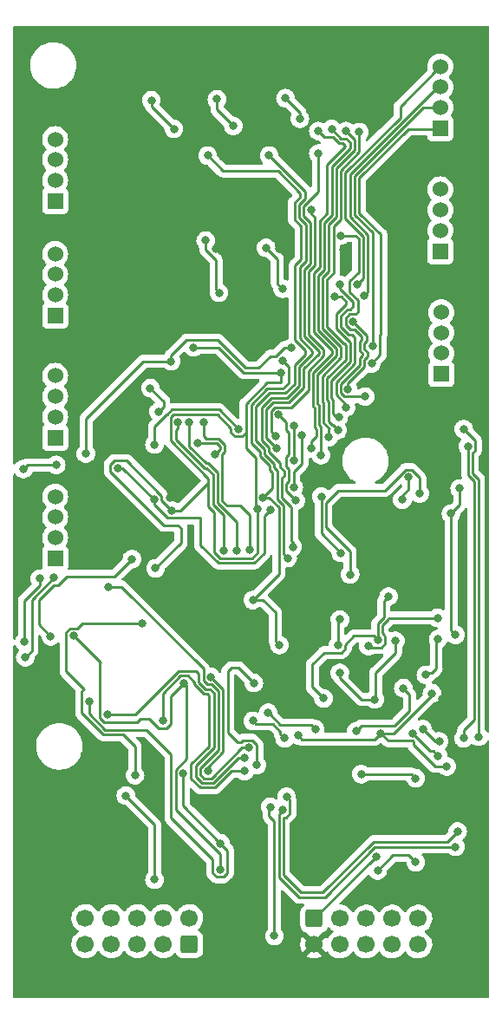
<source format=gbl>
%TF.GenerationSoftware,KiCad,Pcbnew,6.0.2+dfsg-1~bpo11+1*%
%TF.CreationDate,2022-05-04T11:35:55-04:00*%
%TF.ProjectId,eurorack_to_3v3,6575726f-7261-4636-9b5f-746f5f337633,1*%
%TF.SameCoordinates,Original*%
%TF.FileFunction,Copper,L2,Bot*%
%TF.FilePolarity,Positive*%
%FSLAX46Y46*%
G04 Gerber Fmt 4.6, Leading zero omitted, Abs format (unit mm)*
G04 Created by KiCad (PCBNEW 6.0.2+dfsg-1~bpo11+1) date 2022-05-04 11:35:55*
%MOMM*%
%LPD*%
G01*
G04 APERTURE LIST*
G04 Aperture macros list*
%AMRoundRect*
0 Rectangle with rounded corners*
0 $1 Rounding radius*
0 $2 $3 $4 $5 $6 $7 $8 $9 X,Y pos of 4 corners*
0 Add a 4 corners polygon primitive as box body*
4,1,4,$2,$3,$4,$5,$6,$7,$8,$9,$2,$3,0*
0 Add four circle primitives for the rounded corners*
1,1,$1+$1,$2,$3*
1,1,$1+$1,$4,$5*
1,1,$1+$1,$6,$7*
1,1,$1+$1,$8,$9*
0 Add four rect primitives between the rounded corners*
20,1,$1+$1,$2,$3,$4,$5,0*
20,1,$1+$1,$4,$5,$6,$7,0*
20,1,$1+$1,$6,$7,$8,$9,0*
20,1,$1+$1,$8,$9,$2,$3,0*%
G04 Aperture macros list end*
%TA.AperFunction,ComponentPad*%
%ADD10R,1.524000X1.524000*%
%TD*%
%TA.AperFunction,ComponentPad*%
%ADD11C,1.524000*%
%TD*%
%TA.AperFunction,ComponentPad*%
%ADD12RoundRect,0.250000X0.600000X-0.600000X0.600000X0.600000X-0.600000X0.600000X-0.600000X-0.600000X0*%
%TD*%
%TA.AperFunction,ComponentPad*%
%ADD13C,1.700000*%
%TD*%
%TA.AperFunction,ComponentPad*%
%ADD14RoundRect,0.250000X-0.600000X0.600000X-0.600000X-0.600000X0.600000X-0.600000X0.600000X0.600000X0*%
%TD*%
%TA.AperFunction,ViaPad*%
%ADD15C,0.800000*%
%TD*%
%TA.AperFunction,Conductor*%
%ADD16C,0.250000*%
%TD*%
G04 APERTURE END LIST*
D10*
%TO.P,J2,1,Pin_1*%
%TO.N,/gate_to_3v3_B/GATE_IN_1*%
X116600000Y-67832000D03*
D11*
%TO.P,J2,2,Pin_2*%
%TO.N,/gate_to_3v3_B/GATE_IN_2*%
X116600000Y-65800000D03*
%TO.P,J2,3,Pin_3*%
%TO.N,/gate_to_3v3_B/GATE_IN_3*%
X116600000Y-63800000D03*
%TO.P,J2,4,Pin_4*%
%TO.N,/gate_to_3v3_B/GATE_IN_4*%
X116600000Y-61800000D03*
%TD*%
D10*
%TO.P,J3,1,Pin_1*%
%TO.N,/gate_to_3v3_A/GATE_IN_1*%
X116600000Y-56632000D03*
D11*
%TO.P,J3,2,Pin_2*%
%TO.N,/gate_to_3v3_A/GATE_IN_2*%
X116600000Y-54600000D03*
%TO.P,J3,3,Pin_3*%
%TO.N,/gate_to_3v3_A/GATE_IN_3*%
X116600000Y-52600000D03*
%TO.P,J3,4,Pin_4*%
%TO.N,/gate_to_3v3_A/GATE_IN_4*%
X116600000Y-50600000D03*
%TD*%
D10*
%TO.P,J4,1,Pin_1*%
%TO.N,/cv_to_3v3_A/cv_in_1*%
X116600000Y-91532000D03*
D11*
%TO.P,J4,2,Pin_2*%
%TO.N,/cv_to_3v3_A/cv_in_2*%
X116600000Y-89500000D03*
%TO.P,J4,3,Pin_3*%
%TO.N,/cv_to_3v3_A/cv_in_3*%
X116600000Y-87500000D03*
%TO.P,J4,4,Pin_4*%
%TO.N,/cv_to_3v3_A/cv_in_4*%
X116600000Y-85500000D03*
%TD*%
D10*
%TO.P,J7,1,Pin_1*%
%TO.N,/gate_to_3v3_C/GATE_IN_1*%
X116600000Y-79732000D03*
D11*
%TO.P,J7,2,Pin_2*%
%TO.N,/gate_to_3v3_C/GATE_IN_2*%
X116600000Y-77700000D03*
%TO.P,J7,3,Pin_3*%
%TO.N,/gate_to_3v3_C/GATE_IN_3*%
X116600000Y-75700000D03*
%TO.P,J7,4,Pin_4*%
%TO.N,/gate_to_3v3_C/GATE_IN_4*%
X116600000Y-73700000D03*
%TD*%
D10*
%TO.P,J1,1,Pin_1*%
%TO.N,/cv_to_3v3_B/cv_in_1*%
X154200000Y-49532000D03*
D11*
%TO.P,J1,2,Pin_2*%
%TO.N,/cv_to_3v3_B/cv_in_2*%
X154200000Y-47500000D03*
%TO.P,J1,3,Pin_3*%
%TO.N,/cv_to_3v3_B/cv_in_3*%
X154200000Y-45500000D03*
%TO.P,J1,4,Pin_4*%
%TO.N,/cv_to_3v3_B/cv_in_4*%
X154200000Y-43500000D03*
%TD*%
D10*
%TO.P,J8,1,Pin_1*%
%TO.N,/3v3_to_gate/gate_out_1*%
X154200000Y-61532000D03*
D11*
%TO.P,J8,2,Pin_2*%
%TO.N,/3v3_to_gate/gate_out_2*%
X154200000Y-59500000D03*
%TO.P,J8,3,Pin_3*%
%TO.N,/3v3_to_gate/gate_out_3*%
X154200000Y-57500000D03*
%TO.P,J8,4,Pin_4*%
%TO.N,/3v3_to_gate/gate_out_4*%
X154200000Y-55500000D03*
%TD*%
D10*
%TO.P,J9,1,Pin_1*%
%TO.N,/3v3_to_cv/CV_OUT_1*%
X154300000Y-73532000D03*
D11*
%TO.P,J9,2,Pin_2*%
%TO.N,/3v3_to_cv/CV_OUT_2*%
X154300000Y-71500000D03*
%TO.P,J9,3,Pin_3*%
%TO.N,/3v3_to_cv/CV_OUT_3*%
X154300000Y-69500000D03*
%TO.P,J9,4,Pin_4*%
%TO.N,/3v3_to_cv/CV_OUT_4*%
X154300000Y-67500000D03*
%TD*%
D12*
%TO.P,J5,1,-12V*%
%TO.N,Net-(D1-Pad1)*%
X129700000Y-129200000D03*
D13*
%TO.P,J5,2,-12V*%
X129700000Y-126660000D03*
%TO.P,J5,3,GND*%
%TO.N,GND*%
X127160000Y-129200000D03*
%TO.P,J5,4,GND*%
X127160000Y-126660000D03*
%TO.P,J5,5,GND*%
X124620000Y-129200000D03*
%TO.P,J5,6,GND*%
X124620000Y-126660000D03*
%TO.P,J5,7,GND*%
X122080000Y-129200000D03*
%TO.P,J5,8,GND*%
X122080000Y-126660000D03*
%TO.P,J5,9,+12V*%
%TO.N,Net-(D2-Pad2)*%
X119540000Y-129200000D03*
%TO.P,J5,10,+12V*%
X119540000Y-126660000D03*
%TD*%
D14*
%TO.P,J6,1*%
%TO.N,+3V3*%
X141900000Y-126700000D03*
D13*
%TO.P,J6,2*%
%TO.N,GNDD*%
X141900000Y-129240000D03*
%TO.P,J6,3*%
%TO.N,/SCK*%
X144440000Y-126700000D03*
%TO.P,J6,4*%
%TO.N,/CS[1]*%
X144440000Y-129240000D03*
%TO.P,J6,5*%
%TO.N,/POCI*%
X146980000Y-126700000D03*
%TO.P,J6,6*%
%TO.N,/DESELECT*%
X146980000Y-129240000D03*
%TO.P,J6,7*%
%TO.N,/PICO*%
X149520000Y-126700000D03*
%TO.P,J6,8*%
%TO.N,/LOAD_GATES*%
X149520000Y-129240000D03*
%TO.P,J6,9*%
%TO.N,/CS[0]*%
X152060000Y-126700000D03*
%TO.P,J6,10*%
%TO.N,/LATCH_GATES*%
X152060000Y-129240000D03*
%TD*%
D15*
%TO.N,Net-(U2-Pad9)*%
X152200000Y-85200000D03*
%TO.N,/gate_to_3v3_C/GATE_3V3_2*%
X150500000Y-85800000D03*
X151100000Y-83600000D03*
%TO.N,/gate_to_3v3_C/GATE_3V3_3*%
X145000000Y-76800000D03*
%TO.N,/gate_to_3v3_C/GATE_3V3_4*%
X144300000Y-77700000D03*
%TO.N,Net-(U2-Pad9)*%
X145400000Y-93100000D03*
%TO.N,GNDD*%
X140300000Y-97000000D03*
X149195000Y-90995000D03*
%TO.N,/gate_to_3v3_A/GATE_3V3_4*%
X144500000Y-91000000D03*
X142600000Y-85500000D03*
%TO.N,/CS[1]*%
X151800000Y-121200000D03*
X148100000Y-122000000D03*
%TO.N,/DESELECT*%
X154100000Y-109400000D03*
X152500000Y-108200000D03*
%TO.N,/SCK*%
X149150000Y-95250000D03*
%TO.N,GND*%
X136400000Y-86700000D03*
X126400000Y-92500000D03*
X138686501Y-73386501D03*
X125100000Y-97900000D03*
X124400000Y-112700000D03*
X127996998Y-86870000D03*
X130096998Y-70930000D03*
%TO.N,/3v3_to_cv/CV_OUT_1*%
X123500000Y-114700000D03*
X126300000Y-122900000D03*
%TO.N,/3v3_to_cv/CV_OUT_3*%
X155900000Y-118200000D03*
X136300000Y-111700000D03*
X156900000Y-80600000D03*
X139200000Y-114800000D03*
X156500000Y-109100000D03*
X136000000Y-103700000D03*
%TO.N,/3v3_to_cv/CV_OUT_2*%
X137600000Y-115800000D03*
X138000000Y-128400000D03*
%TO.N,/3v3_to_cv/CV_OUT_4*%
X157950010Y-108949990D03*
X127100000Y-107400000D03*
X138800000Y-116100000D03*
X135100000Y-112300000D03*
X155700000Y-119700000D03*
X156500000Y-78900000D03*
%TO.N,Net-(C13-Pad2)*%
X140700000Y-79500000D03*
X139900000Y-84600000D03*
%TO.N,Net-(C14-Pad2)*%
X145700000Y-68400000D03*
X134500000Y-78900000D03*
X126300000Y-80400000D03*
X145200000Y-75000000D03*
%TO.N,/cv_to_3v3_B/cv_3v3_3*%
X130500000Y-80300000D03*
X132200000Y-81400000D03*
%TO.N,Net-(C15-Pad2)*%
X139900000Y-82000000D03*
X139900000Y-78600000D03*
%TO.N,/cv_to_3v3_A/cv_3v3_1*%
X138400000Y-77500000D03*
X140100000Y-85873002D03*
%TO.N,Net-(C10-Pad2)*%
X126700000Y-77200000D03*
X125900000Y-74900000D03*
%TO.N,/cv_to_3v3_A/cv_3v3_3*%
X134305000Y-90805000D03*
X129700000Y-78200000D03*
%TO.N,/cv_to_3v3_A/cv_3v3_2*%
X131100000Y-78200000D03*
X135575000Y-90725000D03*
%TO.N,/cv_to_3v3_A/cv_3v3_4*%
X133035000Y-90765000D03*
X128600000Y-78200000D03*
%TO.N,-12V*%
X132700000Y-121900000D03*
X118400000Y-99100000D03*
X129200000Y-103700000D03*
%TO.N,+12V*%
X132750000Y-119350000D03*
X119900000Y-105500000D03*
X129100000Y-112500000D03*
%TO.N,GNDD*%
X144700000Y-61400000D03*
X149645000Y-113755000D03*
X134305000Y-95705000D03*
X154300000Y-83100000D03*
X154375000Y-105275000D03*
X138500000Y-61300000D03*
X127800000Y-85600000D03*
X132305000Y-61305000D03*
X138500000Y-95600000D03*
X141180905Y-45180905D03*
X139600000Y-112200000D03*
X144565000Y-112265000D03*
X141700000Y-119900000D03*
X140150000Y-128450000D03*
X127807499Y-45407499D03*
X145700000Y-101000000D03*
X152200000Y-104100000D03*
X134430905Y-45330905D03*
X152600000Y-98600000D03*
X129900000Y-72200000D03*
X132975001Y-52324999D03*
X145700000Y-86500000D03*
X127955000Y-95745000D03*
X144600000Y-105800000D03*
%TO.N,+3V3*%
X140300000Y-108800000D03*
X154850000Y-111850000D03*
X147950000Y-120650000D03*
X135900000Y-95600000D03*
X155700000Y-99000000D03*
X147800000Y-105300000D03*
X144200000Y-100000000D03*
X138500000Y-100000000D03*
X148400000Y-108600000D03*
X136900000Y-85600000D03*
X138800000Y-72200000D03*
X155250000Y-87150000D03*
X144400000Y-97500000D03*
X153400000Y-104700000D03*
X156100000Y-84700000D03*
X144400000Y-102700000D03*
X149825000Y-99575000D03*
%TO.N,/cv_to_3v3_B/cv_in_4*%
X146100000Y-64800000D03*
%TO.N,/cv_to_3v3_B/cv_in_3*%
X146800000Y-65900000D03*
%TO.N,/cv_to_3v3_B/cv_in_2*%
X147600000Y-70800000D03*
%TO.N,/cv_to_3v3_B/cv_in_1*%
X147500000Y-72500000D03*
%TO.N,/3v3_to_gate/gate_out_2*%
X113600000Y-99700000D03*
X115100000Y-93500000D03*
%TO.N,/3v3_to_gate/gate_out_1*%
X116500000Y-93400000D03*
X113690000Y-101190000D03*
%TO.N,/CS[1]*%
X151500000Y-108600000D03*
X154000000Y-110800000D03*
%TO.N,/PICO*%
X146500000Y-112600000D03*
X151800000Y-113000000D03*
%TO.N,/POCI*%
X147200000Y-100100000D03*
X153945000Y-97345000D03*
%TO.N,/SCK*%
X148100000Y-99500000D03*
X142800000Y-105200000D03*
%TO.N,/3v3_to_gate/gate_1*%
X142000000Y-108200000D03*
X137400000Y-106600000D03*
%TO.N,/3v3_to_gate/gate_3*%
X135500000Y-110000000D03*
X121800000Y-94300000D03*
%TO.N,/3v3_to_gate/gate_2*%
X121700000Y-106800000D03*
X135100000Y-111000000D03*
%TO.N,/3v3_to_gate/gate_4*%
X135900000Y-107400000D03*
X139000000Y-109100000D03*
%TO.N,Net-(R76-Pad1)*%
X124100000Y-91600000D03*
X116160000Y-99140000D03*
%TO.N,/3v3_to_cv/CV_BIAS*%
X131800000Y-103100000D03*
X131500000Y-112300000D03*
%TO.N,/AREF_-10V*%
X119600000Y-81300000D03*
X139650000Y-70950000D03*
X126245294Y-85754706D03*
X116700000Y-82400000D03*
X113499960Y-82800000D03*
X127920000Y-72280000D03*
X122700000Y-82700000D03*
X137600000Y-86800000D03*
%TO.N,/gate_to_3v3_A/GATE_3V3_1*%
X144200000Y-79000000D03*
X146300000Y-49900000D03*
%TO.N,/gate_to_3v3_A/GATE_3V3_3*%
X142549990Y-81450010D03*
X132400000Y-46700000D03*
X143600000Y-49600000D03*
X134000000Y-49300000D03*
%TO.N,/gate_to_3v3_A/GATE_3V3_2*%
X143300000Y-79700000D03*
X139090000Y-46590000D03*
X145000000Y-49800000D03*
X140500000Y-48600000D03*
%TO.N,/gate_to_3v3_A/GATE_3V3_4*%
X141600000Y-80800000D03*
X142300000Y-49800000D03*
X128200000Y-49600000D03*
X126000000Y-46800000D03*
%TO.N,/gate_to_3v3_B/GATE_3V3_1*%
X138100000Y-79600000D03*
X141600000Y-57500000D03*
%TO.N,/gate_to_3v3_B/GATE_3V3_3*%
X137500000Y-52200000D03*
X139800000Y-90400000D03*
%TO.N,/gate_to_3v3_B/GATE_3V3_2*%
X142300000Y-52000000D03*
X138226998Y-80800000D03*
%TO.N,/gate_to_3v3_B/GATE_3V3_4*%
X139300000Y-91500000D03*
X131500000Y-52200000D03*
%TO.N,/gate_to_3v3_C/GATE_3V3_3*%
X137200000Y-61200000D03*
X138800000Y-65200000D03*
X144400000Y-64800000D03*
%TO.N,/gate_to_3v3_C/GATE_3V3_2*%
X146874999Y-75725001D03*
X144500000Y-60000000D03*
%TO.N,/gate_to_3v3_C/GATE_3V3_4*%
X132600000Y-65600000D03*
X143900000Y-66000000D03*
X131300000Y-60500000D03*
%TO.N,/GATE_OUT_EN*%
X146000000Y-108400000D03*
X154000000Y-99400000D03*
X150600000Y-104200000D03*
X152800000Y-102900000D03*
%TD*%
D16*
%TO.N,/AREF_-10V*%
X113499960Y-82800000D02*
X113899960Y-82400000D01*
%TO.N,Net-(U2-Pad9)*%
X145400000Y-93100000D02*
X145400000Y-90875386D01*
X143049520Y-86075094D02*
X144224614Y-84900000D01*
X144224614Y-84900000D02*
X148775386Y-84900000D01*
X145400000Y-90875386D02*
X143049520Y-88524906D01*
X143049520Y-88524906D02*
X143049520Y-86075094D01*
X148775386Y-84900000D02*
X150799897Y-82875489D01*
X152200000Y-83675386D02*
X152200000Y-85200000D01*
X150799897Y-82875489D02*
X151400103Y-82875489D01*
X151400103Y-82875489D02*
X152200000Y-83675386D01*
%TO.N,/gate_to_3v3_C/GATE_3V3_2*%
X151100000Y-83600000D02*
X151100000Y-84800000D01*
X151100000Y-84800000D02*
X150500000Y-85400000D01*
X150500000Y-85400000D02*
X150500000Y-85800000D01*
%TO.N,/gate_to_3v3_C/GATE_3V3_3*%
X144025682Y-75534402D02*
X145000000Y-76508720D01*
X144024990Y-75534402D02*
X144025682Y-75534402D01*
X145000000Y-76508720D02*
X145000000Y-76800000D01*
%TO.N,/gate_to_3v3_C/GATE_3V3_4*%
X143724519Y-76024519D02*
X143724519Y-77400000D01*
X145424971Y-70424971D02*
X145424971Y-72288799D01*
X145200000Y-70200000D02*
X145424971Y-70424971D01*
X143574981Y-75874981D02*
X143724519Y-76024519D01*
X143574980Y-74138792D02*
X143574981Y-75874981D01*
X145154178Y-70200000D02*
X145200000Y-70200000D01*
X144074980Y-67679200D02*
X144074982Y-69120804D01*
X145004187Y-66749991D02*
X144074980Y-67679200D01*
X145424971Y-72288799D02*
X143574980Y-74138792D01*
X145004188Y-66450010D02*
X145004187Y-66749991D01*
X144554178Y-66000000D02*
X145004188Y-66450010D01*
X144074982Y-69120804D02*
X145154178Y-70200000D01*
X143900000Y-66000000D02*
X144554178Y-66000000D01*
X143724519Y-77400000D02*
X144024519Y-77700000D01*
X144024519Y-77700000D02*
X144300000Y-77700000D01*
%TO.N,/gate_to_3v3_A/GATE_3V3_1*%
X143174999Y-68900038D02*
X144774961Y-70500000D01*
X143274999Y-78148001D02*
X143613499Y-78486501D01*
X143774999Y-63674999D02*
X143174999Y-64274999D01*
X143174999Y-64274999D02*
X143174999Y-68900038D01*
X144774961Y-70500000D02*
X144800000Y-70500000D01*
X143774999Y-59124927D02*
X143774999Y-63674999D01*
X144499963Y-58399963D02*
X143774999Y-59124927D01*
X144499963Y-53654399D02*
X144499963Y-58399963D01*
X144974961Y-70674961D02*
X144974961Y-72102401D01*
X144800000Y-70500000D02*
X144974961Y-70674961D01*
X146300000Y-51854362D02*
X144499963Y-53654399D01*
X143124971Y-73952393D02*
X143124972Y-76061382D01*
X144974961Y-72102401D02*
X143124971Y-73952393D01*
X143613499Y-78486501D02*
X143686501Y-78486501D01*
X146300000Y-49900000D02*
X146300000Y-51854362D01*
X143124972Y-76061382D02*
X143274999Y-76211409D01*
X143274999Y-76211409D02*
X143274999Y-78148001D01*
X143686501Y-78486501D02*
X144200000Y-79000000D01*
%TO.N,/gate_to_3v3_A/GATE_3V3_4*%
X142600000Y-85500000D02*
X142600000Y-89100000D01*
X142600000Y-89100000D02*
X144500000Y-91000000D01*
%TO.N,/CS[1]*%
X148100000Y-122000000D02*
X149600000Y-120500000D01*
X149600000Y-120500000D02*
X151100000Y-120500000D01*
X151100000Y-120500000D02*
X151800000Y-121200000D01*
%TO.N,/DESELECT*%
X153700000Y-109400000D02*
X154100000Y-109400000D01*
X152500000Y-108200000D02*
X153700000Y-109400000D01*
%TO.N,/SCK*%
X148100000Y-99500000D02*
X148100000Y-97900000D01*
X148100000Y-97900000D02*
X148700000Y-97300000D01*
X148700000Y-97300000D02*
X148700000Y-95700000D01*
X148700000Y-95700000D02*
X149150000Y-95250000D01*
%TO.N,GND*%
X135225001Y-80780235D02*
X136174999Y-81730233D01*
X124400000Y-112700000D02*
X124400000Y-109900000D01*
X118051999Y-98374999D02*
X118748001Y-98374999D01*
X121974999Y-82351999D02*
X121974999Y-83048001D01*
X134848001Y-79625001D02*
X134151999Y-79625001D01*
X133774999Y-78811409D02*
X132438589Y-77474999D01*
X135225001Y-79248001D02*
X134848001Y-79625001D01*
X128900000Y-90000000D02*
X126400000Y-92500000D01*
X134151999Y-79625001D02*
X133774999Y-79248001D01*
X135225001Y-76419951D02*
X135225001Y-79248001D01*
X136400000Y-90973002D02*
X135843001Y-91530001D01*
X130096998Y-70930000D02*
X132530000Y-70930000D01*
X132438589Y-77474999D02*
X128161411Y-77474999D01*
X127874999Y-77761411D02*
X127874999Y-80020821D01*
X123250010Y-108750010D02*
X121304187Y-108750009D01*
X128900000Y-88600000D02*
X128900000Y-90000000D01*
X136174999Y-86474999D02*
X136400000Y-86700000D01*
X133774999Y-79248001D02*
X133774999Y-78811409D01*
X128161411Y-77474999D02*
X127874999Y-77761411D01*
X134986501Y-73386501D02*
X138686501Y-73386501D01*
X121974999Y-83048001D02*
X127226998Y-88300000D01*
X127874999Y-80020821D02*
X131574973Y-83720795D01*
X136174999Y-81730233D02*
X136174999Y-86474999D01*
X118748001Y-98374999D02*
X119223000Y-97900000D01*
X128830000Y-86870000D02*
X127996998Y-86870000D01*
X131574973Y-84125027D02*
X131574974Y-86484204D01*
X117674999Y-102574999D02*
X117674999Y-98751999D01*
X131574973Y-83720795D02*
X131574973Y-84125027D01*
X119400000Y-104300000D02*
X117674999Y-102574999D01*
X131574974Y-86484204D02*
X132100000Y-87009230D01*
X132100000Y-90903002D02*
X132726999Y-91530001D01*
X136400000Y-86700000D02*
X136400000Y-90973002D01*
X132726999Y-91530001D02*
X135843001Y-91530001D01*
X135225001Y-79248001D02*
X135225001Y-80780235D01*
X138686501Y-74313480D02*
X137331472Y-74313480D01*
X122351999Y-81974999D02*
X121974999Y-82351999D01*
X124400000Y-109900000D02*
X123250010Y-108750010D01*
X119223000Y-97900000D02*
X125100000Y-97900000D01*
X127226998Y-88300000D02*
X128600000Y-88300000D01*
X126970295Y-85406705D02*
X123538589Y-81974999D01*
X121304187Y-108750009D02*
X119174999Y-106620821D01*
X119174999Y-104525001D02*
X119400000Y-104300000D01*
X123538589Y-81974999D02*
X122351999Y-81974999D01*
X138686501Y-73386501D02*
X138686501Y-74313480D01*
X119174999Y-106620821D02*
X119174999Y-104525001D01*
X128600000Y-88300000D02*
X128900000Y-88600000D01*
X126970295Y-85843297D02*
X126970295Y-85406705D01*
X117674999Y-98751999D02*
X118051999Y-98374999D01*
X137331472Y-74313480D02*
X135225001Y-76419951D01*
X132530000Y-70930000D02*
X134986501Y-73386501D01*
X131574973Y-84125027D02*
X128830000Y-86870000D01*
X127996998Y-86870000D02*
X126970295Y-85843297D01*
X132100000Y-87009230D02*
X132100000Y-90903002D01*
%TO.N,/3v3_to_cv/CV_OUT_1*%
X126300000Y-117500000D02*
X123500000Y-114700000D01*
X126300000Y-122900000D02*
X126300000Y-117500000D01*
%TO.N,/3v3_to_cv/CV_OUT_3*%
X139525001Y-115125001D02*
X139200000Y-114800000D01*
X157500000Y-84000000D02*
X157500000Y-107300000D01*
X147690588Y-119200000D02*
X142740598Y-124149990D01*
X154900000Y-119200000D02*
X147690588Y-119200000D01*
X156900000Y-80600000D02*
X156900000Y-83400000D01*
X138900020Y-122463610D02*
X138900020Y-116825001D01*
X157500000Y-107300000D02*
X156500000Y-108300000D01*
X134500000Y-102200000D02*
X136000000Y-103700000D01*
X156500000Y-108300000D02*
X156500000Y-109100000D01*
X142740598Y-124149990D02*
X140586400Y-124149990D01*
X156900000Y-83400000D02*
X157500000Y-84000000D01*
X139148001Y-116825001D02*
X139525001Y-116448001D01*
X136300000Y-111700000D02*
X136300000Y-109726998D01*
X135848001Y-109274999D02*
X134961593Y-109274999D01*
X139525001Y-116448001D02*
X139525001Y-115125001D01*
X133450010Y-108550010D02*
X133450010Y-102549990D01*
X133800000Y-102200000D02*
X134500000Y-102200000D01*
X136300000Y-109726998D02*
X135848001Y-109274999D01*
X140586400Y-124149990D02*
X138900020Y-122463610D01*
X133450010Y-102549990D02*
X133800000Y-102200000D01*
X138900020Y-116825001D02*
X139148001Y-116825001D01*
X134736592Y-109500000D02*
X134400000Y-109500000D01*
X134961593Y-109274999D02*
X134736592Y-109500000D01*
X134400000Y-109500000D02*
X133450010Y-108550010D01*
X155900000Y-118200000D02*
X154900000Y-119200000D01*
%TO.N,/3v3_to_cv/CV_OUT_2*%
X137500000Y-115900000D02*
X137600000Y-115800000D01*
X138000000Y-117200000D02*
X137500000Y-116700000D01*
X138000000Y-128400000D02*
X138000000Y-117200000D01*
X137500000Y-116700000D02*
X137500000Y-115900000D01*
%TO.N,/3v3_to_cv/CV_OUT_4*%
X157625001Y-80025001D02*
X157625001Y-80974999D01*
X130174980Y-103820802D02*
X130174980Y-103601978D01*
X142926998Y-124600000D02*
X140400000Y-124600000D01*
X157950010Y-83813600D02*
X157950010Y-108949990D01*
X129874981Y-111615789D02*
X131600000Y-109890770D01*
X157350010Y-83213600D02*
X157950010Y-83813600D01*
X131600000Y-109890770D02*
X131600000Y-104900000D01*
X133845822Y-112300000D02*
X132220800Y-113925020D01*
X138800000Y-116200000D02*
X138800000Y-116100000D01*
X147826998Y-119700000D02*
X142926998Y-124600000D01*
X128851999Y-102974999D02*
X127100000Y-104726998D01*
X140400000Y-124600000D02*
X138450010Y-122650010D01*
X130779197Y-113925019D02*
X129874980Y-113020800D01*
X131600000Y-104900000D02*
X131425020Y-104725020D01*
X131425020Y-104725020D02*
X131079197Y-104725019D01*
X135100000Y-112300000D02*
X133845822Y-112300000D01*
X129548001Y-102974999D02*
X128851999Y-102974999D01*
X138450010Y-122650010D02*
X138450010Y-116549990D01*
X130174980Y-103820802D02*
X131079197Y-104725019D01*
X130174980Y-103601978D02*
X129548001Y-102974999D01*
X157350010Y-81249990D02*
X157350010Y-83213600D01*
X127100000Y-104726998D02*
X127100000Y-107400000D01*
X129874980Y-113020800D02*
X129874981Y-111615789D01*
X132220800Y-113925020D02*
X130779197Y-113925019D01*
X138450010Y-116549990D02*
X138800000Y-116200000D01*
X155700000Y-119700000D02*
X147826998Y-119700000D01*
X156500000Y-78900000D02*
X157625001Y-80025001D01*
X157625001Y-80974999D02*
X157350010Y-81249990D01*
%TO.N,Net-(C13-Pad2)*%
X140700000Y-82273002D02*
X139900000Y-83073002D01*
X139900000Y-83073002D02*
X139900000Y-84600000D01*
X140700000Y-79500000D02*
X140700000Y-82273002D01*
%TO.N,Net-(C14-Pad2)*%
X132600000Y-77000000D02*
X134500000Y-78900000D01*
X147151999Y-71425001D02*
X147151999Y-71774999D01*
X145200000Y-74423000D02*
X145200000Y-75000000D01*
X127526998Y-77473002D02*
X128000000Y-77000000D01*
X147063499Y-70263499D02*
X146774999Y-70551999D01*
X145700000Y-68400000D02*
X147063499Y-69763499D01*
X147063499Y-69763499D02*
X147063499Y-70263499D01*
X126300000Y-78673002D02*
X127500000Y-77473002D01*
X126300000Y-80400000D02*
X126300000Y-78673002D01*
X146774999Y-72151999D02*
X146774999Y-72848001D01*
X146774999Y-72848001D02*
X145200000Y-74423000D01*
X127500000Y-77473002D02*
X127526998Y-77473002D01*
X128000000Y-77000000D02*
X132600000Y-77000000D01*
X146774999Y-71048001D02*
X147151999Y-71425001D01*
X146774999Y-70551999D02*
X146774999Y-71048001D01*
X147151999Y-71774999D02*
X146774999Y-72151999D01*
%TO.N,/cv_to_3v3_B/cv_3v3_3*%
X130500000Y-80300000D02*
X132400000Y-80300000D01*
X132700000Y-80600000D02*
X132700000Y-80900000D01*
X132400000Y-80300000D02*
X132700000Y-80600000D01*
X132700000Y-80900000D02*
X132200000Y-81400000D01*
%TO.N,Net-(C15-Pad2)*%
X139900000Y-78600000D02*
X139900000Y-82000000D01*
%TO.N,/cv_to_3v3_A/cv_3v3_1*%
X139400000Y-84026998D02*
X139174999Y-84251999D01*
X139174999Y-82574999D02*
X139400000Y-82800000D01*
X139174999Y-81651999D02*
X139174999Y-82574999D01*
X139174999Y-84948001D02*
X140100000Y-85873002D01*
X139174999Y-78974999D02*
X139449990Y-79249990D01*
X138400000Y-77500000D02*
X139174999Y-78274999D01*
X139400000Y-82800000D02*
X139400000Y-84026998D01*
X139449990Y-81377008D02*
X139174999Y-81651999D01*
X139174999Y-78274999D02*
X139174999Y-78974999D01*
X139174999Y-84251999D02*
X139174999Y-84948001D01*
X139449990Y-79249990D02*
X139449990Y-81377008D01*
%TO.N,Net-(C10-Pad2)*%
X127200000Y-76700000D02*
X126700000Y-77200000D01*
X125900000Y-74900000D02*
X127200000Y-76200000D01*
X127200000Y-76200000D02*
X127200000Y-76700000D01*
%TO.N,/cv_to_3v3_A/cv_3v3_3*%
X132474992Y-86111402D02*
X134305000Y-87941410D01*
X134305000Y-87941410D02*
X134305000Y-90805000D01*
X129700000Y-80573002D02*
X131326998Y-82200000D01*
X131500000Y-82200000D02*
X132474991Y-83174991D01*
X129700000Y-80573002D02*
X129700000Y-78200000D01*
X132474991Y-83174991D02*
X132474992Y-86111402D01*
X131326998Y-82200000D02*
X131500000Y-82200000D01*
%TO.N,/cv_to_3v3_A/cv_3v3_2*%
X133150010Y-81149990D02*
X132925001Y-81374999D01*
X133150010Y-80413600D02*
X133150010Y-81149990D01*
X131100000Y-79600000D02*
X131349990Y-79849990D01*
X131349990Y-79849990D02*
X132586401Y-79849991D01*
X133400000Y-86400000D02*
X134700000Y-86400000D01*
X134700000Y-86400000D02*
X135575000Y-87275000D01*
X135575000Y-87275000D02*
X135575000Y-90725000D01*
X132925001Y-85925001D02*
X133400000Y-86400000D01*
X132586401Y-79849991D02*
X133150010Y-80413600D01*
X131100000Y-78200000D02*
X131100000Y-79600000D01*
X132925001Y-81374999D02*
X132925001Y-85925001D01*
%TO.N,/cv_to_3v3_A/cv_3v3_4*%
X133035000Y-87307820D02*
X133035000Y-90765000D01*
X131363590Y-82700000D02*
X132024983Y-83361393D01*
X132024983Y-83361393D02*
X132024983Y-86297803D01*
X132024983Y-86297803D02*
X133035000Y-87307820D01*
X131190588Y-82700000D02*
X131363590Y-82700000D01*
X128400000Y-79000000D02*
X128600000Y-78800000D01*
X128600000Y-78800000D02*
X128600000Y-78200000D01*
X128400000Y-79909412D02*
X131190588Y-82700000D01*
X128400000Y-79909412D02*
X128400000Y-79000000D01*
%TO.N,-12V*%
X118400000Y-99100000D02*
X121000000Y-101700000D01*
X120974999Y-107148001D02*
X121351999Y-107525001D01*
X129426998Y-104026998D02*
X129426998Y-103873002D01*
X129200000Y-103800000D02*
X129426998Y-104026998D01*
X125800000Y-107200000D02*
X126725001Y-108125001D01*
X132700000Y-120400000D02*
X128374999Y-116074999D01*
X127448001Y-108125001D02*
X127900000Y-107673002D01*
X124900000Y-107200000D02*
X125800000Y-107200000D01*
X126725001Y-108125001D02*
X127448001Y-108125001D01*
X132700000Y-121900000D02*
X132700000Y-120400000D01*
X124574999Y-107525001D02*
X124900000Y-107200000D01*
X127900000Y-105000000D02*
X129200000Y-103700000D01*
X120974999Y-101725001D02*
X120974999Y-107148001D01*
X121000000Y-101700000D02*
X120974999Y-101725001D01*
X128374999Y-116074999D02*
X128374999Y-112151999D01*
X127900000Y-107673002D02*
X127900000Y-105000000D01*
X128374999Y-112151999D02*
X129426998Y-111100000D01*
X129426998Y-111100000D02*
X129426998Y-104026998D01*
X121351999Y-107525001D02*
X124574999Y-107525001D01*
X129200000Y-103700000D02*
X129200000Y-103800000D01*
%TO.N,+12V*%
X132750000Y-119350000D02*
X129100000Y-115700000D01*
X127924989Y-116874991D02*
X127924989Y-110675011D01*
X132750000Y-119350000D02*
X133425001Y-120025001D01*
X133425001Y-120025001D02*
X133425001Y-122248001D01*
X121490588Y-108300000D02*
X119900000Y-106709412D01*
X127924989Y-110675011D02*
X125549978Y-108300000D01*
X129100000Y-115700000D02*
X129100000Y-112500000D01*
X125549978Y-108300000D02*
X121490588Y-108300000D01*
X131974999Y-122248001D02*
X131974999Y-120925001D01*
X133048001Y-122625001D02*
X132351999Y-122625001D01*
X133425001Y-122248001D02*
X133048001Y-122625001D01*
X119900000Y-106709412D02*
X119900000Y-105500000D01*
X132351999Y-122625001D02*
X131974999Y-122248001D01*
X131974999Y-120925001D02*
X127924989Y-116874991D01*
%TO.N,+3V3*%
X136900000Y-85600000D02*
X137481176Y-85600000D01*
X147800000Y-105300000D02*
X146500000Y-105300000D01*
X149825000Y-99575000D02*
X149825000Y-100775000D01*
X138100000Y-96800000D02*
X138100001Y-99600001D01*
X135749990Y-76531370D02*
X135749991Y-80232223D01*
X136601978Y-81520802D02*
X137549990Y-82468814D01*
X153676998Y-111850000D02*
X151600000Y-109773002D01*
X140300000Y-108800000D02*
X140699999Y-109199999D01*
X137481176Y-85600000D02*
X138449991Y-86568815D01*
X155250000Y-87150000D02*
X155250000Y-98550000D01*
X153400000Y-104873002D02*
X153400000Y-104700000D01*
X137549990Y-82468814D02*
X137549991Y-82859221D01*
X156100000Y-84700000D02*
X156100000Y-86300000D01*
X138449991Y-93050009D02*
X135900000Y-95600000D01*
X151600000Y-109773002D02*
X151600000Y-109400000D01*
X135900000Y-95600000D02*
X136900000Y-95600000D01*
X137331369Y-74949991D02*
X135749990Y-76531370D01*
X148400000Y-108600000D02*
X149673002Y-108600000D01*
X136601977Y-81084209D02*
X136601978Y-81520802D01*
X144200000Y-97700000D02*
X144400000Y-97500000D01*
X139411502Y-72811502D02*
X139411502Y-74388498D01*
X139411502Y-74388498D02*
X138850010Y-74949990D01*
X138100001Y-99600001D02*
X138500000Y-100000000D01*
X138449991Y-86568815D02*
X138449991Y-93050009D01*
X156100000Y-86300000D02*
X155250000Y-87150000D01*
X137824969Y-83134199D02*
X137824969Y-84675031D01*
X154850000Y-111850000D02*
X153676998Y-111850000D01*
X135749991Y-80232223D02*
X136601977Y-81084209D01*
X151600000Y-109400000D02*
X151525001Y-109325001D01*
X147900000Y-105300000D02*
X147800000Y-105300000D01*
X137549991Y-82859221D02*
X137824969Y-83134199D01*
X147800001Y-109199999D02*
X148400000Y-108600000D01*
X149673002Y-108600000D02*
X153400000Y-104873002D01*
X138850010Y-74949990D02*
X137331369Y-74949991D01*
X147900000Y-102700000D02*
X147900000Y-105300000D01*
X144400000Y-103200000D02*
X144400000Y-102700000D01*
X136900000Y-95600000D02*
X138100000Y-96800000D01*
X149825000Y-100775000D02*
X147900000Y-102700000D01*
X146500000Y-105300000D02*
X144400000Y-103200000D01*
X144200000Y-100000000D02*
X144200000Y-97700000D01*
X151525001Y-109325001D02*
X149125001Y-109325001D01*
X155250000Y-98550000D02*
X155700000Y-99000000D01*
X138800000Y-72200000D02*
X139411502Y-72811502D01*
X141900000Y-126700000D02*
X147950000Y-120650000D01*
X149125001Y-109325001D02*
X148400000Y-108600000D01*
X137824969Y-84675031D02*
X136900000Y-85600000D01*
X140699999Y-109199999D02*
X147800001Y-109199999D01*
%TO.N,/cv_to_3v3_B/cv_in_4*%
X144949973Y-53840799D02*
X144949973Y-57413617D01*
X144949971Y-57413619D02*
X144949972Y-58359202D01*
X150300000Y-48490770D02*
X144949973Y-53840799D01*
X144949972Y-58359202D02*
X146699980Y-60109210D01*
X144949973Y-57413617D02*
X144949971Y-57413619D01*
X150300000Y-48400000D02*
X150300000Y-48490770D01*
X150300000Y-48400000D02*
X150300000Y-47400000D01*
X146699980Y-64200020D02*
X146100000Y-64800000D01*
X146699980Y-60109210D02*
X146699980Y-64200020D01*
X150300000Y-47400000D02*
X153900000Y-43800000D01*
%TO.N,/cv_to_3v3_B/cv_in_3*%
X147149990Y-65550010D02*
X146800000Y-65900000D01*
X145399981Y-58172801D02*
X145399982Y-54027198D01*
X145399981Y-58172801D02*
X147149990Y-59922810D01*
X154027180Y-45400000D02*
X154200000Y-45400000D01*
X145399982Y-54027198D02*
X154027180Y-45400000D01*
X147149990Y-59922810D02*
X147149990Y-65550010D01*
%TO.N,/cv_to_3v3_B/cv_in_2*%
X152563590Y-47500000D02*
X154100000Y-47500000D01*
X147600000Y-59736410D02*
X145849990Y-57986400D01*
X145849991Y-54213599D02*
X152563590Y-47500000D01*
X147600000Y-70800000D02*
X147600000Y-59736410D01*
X145849990Y-57986400D02*
X145849991Y-54213599D01*
%TO.N,/cv_to_3v3_B/cv_in_1*%
X146300000Y-54400000D02*
X151100000Y-49600000D01*
X148325001Y-71674999D02*
X148325001Y-69725001D01*
X147500000Y-72500000D02*
X148325001Y-71674999D01*
X148325001Y-69725001D02*
X148400000Y-69650002D01*
X151100000Y-49600000D02*
X154200000Y-49600000D01*
X146300000Y-57800000D02*
X146300000Y-54400000D01*
X148400000Y-69650002D02*
X148400000Y-59900000D01*
X148400000Y-59900000D02*
X146300000Y-57800000D01*
%TO.N,/3v3_to_gate/gate_out_2*%
X113600000Y-95663590D02*
X115100000Y-94163590D01*
X113600000Y-99700000D02*
X113600000Y-95663590D01*
X115100000Y-94163590D02*
X115100000Y-93500000D01*
%TO.N,/3v3_to_gate/gate_out_1*%
X116500000Y-93400000D02*
X114325001Y-95574999D01*
X114325001Y-95574999D02*
X114325001Y-100554999D01*
X114325001Y-100554999D02*
X113690000Y-101190000D01*
%TO.N,/CS[1]*%
X153225001Y-110325001D02*
X153525001Y-110325001D01*
X153525001Y-110325001D02*
X154000000Y-110800000D01*
X151500000Y-108600000D02*
X153225001Y-110325001D01*
%TO.N,/PICO*%
X151400000Y-112600000D02*
X151800000Y-113000000D01*
X146500000Y-112600000D02*
X151400000Y-112600000D01*
%TO.N,/POCI*%
X149155000Y-97345000D02*
X153945000Y-97345000D01*
X148448001Y-100225001D02*
X148825001Y-99848001D01*
X147200000Y-100100000D02*
X147325002Y-100225001D01*
X148700000Y-99000000D02*
X148550010Y-98850010D01*
X149155000Y-97481410D02*
X149155000Y-97345000D01*
X148825001Y-99151999D02*
X148700000Y-99026998D01*
X148825001Y-99848001D02*
X148825001Y-99151999D01*
X148550010Y-98850010D02*
X148550010Y-98086400D01*
X148700000Y-99026998D02*
X148700000Y-99000000D01*
X148550010Y-98086400D02*
X149155000Y-97481410D01*
X147325002Y-100225001D02*
X148448001Y-100225001D01*
%TO.N,/SCK*%
X141700000Y-104100000D02*
X141700000Y-101900000D01*
X144925001Y-100348001D02*
X144925001Y-99974999D01*
X142874999Y-100725001D02*
X144548001Y-100725001D01*
X141700000Y-101900000D02*
X142874999Y-100725001D01*
X144925001Y-99974999D02*
X145799999Y-99100001D01*
X144548001Y-100725001D02*
X144925001Y-100348001D01*
X147700001Y-99100001D02*
X148100000Y-99500000D01*
X142800000Y-105200000D02*
X141700000Y-104100000D01*
X145799999Y-99100001D02*
X147700001Y-99100001D01*
%TO.N,/3v3_to_gate/gate_1*%
X141600001Y-107800001D02*
X138600001Y-107800001D01*
X138600001Y-107800001D02*
X137600000Y-106800000D01*
X137600000Y-106800000D02*
X137400000Y-106600000D01*
X142000000Y-108200000D02*
X141600001Y-107800001D01*
%TO.N,/3v3_to_gate/gate_3*%
X130774999Y-111988591D02*
X132549990Y-110213600D01*
X121800000Y-94300000D02*
X123049998Y-94300000D01*
X134873002Y-110000000D02*
X131848001Y-113025001D01*
X131151999Y-113025001D02*
X130774999Y-112648001D01*
X131888591Y-103825001D02*
X131451999Y-103825001D01*
X130774999Y-112648001D02*
X130774999Y-111988591D01*
X135500000Y-110000000D02*
X134873002Y-110000000D01*
X131074999Y-103448001D02*
X131074999Y-102325001D01*
X123049998Y-94300000D02*
X131074999Y-102325001D01*
X131451999Y-103825001D02*
X131074999Y-103448001D01*
X132549990Y-110213600D02*
X132549990Y-104486400D01*
X131848001Y-113025001D02*
X131151999Y-113025001D01*
X132549990Y-104486400D02*
X131888591Y-103825001D01*
%TO.N,/3v3_to_gate/gate_2*%
X121700000Y-106800000D02*
X124390588Y-106800000D01*
X124390588Y-106800000D02*
X128665599Y-102524989D01*
X128665599Y-102524989D02*
X130349978Y-102524989D01*
X132099980Y-110027200D02*
X132099980Y-104672800D01*
X130624989Y-103634401D02*
X130624989Y-102800000D01*
X132034401Y-113475011D02*
X130965598Y-113475010D01*
X134509412Y-111000000D02*
X132034401Y-113475011D01*
X130324989Y-112834401D02*
X130324990Y-111802190D01*
X131265598Y-104275010D02*
X130624989Y-103634401D01*
X130324990Y-111802190D02*
X132099980Y-110027200D01*
X135100000Y-111000000D02*
X134509412Y-111000000D01*
X130349978Y-102524989D02*
X130624989Y-102800000D01*
X132099980Y-104672800D02*
X131702191Y-104275011D01*
X130965598Y-113475010D02*
X130324989Y-112834401D01*
X131702191Y-104275011D02*
X131265598Y-104275010D01*
%TO.N,/3v3_to_gate/gate_4*%
X136200000Y-107700000D02*
X135900000Y-107400000D01*
X138600001Y-108700001D02*
X138600001Y-108436411D01*
X138600001Y-108436411D02*
X137863590Y-107700000D01*
X139000000Y-109100000D02*
X138600001Y-108700001D01*
X136200000Y-107700000D02*
X137863590Y-107700000D01*
%TO.N,Net-(R76-Pad1)*%
X116160000Y-99140000D02*
X115000000Y-97980000D01*
X122400000Y-93300000D02*
X124100000Y-91600000D01*
X117700000Y-93300000D02*
X122400000Y-93300000D01*
X115000000Y-95600000D02*
X116474999Y-94125001D01*
X116474999Y-94125001D02*
X116874999Y-94125001D01*
X115000000Y-97980000D02*
X115000000Y-95600000D01*
X116874999Y-94125001D02*
X117700000Y-93300000D01*
%TO.N,/3v3_to_cv/CV_BIAS*%
X131500000Y-112300000D02*
X131500000Y-111900000D01*
X133000000Y-104300000D02*
X131800000Y-103100000D01*
X131500000Y-111900000D02*
X133000000Y-110400000D01*
X133000000Y-110400000D02*
X133000000Y-104300000D01*
%TO.N,/AREF_-10V*%
X129429316Y-70204999D02*
X132441409Y-70204999D01*
X135172901Y-72936491D02*
X136463509Y-72936491D01*
X138126998Y-71800000D02*
X138976998Y-70950000D01*
X125220000Y-72280000D02*
X127920000Y-72280000D01*
X136463509Y-72936491D02*
X137600000Y-71800000D01*
X130795001Y-90234413D02*
X132540599Y-91980011D01*
X127920000Y-71714315D02*
X129429316Y-70204999D01*
X136029402Y-91980010D02*
X137000000Y-91009412D01*
X116700000Y-82400000D02*
X113899959Y-82400001D01*
X123190588Y-82700000D02*
X122700000Y-82700000D01*
X126245294Y-86320391D02*
X127519904Y-87595001D01*
X137000000Y-91009412D02*
X137000000Y-87400000D01*
X119600000Y-77900000D02*
X125220000Y-72280000D01*
X127519904Y-87595001D02*
X130795001Y-87595001D01*
X126245294Y-85754706D02*
X126245294Y-86320391D01*
X132441409Y-70204999D02*
X135172901Y-72936491D01*
X137600000Y-71800000D02*
X138126998Y-71800000D01*
X127920000Y-72280000D02*
X127920000Y-71714315D01*
X126245294Y-85754706D02*
X123190588Y-82700000D01*
X132540599Y-91980011D02*
X136029402Y-91980010D01*
X138976998Y-70950000D02*
X139650000Y-70950000D01*
X130795001Y-87595001D02*
X130795001Y-90234413D01*
X137000000Y-87400000D02*
X137600000Y-86800000D01*
X119600000Y-81300000D02*
X119600000Y-77900000D01*
%TO.N,/gate_to_3v3_A/GATE_3V3_3*%
X142874979Y-58752127D02*
X142874979Y-63302199D01*
X145025001Y-50525001D02*
X145399980Y-50899980D01*
X132400000Y-46700000D02*
X132400000Y-47700000D01*
X143599943Y-58027163D02*
X142874979Y-58752127D01*
X142274979Y-63902199D02*
X142274980Y-69272839D01*
X143599943Y-53281599D02*
X143599943Y-58027163D01*
X143600000Y-49600000D02*
X144525001Y-50525001D01*
X142549990Y-78695812D02*
X142549990Y-81450010D01*
X142874979Y-63302199D02*
X142274979Y-63902199D01*
X142224953Y-73579595D02*
X142224954Y-76434184D01*
X142224954Y-76434184D02*
X142374980Y-76584210D01*
X132400000Y-47700000D02*
X134000000Y-49300000D01*
X142374981Y-78520803D02*
X142549990Y-78695812D01*
X145399980Y-51481562D02*
X143599943Y-53281599D01*
X142274980Y-69272839D02*
X144074941Y-71072800D01*
X144074941Y-71729605D02*
X142224953Y-73579595D01*
X145399980Y-50899980D02*
X145399980Y-51481562D01*
X144074941Y-71072800D02*
X144074941Y-71729605D01*
X142374980Y-76584210D02*
X142374981Y-78520803D01*
X144525001Y-50525001D02*
X145025001Y-50525001D01*
%TO.N,/gate_to_3v3_A/GATE_3V3_2*%
X144049953Y-58213563D02*
X143324989Y-58938527D01*
X143345294Y-78854706D02*
X143300000Y-78900000D01*
X140500000Y-48400000D02*
X140500000Y-48600000D01*
X142674962Y-73765994D02*
X142674963Y-76247783D01*
X144049953Y-53467999D02*
X144049953Y-58213563D01*
X140500000Y-48000000D02*
X140500000Y-48400000D01*
X142824990Y-78334402D02*
X143345294Y-78854706D01*
X144524951Y-71916003D02*
X142674962Y-73765994D01*
X143300000Y-78900000D02*
X143300000Y-79700000D01*
X143324989Y-63488599D02*
X142724989Y-64088599D01*
X142674963Y-76247783D02*
X142824990Y-76397810D01*
X139090000Y-46590000D02*
X140500000Y-48000000D01*
X145849990Y-50649990D02*
X145849990Y-51667962D01*
X143324989Y-58938527D02*
X143324989Y-63488599D01*
X142824990Y-76397810D02*
X142824990Y-78334402D01*
X144524951Y-70886400D02*
X144524951Y-71916003D01*
X145000000Y-49800000D02*
X145849990Y-50649990D01*
X142724989Y-64088599D02*
X142724989Y-69086438D01*
X142724989Y-69086438D02*
X144524951Y-70886400D01*
X145849990Y-51667962D02*
X144049953Y-53467999D01*
%TO.N,/gate_to_3v3_A/GATE_3V3_4*%
X142300000Y-49800000D02*
X142900000Y-50400000D01*
X142900000Y-50400000D02*
X143763590Y-50400000D01*
X144949970Y-51295162D02*
X143149933Y-53095199D01*
X141774944Y-76674944D02*
X141924972Y-76824972D01*
X141824971Y-69459240D02*
X143600000Y-71234269D01*
X141924972Y-76824972D02*
X141924972Y-78724972D01*
X142099980Y-79600020D02*
X141600000Y-80100000D01*
X144675010Y-50975010D02*
X144949970Y-51249970D01*
X126000000Y-47400000D02*
X128200000Y-49600000D01*
X143149933Y-53095199D02*
X143149933Y-57840763D01*
X141600000Y-80100000D02*
X141600000Y-80400000D01*
X126000000Y-46800000D02*
X126000000Y-47400000D01*
X141924972Y-78724972D02*
X142099980Y-78899980D01*
X143149933Y-57840763D02*
X142424969Y-58565727D01*
X142099980Y-78899980D02*
X142099980Y-79600020D01*
X141824970Y-63715800D02*
X141824971Y-69459240D01*
X141600000Y-80400000D02*
X141600000Y-80800000D01*
X141774944Y-73393196D02*
X141774944Y-76674944D01*
X143763590Y-50400000D02*
X144338600Y-50975010D01*
X143600000Y-71568138D02*
X141774944Y-73393196D01*
X142424969Y-63115799D02*
X141824970Y-63715800D01*
X142424969Y-58565727D02*
X142424969Y-63115799D01*
X144949970Y-51249970D02*
X144949970Y-51295162D01*
X144338600Y-50975010D02*
X144675010Y-50975010D01*
X143600000Y-71234269D02*
X143600000Y-71568138D01*
%TO.N,/gate_to_3v3_B/GATE_3V3_1*%
X141374962Y-69674962D02*
X141374961Y-63529400D01*
X137674999Y-77151999D02*
X138051999Y-76774999D01*
X137674999Y-79174999D02*
X137674999Y-77151999D01*
X141974959Y-58225041D02*
X141600000Y-57850082D01*
X142800000Y-71100000D02*
X141374962Y-69674962D01*
X139625001Y-76774999D02*
X141324934Y-75075066D01*
X141600000Y-57850082D02*
X141600000Y-57500000D01*
X141374961Y-63529400D02*
X141974959Y-62929402D01*
X141324934Y-73206796D02*
X142800000Y-71731730D01*
X138051999Y-76774999D02*
X139625001Y-76774999D01*
X142800000Y-71731730D02*
X142800000Y-71100000D01*
X141324934Y-75075066D02*
X141324934Y-73206796D01*
X138100000Y-79600000D02*
X137674999Y-79174999D01*
X141974959Y-62929402D02*
X141974959Y-58225041D01*
%TO.N,/gate_to_3v3_B/GATE_3V3_3*%
X141000000Y-56390588D02*
X141000000Y-55700000D01*
X136774980Y-76779198D02*
X137679199Y-75874981D01*
X140424914Y-74675086D02*
X140424915Y-72833995D01*
X139225019Y-75874981D02*
X140424914Y-74675086D01*
X139900000Y-90063408D02*
X139697991Y-89861399D01*
X137501997Y-80711409D02*
X136774979Y-79984391D01*
X141700000Y-71558910D02*
X141700000Y-71272820D01*
X140474944Y-70047762D02*
X140474944Y-63125056D01*
X137679199Y-75874981D02*
X139225019Y-75874981D01*
X138600000Y-82246004D02*
X137501997Y-81148001D01*
X138724989Y-83675011D02*
X138949990Y-83450010D01*
X136774979Y-79984391D02*
X136774980Y-76779198D01*
X140474944Y-63125056D02*
X141074939Y-62525061D01*
X139697991Y-86543995D02*
X138724989Y-85570993D01*
X141074939Y-58911349D02*
X140424989Y-58261399D01*
X141074939Y-62525061D02*
X141074939Y-58911349D01*
X140424990Y-56965598D02*
X141000000Y-56390588D01*
X138949990Y-83450010D02*
X138949990Y-82986400D01*
X138949990Y-82986400D02*
X138600000Y-82636410D01*
X138724989Y-85570993D02*
X138724989Y-83675011D01*
X137501997Y-81148001D02*
X137501997Y-80711409D01*
X140424915Y-72833995D02*
X141700000Y-71558910D01*
X141000000Y-55700000D02*
X137500000Y-52200000D01*
X139800000Y-90400000D02*
X139900000Y-90300000D01*
X138600000Y-82636410D02*
X138600000Y-82246004D01*
X139900000Y-90300000D02*
X139900000Y-90063408D01*
X139697991Y-89861399D02*
X139697991Y-86543995D01*
X140424989Y-58261399D02*
X140424990Y-56965598D01*
X141700000Y-71272820D02*
X140474944Y-70047762D01*
%TO.N,/gate_to_3v3_B/GATE_3V3_2*%
X142349990Y-71545330D02*
X140874924Y-73020396D01*
X140874924Y-73020396D02*
X140874924Y-74888666D01*
X140874924Y-74888666D02*
X139438601Y-76324989D01*
X142349990Y-71286400D02*
X142349990Y-71545330D01*
X137224989Y-79797991D02*
X138226998Y-80800000D01*
X140924953Y-69861363D02*
X142349990Y-71286400D01*
X140874999Y-57151999D02*
X140874999Y-58074999D01*
X141524949Y-62743002D02*
X140924952Y-63343001D01*
X142300000Y-55726998D02*
X140874999Y-57151999D01*
X137865598Y-76324990D02*
X137224989Y-76965599D01*
X142300000Y-52000000D02*
X142300000Y-55726998D01*
X141524949Y-58724949D02*
X141524949Y-62743002D01*
X140924952Y-63343001D02*
X140924953Y-69861363D01*
X140874999Y-58074999D02*
X141524949Y-58724949D01*
X137224989Y-76965599D02*
X137224989Y-79797991D01*
X139438601Y-76324989D02*
X137865598Y-76324990D01*
%TO.N,/gate_to_3v3_B/GATE_3V3_4*%
X138274979Y-82947799D02*
X138000000Y-82672820D01*
X133000000Y-53700000D02*
X131500000Y-52200000D01*
X139974981Y-56779197D02*
X140549990Y-56204188D01*
X141000000Y-71622500D02*
X141000000Y-71209229D01*
X138900001Y-91100001D02*
X138900001Y-86382415D01*
X141000000Y-71209229D02*
X140024934Y-70234162D01*
X139974980Y-58447798D02*
X139974981Y-56779197D01*
X137517770Y-75400000D02*
X139063590Y-75400000D01*
X140024935Y-62938655D02*
X140624929Y-62338661D01*
X139300000Y-91500000D02*
X138900001Y-91100001D01*
X139063590Y-75400000D02*
X139974905Y-74488685D01*
X138274979Y-85757393D02*
X138274979Y-82947799D01*
X140624929Y-62338661D02*
X140624929Y-59097749D01*
X136200000Y-76717770D02*
X137517770Y-75400000D01*
X140024934Y-70234162D02*
X140024935Y-62938655D01*
X137051987Y-80897809D02*
X136200000Y-80045822D01*
X140624929Y-59097749D02*
X139974980Y-58447798D01*
X139974906Y-72647594D02*
X141000000Y-71622500D01*
X140549990Y-56204188D02*
X140549990Y-55886400D01*
X140549990Y-55886400D02*
X138363590Y-53700000D01*
X138000000Y-82672820D02*
X138000000Y-82282414D01*
X139974905Y-74488685D02*
X139974906Y-72647594D01*
X138363590Y-53700000D02*
X133000000Y-53700000D01*
X136200000Y-80045822D02*
X136200000Y-76717770D01*
X137051987Y-81334401D02*
X137051987Y-80897809D01*
X138900001Y-86382415D02*
X138274979Y-85757393D01*
X138000000Y-82282414D02*
X137051987Y-81334401D01*
%TO.N,/gate_to_3v3_C/GATE_3V3_3*%
X145874981Y-71779197D02*
X145874979Y-71779199D01*
X145874979Y-71779199D02*
X145874979Y-72475201D01*
X144024989Y-74325191D02*
X144024990Y-75534402D01*
X145190588Y-67200000D02*
X144524989Y-67865599D01*
X144524989Y-67865599D02*
X144524990Y-68934402D01*
X145290588Y-69700000D02*
X145600000Y-69700000D01*
X144524990Y-68934402D02*
X145290588Y-69700000D01*
X137200000Y-61200000D02*
X138300000Y-62300000D01*
X138300000Y-64700000D02*
X138600000Y-65000000D01*
X138300000Y-62300000D02*
X138300000Y-64700000D01*
X138600000Y-65000000D02*
X138800000Y-65200000D01*
X145874981Y-69974981D02*
X145874981Y-71779197D01*
X145400000Y-67200000D02*
X145190588Y-67200000D01*
X145700000Y-66900000D02*
X145400000Y-67200000D01*
X145700000Y-66509412D02*
X145700000Y-66900000D01*
X145600000Y-69700000D02*
X145874981Y-69974981D01*
X144400000Y-65209412D02*
X145700000Y-66509412D01*
X145874979Y-72475201D02*
X144024989Y-74325191D01*
X144400000Y-64800000D02*
X144400000Y-65209412D01*
%TO.N,/gate_to_3v3_C/GATE_3V3_2*%
X145925001Y-67674999D02*
X145351999Y-67674999D01*
X145351999Y-67674999D02*
X144974999Y-68051999D01*
X146324989Y-71965599D02*
X146324989Y-72661601D01*
X146324989Y-70365599D02*
X146324990Y-71234402D01*
X146249970Y-60295610D02*
X146249970Y-63577028D01*
X144500000Y-60000000D02*
X145954360Y-60000000D01*
X145954360Y-60000000D02*
X146249970Y-60295610D01*
X145426998Y-69200000D02*
X145863590Y-69200000D01*
X144974999Y-68748001D02*
X145426998Y-69200000D01*
X144474999Y-74511591D02*
X144474999Y-75348001D01*
X144851999Y-75725001D02*
X146874999Y-75725001D01*
X146500000Y-70190588D02*
X146324989Y-70365599D01*
X145374999Y-65548001D02*
X146150010Y-66323012D01*
X146249970Y-63577028D02*
X145374999Y-64451999D01*
X146600000Y-71509412D02*
X146600000Y-71690588D01*
X146324990Y-71234402D02*
X146600000Y-71509412D01*
X145374999Y-64451999D02*
X145374999Y-65548001D01*
X144474999Y-75348001D02*
X144851999Y-75725001D01*
X146500000Y-69836410D02*
X146500000Y-70190588D01*
X146324989Y-72661601D02*
X144474999Y-74511591D01*
X145863590Y-69200000D02*
X146500000Y-69836410D01*
X144974999Y-68051999D02*
X144974999Y-68748001D01*
X146150010Y-66323012D02*
X146150010Y-67449990D01*
X146150010Y-67449990D02*
X145925001Y-67674999D01*
X146600000Y-71690588D02*
X146324989Y-71965599D01*
%TO.N,/gate_to_3v3_C/GATE_3V3_4*%
X132300000Y-65300000D02*
X132600000Y-65600000D01*
X131300000Y-60500000D02*
X131300000Y-61373002D01*
X131300000Y-61373002D02*
X132300000Y-62373002D01*
X132300000Y-62373002D02*
X132300000Y-65300000D01*
%TO.N,/GATE_OUT_EN*%
X146000000Y-108400000D02*
X146525001Y-107874999D01*
X153000000Y-102700000D02*
X152800000Y-102900000D01*
X153400000Y-102700000D02*
X153000000Y-102700000D01*
X153800000Y-102300000D02*
X153800000Y-99600000D01*
X146525001Y-107874999D02*
X149761593Y-107874999D01*
X153400000Y-102700000D02*
X153800000Y-102300000D01*
X153800000Y-99600000D02*
X154000000Y-99400000D01*
X151200000Y-104800000D02*
X150600000Y-104200000D01*
X149761593Y-107874999D02*
X151200000Y-106436592D01*
X151200000Y-106436592D02*
X151200000Y-104800000D01*
%TD*%
%TA.AperFunction,Conductor*%
%TO.N,GNDD*%
G36*
X158934121Y-39528002D02*
G01*
X158980614Y-39581658D01*
X158992000Y-39634000D01*
X158992000Y-108467533D01*
X158971998Y-108535654D01*
X158918342Y-108582147D01*
X158848068Y-108592251D01*
X158783488Y-108562757D01*
X158756881Y-108530533D01*
X158756478Y-108529835D01*
X158689050Y-108413046D01*
X158615873Y-108331775D01*
X158585157Y-108267769D01*
X158583510Y-108247466D01*
X158583510Y-83892367D01*
X158584037Y-83881184D01*
X158585712Y-83873691D01*
X158584377Y-83831206D01*
X158583572Y-83805614D01*
X158583510Y-83801655D01*
X158583510Y-83773744D01*
X158583005Y-83769744D01*
X158582072Y-83757901D01*
X158581582Y-83742293D01*
X158580683Y-83713710D01*
X158575032Y-83694258D01*
X158571024Y-83674906D01*
X158569477Y-83662663D01*
X158568484Y-83654803D01*
X158565566Y-83647432D01*
X158552210Y-83613697D01*
X158548365Y-83602470D01*
X158542919Y-83583726D01*
X158536028Y-83560007D01*
X158528054Y-83546523D01*
X158525717Y-83542572D01*
X158517022Y-83524824D01*
X158509562Y-83505983D01*
X158483574Y-83470213D01*
X158477058Y-83460293D01*
X158458590Y-83429065D01*
X158458588Y-83429062D01*
X158454552Y-83422238D01*
X158440231Y-83407917D01*
X158427390Y-83392883D01*
X158423550Y-83387597D01*
X158415482Y-83376493D01*
X158381417Y-83348312D01*
X158372636Y-83340322D01*
X158020414Y-82988099D01*
X157986389Y-82925787D01*
X157983510Y-82899004D01*
X157983510Y-81565131D01*
X158003512Y-81497010D01*
X158027684Y-81469750D01*
X158032019Y-81466999D01*
X158078646Y-81417346D01*
X158081400Y-81414505D01*
X158101136Y-81394769D01*
X158103616Y-81391572D01*
X158111321Y-81382550D01*
X158127400Y-81365428D01*
X158141587Y-81350320D01*
X158145406Y-81343374D01*
X158145408Y-81343371D01*
X158151349Y-81332565D01*
X158162200Y-81316046D01*
X158169117Y-81307128D01*
X158174615Y-81300040D01*
X158177760Y-81292771D01*
X158177763Y-81292767D01*
X158192175Y-81259462D01*
X158197392Y-81248812D01*
X158218696Y-81210059D01*
X158223734Y-81190436D01*
X158230138Y-81171733D01*
X158235034Y-81160419D01*
X158235034Y-81160418D01*
X158238182Y-81153144D01*
X158239421Y-81145321D01*
X158239424Y-81145311D01*
X158245100Y-81109475D01*
X158247506Y-81097855D01*
X158256529Y-81062710D01*
X158256529Y-81062709D01*
X158258501Y-81055029D01*
X158258501Y-81034775D01*
X158260052Y-81015064D01*
X158261981Y-81002885D01*
X158263221Y-80995056D01*
X158259060Y-80951037D01*
X158258501Y-80939180D01*
X158258501Y-80103769D01*
X158259028Y-80092586D01*
X158260703Y-80085093D01*
X158260085Y-80065413D01*
X158258563Y-80017003D01*
X158258501Y-80013045D01*
X158258501Y-79985145D01*
X158257997Y-79981154D01*
X158257064Y-79969312D01*
X158256893Y-79963845D01*
X158255675Y-79925112D01*
X158253462Y-79917494D01*
X158250022Y-79905653D01*
X158246013Y-79886294D01*
X158244866Y-79877217D01*
X158243475Y-79866204D01*
X158240559Y-79858838D01*
X158240557Y-79858832D01*
X158227201Y-79825099D01*
X158223356Y-79813869D01*
X158213231Y-79779018D01*
X158213231Y-79779017D01*
X158211020Y-79771408D01*
X158200706Y-79753967D01*
X158192009Y-79736214D01*
X158187473Y-79724759D01*
X158184553Y-79717384D01*
X158158564Y-79681613D01*
X158152048Y-79671693D01*
X158133579Y-79640464D01*
X158129543Y-79633639D01*
X158115222Y-79619318D01*
X158102381Y-79604284D01*
X158090473Y-79587894D01*
X158056396Y-79559703D01*
X158047617Y-79551713D01*
X157447122Y-78951218D01*
X157413096Y-78888906D01*
X157410907Y-78875293D01*
X157409267Y-78859684D01*
X157396155Y-78734930D01*
X157394232Y-78716635D01*
X157394232Y-78716633D01*
X157393542Y-78710072D01*
X157334527Y-78528444D01*
X157328716Y-78518378D01*
X157286707Y-78445618D01*
X157239040Y-78363056D01*
X157225449Y-78347961D01*
X157115675Y-78226045D01*
X157115674Y-78226044D01*
X157111253Y-78221134D01*
X157008491Y-78146473D01*
X156962094Y-78112763D01*
X156962093Y-78112762D01*
X156956752Y-78108882D01*
X156950724Y-78106198D01*
X156950722Y-78106197D01*
X156788319Y-78033891D01*
X156788318Y-78033891D01*
X156782288Y-78031206D01*
X156688888Y-78011353D01*
X156601944Y-77992872D01*
X156601939Y-77992872D01*
X156595487Y-77991500D01*
X156404513Y-77991500D01*
X156398061Y-77992872D01*
X156398056Y-77992872D01*
X156311112Y-78011353D01*
X156217712Y-78031206D01*
X156211682Y-78033891D01*
X156211681Y-78033891D01*
X156049278Y-78106197D01*
X156049276Y-78106198D01*
X156043248Y-78108882D01*
X156037907Y-78112762D01*
X156037906Y-78112763D01*
X155991509Y-78146473D01*
X155888747Y-78221134D01*
X155884326Y-78226044D01*
X155884325Y-78226045D01*
X155774552Y-78347961D01*
X155760960Y-78363056D01*
X155713293Y-78445618D01*
X155671285Y-78518378D01*
X155665473Y-78528444D01*
X155606458Y-78710072D01*
X155605768Y-78716633D01*
X155605768Y-78716635D01*
X155596119Y-78808441D01*
X155586496Y-78900000D01*
X155606458Y-79089928D01*
X155665473Y-79271556D01*
X155668776Y-79277278D01*
X155668777Y-79277279D01*
X155672209Y-79283223D01*
X155760960Y-79436944D01*
X155765378Y-79441851D01*
X155765379Y-79441852D01*
X155884325Y-79573955D01*
X155888747Y-79578866D01*
X155944424Y-79619318D01*
X156030166Y-79681613D01*
X156043248Y-79691118D01*
X156049274Y-79693801D01*
X156049281Y-79693805D01*
X156207903Y-79764427D01*
X156261999Y-79810407D01*
X156282649Y-79878334D01*
X156263297Y-79946642D01*
X156250297Y-79963837D01*
X156160960Y-80063056D01*
X156065473Y-80228444D01*
X156006458Y-80410072D01*
X156005768Y-80416633D01*
X156005768Y-80416635D01*
X155998465Y-80486119D01*
X155986496Y-80600000D01*
X155987186Y-80606565D01*
X156005129Y-80777279D01*
X156006458Y-80789928D01*
X156065473Y-80971556D01*
X156068776Y-80977278D01*
X156068777Y-80977279D01*
X156083561Y-81002885D01*
X156160960Y-81136944D01*
X156234137Y-81218215D01*
X156264853Y-81282221D01*
X156266500Y-81302524D01*
X156266500Y-83321233D01*
X156265973Y-83332416D01*
X156264298Y-83339909D01*
X156264547Y-83347835D01*
X156264547Y-83347836D01*
X156266438Y-83407986D01*
X156266500Y-83411945D01*
X156266500Y-83439856D01*
X156266997Y-83443790D01*
X156266997Y-83443791D01*
X156267005Y-83443856D01*
X156267938Y-83455693D01*
X156269327Y-83499889D01*
X156273223Y-83513299D01*
X156274978Y-83519339D01*
X156278987Y-83538700D01*
X156281526Y-83558797D01*
X156284445Y-83566168D01*
X156284445Y-83566170D01*
X156297804Y-83599912D01*
X156301648Y-83611140D01*
X156307228Y-83630345D01*
X156307027Y-83701341D01*
X156268474Y-83760958D01*
X156203810Y-83790268D01*
X156186232Y-83791500D01*
X156004513Y-83791500D01*
X155998061Y-83792872D01*
X155998056Y-83792872D01*
X155938112Y-83805614D01*
X155817712Y-83831206D01*
X155811682Y-83833891D01*
X155811681Y-83833891D01*
X155649278Y-83906197D01*
X155649276Y-83906198D01*
X155643248Y-83908882D01*
X155488747Y-84021134D01*
X155484326Y-84026044D01*
X155484325Y-84026045D01*
X155397416Y-84122568D01*
X155360960Y-84163056D01*
X155314491Y-84243543D01*
X155270415Y-84319885D01*
X155265473Y-84328444D01*
X155206458Y-84510072D01*
X155205768Y-84516633D01*
X155205768Y-84516635D01*
X155193871Y-84629834D01*
X155186496Y-84700000D01*
X155187186Y-84706565D01*
X155200218Y-84830553D01*
X155206458Y-84889928D01*
X155265473Y-85071556D01*
X155360960Y-85236944D01*
X155434137Y-85318215D01*
X155464853Y-85382221D01*
X155466500Y-85402524D01*
X155466500Y-85985406D01*
X155446498Y-86053527D01*
X155429595Y-86074501D01*
X155299501Y-86204595D01*
X155237189Y-86238621D01*
X155210406Y-86241500D01*
X155154513Y-86241500D01*
X155148061Y-86242872D01*
X155148056Y-86242872D01*
X155061112Y-86261353D01*
X154967712Y-86281206D01*
X154961682Y-86283891D01*
X154961681Y-86283891D01*
X154799278Y-86356197D01*
X154799276Y-86356198D01*
X154793248Y-86358882D01*
X154638747Y-86471134D01*
X154634326Y-86476044D01*
X154634325Y-86476045D01*
X154519526Y-86603543D01*
X154510960Y-86613056D01*
X154466747Y-86689635D01*
X154437963Y-86739491D01*
X154415473Y-86778444D01*
X154356458Y-86960072D01*
X154355768Y-86966633D01*
X154355768Y-86966635D01*
X154346079Y-87058822D01*
X154336496Y-87150000D01*
X154337186Y-87156565D01*
X154350006Y-87278537D01*
X154356458Y-87339928D01*
X154415473Y-87521556D01*
X154510960Y-87686944D01*
X154584137Y-87768215D01*
X154614853Y-87832221D01*
X154616500Y-87852524D01*
X154616500Y-96462617D01*
X154596498Y-96530738D01*
X154542842Y-96577231D01*
X154472568Y-96587335D01*
X154416438Y-96564552D01*
X154407095Y-96557764D01*
X154401752Y-96553882D01*
X154395724Y-96551198D01*
X154395722Y-96551197D01*
X154233319Y-96478891D01*
X154233318Y-96478891D01*
X154227288Y-96476206D01*
X154133887Y-96456353D01*
X154046944Y-96437872D01*
X154046939Y-96437872D01*
X154040487Y-96436500D01*
X153849513Y-96436500D01*
X153843061Y-96437872D01*
X153843056Y-96437872D01*
X153756113Y-96456353D01*
X153662712Y-96476206D01*
X153656682Y-96478891D01*
X153656681Y-96478891D01*
X153494278Y-96551197D01*
X153494276Y-96551198D01*
X153488248Y-96553882D01*
X153482907Y-96557762D01*
X153482906Y-96557763D01*
X153372687Y-96637842D01*
X153333747Y-96666134D01*
X153329332Y-96671037D01*
X153324420Y-96675460D01*
X153323295Y-96674211D01*
X153269986Y-96707051D01*
X153236800Y-96711500D01*
X149459500Y-96711500D01*
X149391379Y-96691498D01*
X149344886Y-96637842D01*
X149333500Y-96585500D01*
X149333500Y-96241711D01*
X149353502Y-96173590D01*
X149407158Y-96127097D01*
X149420564Y-96121878D01*
X149425833Y-96120166D01*
X149432288Y-96118794D01*
X149438315Y-96116111D01*
X149438317Y-96116110D01*
X149600722Y-96043803D01*
X149600724Y-96043802D01*
X149606752Y-96041118D01*
X149761253Y-95928866D01*
X149854325Y-95825499D01*
X149884621Y-95791852D01*
X149884622Y-95791851D01*
X149889040Y-95786944D01*
X149984527Y-95621556D01*
X150043542Y-95439928D01*
X150045470Y-95421589D01*
X150062814Y-95256565D01*
X150063504Y-95250000D01*
X150043542Y-95060072D01*
X149984527Y-94878444D01*
X149889040Y-94713056D01*
X149870088Y-94692007D01*
X149765675Y-94576045D01*
X149765674Y-94576044D01*
X149761253Y-94571134D01*
X149606752Y-94458882D01*
X149600724Y-94456198D01*
X149600722Y-94456197D01*
X149438319Y-94383891D01*
X149438318Y-94383891D01*
X149432288Y-94381206D01*
X149338888Y-94361353D01*
X149251944Y-94342872D01*
X149251939Y-94342872D01*
X149245487Y-94341500D01*
X149054513Y-94341500D01*
X149048061Y-94342872D01*
X149048056Y-94342872D01*
X148961112Y-94361353D01*
X148867712Y-94381206D01*
X148861682Y-94383891D01*
X148861681Y-94383891D01*
X148699278Y-94456197D01*
X148699276Y-94456198D01*
X148693248Y-94458882D01*
X148538747Y-94571134D01*
X148534326Y-94576044D01*
X148534325Y-94576045D01*
X148429913Y-94692007D01*
X148410960Y-94713056D01*
X148315473Y-94878444D01*
X148256458Y-95060072D01*
X148255769Y-95066631D01*
X148255768Y-95066634D01*
X148238780Y-95228269D01*
X148211767Y-95293925D01*
X148205321Y-95301350D01*
X148188841Y-95318899D01*
X148188838Y-95318903D01*
X148183414Y-95324679D01*
X148179595Y-95331625D01*
X148179593Y-95331628D01*
X148173652Y-95342434D01*
X148162801Y-95358953D01*
X148150386Y-95374959D01*
X148147241Y-95382228D01*
X148147238Y-95382232D01*
X148132826Y-95415537D01*
X148127609Y-95426187D01*
X148106305Y-95464940D01*
X148104334Y-95472615D01*
X148104334Y-95472616D01*
X148101267Y-95484562D01*
X148094863Y-95503266D01*
X148086819Y-95521855D01*
X148085580Y-95529678D01*
X148085577Y-95529688D01*
X148079901Y-95565524D01*
X148077495Y-95577144D01*
X148066500Y-95619970D01*
X148066500Y-95640224D01*
X148064949Y-95659934D01*
X148061780Y-95679943D01*
X148062526Y-95687835D01*
X148065941Y-95723961D01*
X148066500Y-95735819D01*
X148066500Y-96985405D01*
X148046498Y-97053526D01*
X148029595Y-97074500D01*
X147707742Y-97396353D01*
X147699463Y-97403887D01*
X147692982Y-97408000D01*
X147672447Y-97429868D01*
X147646357Y-97457651D01*
X147643602Y-97460493D01*
X147623865Y-97480230D01*
X147621385Y-97483427D01*
X147613682Y-97492447D01*
X147583414Y-97524679D01*
X147579595Y-97531625D01*
X147579593Y-97531628D01*
X147573652Y-97542434D01*
X147562801Y-97558953D01*
X147550386Y-97574959D01*
X147547241Y-97582228D01*
X147547238Y-97582232D01*
X147532826Y-97615537D01*
X147527609Y-97626187D01*
X147506305Y-97664940D01*
X147504334Y-97672615D01*
X147504334Y-97672616D01*
X147501267Y-97684562D01*
X147494863Y-97703266D01*
X147486819Y-97721855D01*
X147485580Y-97729678D01*
X147485577Y-97729688D01*
X147479901Y-97765524D01*
X147477495Y-97777144D01*
X147468472Y-97812289D01*
X147466500Y-97819970D01*
X147466500Y-97840224D01*
X147464949Y-97859934D01*
X147461780Y-97879943D01*
X147462526Y-97887835D01*
X147465941Y-97923961D01*
X147466500Y-97935819D01*
X147466500Y-98340501D01*
X147446498Y-98408622D01*
X147392842Y-98455115D01*
X147340500Y-98466501D01*
X145878766Y-98466501D01*
X145867583Y-98465974D01*
X145860090Y-98464299D01*
X145852164Y-98464548D01*
X145852163Y-98464548D01*
X145792013Y-98466439D01*
X145788054Y-98466501D01*
X145760143Y-98466501D01*
X145756209Y-98466998D01*
X145756208Y-98466998D01*
X145756143Y-98467006D01*
X145744306Y-98467939D01*
X145712048Y-98468953D01*
X145708029Y-98469079D01*
X145700110Y-98469328D01*
X145680656Y-98474980D01*
X145661299Y-98478988D01*
X145649069Y-98480533D01*
X145649068Y-98480533D01*
X145641202Y-98481527D01*
X145633831Y-98484446D01*
X145633829Y-98484446D01*
X145600087Y-98497805D01*
X145588857Y-98501650D01*
X145554016Y-98511772D01*
X145554015Y-98511772D01*
X145546406Y-98513983D01*
X145539587Y-98518016D01*
X145539582Y-98518018D01*
X145528971Y-98524294D01*
X145511223Y-98532989D01*
X145492382Y-98540449D01*
X145485966Y-98545111D01*
X145485965Y-98545111D01*
X145456612Y-98566437D01*
X145446692Y-98572953D01*
X145415464Y-98591421D01*
X145415461Y-98591423D01*
X145408637Y-98595459D01*
X145394316Y-98609780D01*
X145379283Y-98622620D01*
X145362892Y-98634529D01*
X145357841Y-98640634D01*
X145357836Y-98640639D01*
X145334700Y-98668605D01*
X145326712Y-98677383D01*
X145048595Y-98955500D01*
X144986283Y-98989526D01*
X144915468Y-98984461D01*
X144858632Y-98941914D01*
X144833821Y-98875394D01*
X144833500Y-98866405D01*
X144833500Y-98372212D01*
X144853502Y-98304091D01*
X144885439Y-98270276D01*
X144947500Y-98225185D01*
X145011253Y-98178866D01*
X145047326Y-98138803D01*
X145134621Y-98041852D01*
X145134622Y-98041851D01*
X145139040Y-98036944D01*
X145234527Y-97871556D01*
X145293542Y-97689928D01*
X145296169Y-97664940D01*
X145312814Y-97506565D01*
X145313504Y-97500000D01*
X145303106Y-97401069D01*
X145294232Y-97316635D01*
X145294232Y-97316633D01*
X145293542Y-97310072D01*
X145234527Y-97128444D01*
X145211068Y-97087811D01*
X145182076Y-97037596D01*
X145139040Y-96963056D01*
X145121037Y-96943061D01*
X145015675Y-96826045D01*
X145015674Y-96826044D01*
X145011253Y-96821134D01*
X144905502Y-96744301D01*
X144862094Y-96712763D01*
X144862093Y-96712762D01*
X144856752Y-96708882D01*
X144850724Y-96706198D01*
X144850722Y-96706197D01*
X144688319Y-96633891D01*
X144688318Y-96633891D01*
X144682288Y-96631206D01*
X144588888Y-96611353D01*
X144501944Y-96592872D01*
X144501939Y-96592872D01*
X144495487Y-96591500D01*
X144304513Y-96591500D01*
X144298061Y-96592872D01*
X144298056Y-96592872D01*
X144211112Y-96611353D01*
X144117712Y-96631206D01*
X144111682Y-96633891D01*
X144111681Y-96633891D01*
X143949278Y-96706197D01*
X143949276Y-96706198D01*
X143943248Y-96708882D01*
X143937907Y-96712762D01*
X143937906Y-96712763D01*
X143894498Y-96744301D01*
X143788747Y-96821134D01*
X143784326Y-96826044D01*
X143784325Y-96826045D01*
X143678964Y-96943061D01*
X143660960Y-96963056D01*
X143617924Y-97037596D01*
X143588933Y-97087811D01*
X143565473Y-97128444D01*
X143506458Y-97310072D01*
X143505768Y-97316633D01*
X143505768Y-97316635D01*
X143496894Y-97401069D01*
X143486496Y-97500000D01*
X143487186Y-97506565D01*
X143503832Y-97664940D01*
X143506458Y-97689928D01*
X143524052Y-97744076D01*
X143560333Y-97855737D01*
X143566500Y-97894673D01*
X143566500Y-99297476D01*
X143546498Y-99365597D01*
X143534142Y-99381779D01*
X143460960Y-99463056D01*
X143418301Y-99536944D01*
X143371915Y-99617287D01*
X143365473Y-99628444D01*
X143306458Y-99810072D01*
X143305768Y-99816633D01*
X143305768Y-99816635D01*
X143302580Y-99846968D01*
X143290695Y-99960054D01*
X143288738Y-99978671D01*
X143261725Y-100044328D01*
X143203503Y-100084958D01*
X143163428Y-100091501D01*
X142953767Y-100091501D01*
X142942584Y-100090974D01*
X142935091Y-100089299D01*
X142927165Y-100089548D01*
X142927164Y-100089548D01*
X142867001Y-100091439D01*
X142863043Y-100091501D01*
X142835143Y-100091501D01*
X142831153Y-100092005D01*
X142819319Y-100092937D01*
X142775110Y-100094327D01*
X142767494Y-100096540D01*
X142767492Y-100096540D01*
X142755651Y-100099980D01*
X142736292Y-100103989D01*
X142734982Y-100104155D01*
X142716202Y-100106527D01*
X142708836Y-100109443D01*
X142708830Y-100109445D01*
X142675097Y-100122801D01*
X142663867Y-100126646D01*
X142629016Y-100136771D01*
X142621406Y-100138982D01*
X142614583Y-100143017D01*
X142603965Y-100149296D01*
X142586212Y-100157993D01*
X142578567Y-100161020D01*
X142567382Y-100165449D01*
X142542874Y-100183255D01*
X142531611Y-100191438D01*
X142521694Y-100197952D01*
X142483637Y-100220459D01*
X142469316Y-100234780D01*
X142454283Y-100247620D01*
X142437892Y-100259529D01*
X142432841Y-100265635D01*
X142409701Y-100293606D01*
X142401711Y-100302385D01*
X141307747Y-101396348D01*
X141299461Y-101403888D01*
X141292982Y-101408000D01*
X141287557Y-101413777D01*
X141246357Y-101457651D01*
X141243602Y-101460493D01*
X141223865Y-101480230D01*
X141221385Y-101483427D01*
X141213682Y-101492447D01*
X141183414Y-101524679D01*
X141179595Y-101531625D01*
X141179593Y-101531628D01*
X141173652Y-101542434D01*
X141162801Y-101558953D01*
X141150386Y-101574959D01*
X141147241Y-101582228D01*
X141147238Y-101582232D01*
X141132826Y-101615537D01*
X141127609Y-101626187D01*
X141106305Y-101664940D01*
X141104334Y-101672615D01*
X141104334Y-101672616D01*
X141101267Y-101684562D01*
X141094863Y-101703266D01*
X141090357Y-101713680D01*
X141086819Y-101721855D01*
X141085580Y-101729678D01*
X141085577Y-101729688D01*
X141079901Y-101765524D01*
X141077495Y-101777144D01*
X141069638Y-101807747D01*
X141066500Y-101819970D01*
X141066500Y-101840224D01*
X141064949Y-101859934D01*
X141061780Y-101879943D01*
X141062526Y-101887835D01*
X141065941Y-101923961D01*
X141066500Y-101935819D01*
X141066500Y-104021233D01*
X141065973Y-104032416D01*
X141064298Y-104039909D01*
X141064547Y-104047835D01*
X141064547Y-104047836D01*
X141066438Y-104107986D01*
X141066500Y-104111945D01*
X141066500Y-104139856D01*
X141066997Y-104143790D01*
X141066997Y-104143791D01*
X141067005Y-104143856D01*
X141067938Y-104155693D01*
X141069327Y-104199889D01*
X141074978Y-104219339D01*
X141078987Y-104238700D01*
X141081526Y-104258797D01*
X141084445Y-104266168D01*
X141084445Y-104266170D01*
X141097804Y-104299912D01*
X141101649Y-104311142D01*
X141111771Y-104345983D01*
X141113982Y-104353593D01*
X141118015Y-104360412D01*
X141118017Y-104360417D01*
X141124293Y-104371028D01*
X141132988Y-104388776D01*
X141140448Y-104407617D01*
X141145110Y-104414033D01*
X141145110Y-104414034D01*
X141166436Y-104443387D01*
X141172952Y-104453307D01*
X141195458Y-104491362D01*
X141209779Y-104505683D01*
X141222619Y-104520716D01*
X141234528Y-104537107D01*
X141256007Y-104554876D01*
X141268605Y-104565298D01*
X141277384Y-104573288D01*
X141852878Y-105148782D01*
X141886904Y-105211094D01*
X141889092Y-105224703D01*
X141894340Y-105274633D01*
X141905316Y-105379058D01*
X141906458Y-105389928D01*
X141965473Y-105571556D01*
X142060960Y-105736944D01*
X142065378Y-105741851D01*
X142065379Y-105741852D01*
X142165242Y-105852761D01*
X142188747Y-105878866D01*
X142251119Y-105924182D01*
X142331724Y-105982745D01*
X142343248Y-105991118D01*
X142349276Y-105993802D01*
X142349278Y-105993803D01*
X142504824Y-106063056D01*
X142517712Y-106068794D01*
X142604479Y-106087237D01*
X142698056Y-106107128D01*
X142698061Y-106107128D01*
X142704513Y-106108500D01*
X142895487Y-106108500D01*
X142901939Y-106107128D01*
X142901944Y-106107128D01*
X142995521Y-106087237D01*
X143082288Y-106068794D01*
X143095176Y-106063056D01*
X143250722Y-105993803D01*
X143250724Y-105993802D01*
X143256752Y-105991118D01*
X143268277Y-105982745D01*
X143348881Y-105924182D01*
X143411253Y-105878866D01*
X143434758Y-105852761D01*
X143534621Y-105741852D01*
X143534622Y-105741851D01*
X143539040Y-105736944D01*
X143634527Y-105571556D01*
X143693542Y-105389928D01*
X143694685Y-105379058D01*
X143712814Y-105206565D01*
X143713504Y-105200000D01*
X143705465Y-105123516D01*
X143694232Y-105016635D01*
X143694232Y-105016633D01*
X143693542Y-105010072D01*
X143634527Y-104828444D01*
X143539040Y-104663056D01*
X143519364Y-104641203D01*
X143415675Y-104526045D01*
X143415674Y-104526044D01*
X143411253Y-104521134D01*
X143256752Y-104408882D01*
X143250724Y-104406198D01*
X143250722Y-104406197D01*
X143088319Y-104333891D01*
X143088318Y-104333891D01*
X143082288Y-104331206D01*
X142975748Y-104308560D01*
X142901944Y-104292872D01*
X142901939Y-104292872D01*
X142895487Y-104291500D01*
X142839595Y-104291500D01*
X142771474Y-104271498D01*
X142750499Y-104254595D01*
X142370404Y-103874499D01*
X142336379Y-103812187D01*
X142333500Y-103785404D01*
X142333500Y-102214594D01*
X142353502Y-102146473D01*
X142370405Y-102125499D01*
X143100498Y-101395406D01*
X143162810Y-101361380D01*
X143189593Y-101358501D01*
X144469234Y-101358501D01*
X144480417Y-101359028D01*
X144487910Y-101360703D01*
X144495836Y-101360454D01*
X144495837Y-101360454D01*
X144555987Y-101358563D01*
X144559946Y-101358501D01*
X144587857Y-101358501D01*
X144591792Y-101358004D01*
X144591857Y-101357996D01*
X144603694Y-101357063D01*
X144635952Y-101356049D01*
X144639971Y-101355923D01*
X144647890Y-101355674D01*
X144667344Y-101350022D01*
X144686701Y-101346014D01*
X144698931Y-101344469D01*
X144698932Y-101344469D01*
X144706798Y-101343475D01*
X144714169Y-101340556D01*
X144714171Y-101340556D01*
X144747913Y-101327197D01*
X144759143Y-101323352D01*
X144793984Y-101313230D01*
X144793985Y-101313230D01*
X144801594Y-101311019D01*
X144808413Y-101306986D01*
X144808418Y-101306984D01*
X144819029Y-101300708D01*
X144836777Y-101292013D01*
X144855618Y-101284553D01*
X144887730Y-101261223D01*
X144891388Y-101258565D01*
X144901308Y-101252049D01*
X144932536Y-101233581D01*
X144932539Y-101233579D01*
X144939363Y-101229543D01*
X144953684Y-101215222D01*
X144968718Y-101202381D01*
X144978695Y-101195132D01*
X144985108Y-101190473D01*
X145013299Y-101156396D01*
X145021289Y-101147617D01*
X145317248Y-100851658D01*
X145325538Y-100844114D01*
X145332019Y-100840001D01*
X145378660Y-100790333D01*
X145381414Y-100787492D01*
X145401136Y-100767770D01*
X145403613Y-100764577D01*
X145411318Y-100755556D01*
X145436160Y-100729101D01*
X145441587Y-100723322D01*
X145449896Y-100708208D01*
X145451347Y-100705569D01*
X145462203Y-100689042D01*
X145469758Y-100679303D01*
X145469759Y-100679301D01*
X145474615Y-100673041D01*
X145492175Y-100632461D01*
X145497392Y-100621813D01*
X145514876Y-100590010D01*
X145514877Y-100590008D01*
X145518696Y-100583061D01*
X145520752Y-100575056D01*
X145523734Y-100563439D01*
X145530138Y-100544735D01*
X145535034Y-100533421D01*
X145535034Y-100533420D01*
X145538182Y-100526146D01*
X145539421Y-100518323D01*
X145539424Y-100518313D01*
X145545100Y-100482477D01*
X145547506Y-100470857D01*
X145556529Y-100435712D01*
X145556529Y-100435711D01*
X145558501Y-100428031D01*
X145558501Y-100407777D01*
X145560052Y-100388066D01*
X145561981Y-100375887D01*
X145563221Y-100368058D01*
X145559060Y-100324039D01*
X145558501Y-100312182D01*
X145558501Y-100289594D01*
X145578503Y-100221473D01*
X145595406Y-100200498D01*
X146025500Y-99770405D01*
X146087812Y-99736380D01*
X146114595Y-99733501D01*
X146190405Y-99733501D01*
X146258526Y-99753503D01*
X146305019Y-99807159D01*
X146315123Y-99877433D01*
X146310238Y-99898436D01*
X146308501Y-99903782D01*
X146308500Y-99903789D01*
X146306458Y-99910072D01*
X146305768Y-99916638D01*
X146305767Y-99916642D01*
X146289233Y-100073955D01*
X146286496Y-100100000D01*
X146287186Y-100106565D01*
X146299157Y-100220459D01*
X146306458Y-100289928D01*
X146365473Y-100471556D01*
X146368776Y-100477278D01*
X146368777Y-100477279D01*
X146390791Y-100515408D01*
X146460960Y-100636944D01*
X146465378Y-100641851D01*
X146465379Y-100641852D01*
X146581280Y-100770573D01*
X146588747Y-100778866D01*
X146665700Y-100834776D01*
X146736617Y-100886300D01*
X146743248Y-100891118D01*
X146749276Y-100893802D01*
X146749278Y-100893803D01*
X146911681Y-100966109D01*
X146917712Y-100968794D01*
X147011112Y-100988647D01*
X147098056Y-101007128D01*
X147098061Y-101007128D01*
X147104513Y-101008500D01*
X147295487Y-101008500D01*
X147301939Y-101007128D01*
X147301944Y-101007128D01*
X147388888Y-100988647D01*
X147482288Y-100968794D01*
X147488319Y-100966109D01*
X147650722Y-100893803D01*
X147650724Y-100893802D01*
X147656752Y-100891118D01*
X147668525Y-100882564D01*
X147735391Y-100858707D01*
X147742585Y-100858501D01*
X148369234Y-100858501D01*
X148380417Y-100859028D01*
X148387910Y-100860703D01*
X148395836Y-100860454D01*
X148395837Y-100860454D01*
X148455987Y-100858563D01*
X148459946Y-100858501D01*
X148487857Y-100858501D01*
X148491792Y-100858004D01*
X148491857Y-100857996D01*
X148503692Y-100857064D01*
X148540090Y-100855919D01*
X148608804Y-100873771D01*
X148656960Y-100925939D01*
X148669267Y-100995861D01*
X148641818Y-101061337D01*
X148633143Y-101070952D01*
X147507747Y-102196348D01*
X147499461Y-102203888D01*
X147492982Y-102208000D01*
X147487557Y-102213777D01*
X147446357Y-102257651D01*
X147443602Y-102260493D01*
X147423865Y-102280230D01*
X147421385Y-102283427D01*
X147413682Y-102292447D01*
X147383414Y-102324679D01*
X147379595Y-102331625D01*
X147379593Y-102331628D01*
X147373652Y-102342434D01*
X147362801Y-102358953D01*
X147350386Y-102374959D01*
X147347241Y-102382228D01*
X147347238Y-102382232D01*
X147332826Y-102415537D01*
X147327609Y-102426187D01*
X147306305Y-102464940D01*
X147304334Y-102472615D01*
X147304334Y-102472616D01*
X147301267Y-102484562D01*
X147294863Y-102503266D01*
X147291982Y-102509925D01*
X147286819Y-102521855D01*
X147285580Y-102529678D01*
X147285577Y-102529688D01*
X147279901Y-102565524D01*
X147277495Y-102577144D01*
X147275489Y-102584957D01*
X147266500Y-102619970D01*
X147266500Y-102640224D01*
X147264949Y-102659934D01*
X147261780Y-102679943D01*
X147262526Y-102687835D01*
X147265941Y-102723961D01*
X147266500Y-102735819D01*
X147266500Y-104500443D01*
X147246498Y-104568564D01*
X147214561Y-104602379D01*
X147188747Y-104621134D01*
X147184332Y-104626037D01*
X147179420Y-104630460D01*
X147178295Y-104629211D01*
X147124986Y-104662051D01*
X147091800Y-104666500D01*
X146814595Y-104666500D01*
X146746474Y-104646498D01*
X146725500Y-104629595D01*
X145272678Y-103176773D01*
X145238652Y-103114461D01*
X145241940Y-103048742D01*
X145291502Y-102896206D01*
X145293542Y-102889928D01*
X145299272Y-102835416D01*
X145312814Y-102706565D01*
X145313504Y-102700000D01*
X145305093Y-102619970D01*
X145294232Y-102516635D01*
X145294232Y-102516633D01*
X145293542Y-102510072D01*
X145234527Y-102328444D01*
X145231157Y-102322606D01*
X145178973Y-102232222D01*
X145139040Y-102163056D01*
X145120477Y-102142439D01*
X145015675Y-102026045D01*
X145015674Y-102026044D01*
X145011253Y-102021134D01*
X144903718Y-101943005D01*
X144862094Y-101912763D01*
X144862093Y-101912762D01*
X144856752Y-101908882D01*
X144850724Y-101906198D01*
X144850722Y-101906197D01*
X144688319Y-101833891D01*
X144688318Y-101833891D01*
X144682288Y-101831206D01*
X144571923Y-101807747D01*
X144501944Y-101792872D01*
X144501939Y-101792872D01*
X144495487Y-101791500D01*
X144304513Y-101791500D01*
X144298061Y-101792872D01*
X144298056Y-101792872D01*
X144228077Y-101807747D01*
X144117712Y-101831206D01*
X144111682Y-101833891D01*
X144111681Y-101833891D01*
X143949278Y-101906197D01*
X143949276Y-101906198D01*
X143943248Y-101908882D01*
X143937907Y-101912762D01*
X143937906Y-101912763D01*
X143896282Y-101943005D01*
X143788747Y-102021134D01*
X143784326Y-102026044D01*
X143784325Y-102026045D01*
X143679524Y-102142439D01*
X143660960Y-102163056D01*
X143621027Y-102232222D01*
X143568844Y-102322606D01*
X143565473Y-102328444D01*
X143506458Y-102510072D01*
X143505768Y-102516633D01*
X143505768Y-102516635D01*
X143494907Y-102619970D01*
X143486496Y-102700000D01*
X143487186Y-102706565D01*
X143500729Y-102835416D01*
X143506458Y-102889928D01*
X143565473Y-103071556D01*
X143568776Y-103077278D01*
X143568777Y-103077279D01*
X143594953Y-103122616D01*
X143660960Y-103236944D01*
X143665378Y-103241851D01*
X143665379Y-103241852D01*
X143774641Y-103363200D01*
X143802002Y-103412357D01*
X143813982Y-103453593D01*
X143818015Y-103460412D01*
X143818017Y-103460417D01*
X143824293Y-103471028D01*
X143832988Y-103488776D01*
X143840448Y-103507617D01*
X143845110Y-103514033D01*
X143845110Y-103514034D01*
X143866436Y-103543387D01*
X143872952Y-103553307D01*
X143888068Y-103578866D01*
X143895458Y-103591362D01*
X143909779Y-103605683D01*
X143922619Y-103620716D01*
X143934528Y-103637107D01*
X143940634Y-103642158D01*
X143968605Y-103665298D01*
X143977384Y-103673288D01*
X145996343Y-105692247D01*
X146003887Y-105700537D01*
X146008000Y-105707018D01*
X146013777Y-105712443D01*
X146057667Y-105753658D01*
X146060509Y-105756413D01*
X146080230Y-105776134D01*
X146083425Y-105778612D01*
X146092447Y-105786318D01*
X146124679Y-105816586D01*
X146131628Y-105820406D01*
X146142432Y-105826346D01*
X146158956Y-105837199D01*
X146174959Y-105849613D01*
X146215543Y-105867176D01*
X146226173Y-105872383D01*
X146264940Y-105893695D01*
X146272617Y-105895666D01*
X146272622Y-105895668D01*
X146284558Y-105898732D01*
X146303266Y-105905137D01*
X146321855Y-105913181D01*
X146329680Y-105914420D01*
X146329682Y-105914421D01*
X146365519Y-105920097D01*
X146377140Y-105922504D01*
X146411035Y-105931206D01*
X146419970Y-105933500D01*
X146440231Y-105933500D01*
X146459940Y-105935051D01*
X146479943Y-105938219D01*
X146487835Y-105937473D01*
X146493062Y-105936979D01*
X146523954Y-105934059D01*
X146535811Y-105933500D01*
X147091800Y-105933500D01*
X147159921Y-105953502D01*
X147179147Y-105969843D01*
X147179420Y-105969540D01*
X147184332Y-105973963D01*
X147188747Y-105978866D01*
X147343248Y-106091118D01*
X147349276Y-106093802D01*
X147349278Y-106093803D01*
X147429669Y-106129595D01*
X147517712Y-106168794D01*
X147611113Y-106188647D01*
X147698056Y-106207128D01*
X147698061Y-106207128D01*
X147704513Y-106208500D01*
X147895487Y-106208500D01*
X147901939Y-106207128D01*
X147901944Y-106207128D01*
X147988887Y-106188647D01*
X148082288Y-106168794D01*
X148170331Y-106129595D01*
X148250722Y-106093803D01*
X148250724Y-106093802D01*
X148256752Y-106091118D01*
X148411253Y-105978866D01*
X148447852Y-105938219D01*
X148534621Y-105841852D01*
X148534622Y-105841851D01*
X148539040Y-105836944D01*
X148614053Y-105707018D01*
X148631223Y-105677279D01*
X148631224Y-105677278D01*
X148634527Y-105671556D01*
X148693542Y-105489928D01*
X148697814Y-105449288D01*
X148712814Y-105306565D01*
X148713504Y-105300000D01*
X148707768Y-105245424D01*
X148694232Y-105116635D01*
X148694232Y-105116633D01*
X148693542Y-105110072D01*
X148634527Y-104928444D01*
X148626749Y-104914971D01*
X148550381Y-104782699D01*
X148533500Y-104719699D01*
X148533500Y-103014594D01*
X148553502Y-102946473D01*
X148570405Y-102925499D01*
X149383142Y-102112763D01*
X150217253Y-101278652D01*
X150225539Y-101271112D01*
X150232018Y-101267000D01*
X150278644Y-101217348D01*
X150281398Y-101214507D01*
X150301135Y-101194770D01*
X150303615Y-101191573D01*
X150311320Y-101182551D01*
X150341586Y-101150321D01*
X150345405Y-101143375D01*
X150345407Y-101143372D01*
X150351348Y-101132566D01*
X150362199Y-101116047D01*
X150369758Y-101106301D01*
X150374614Y-101100041D01*
X150377759Y-101092772D01*
X150377762Y-101092768D01*
X150392174Y-101059463D01*
X150397391Y-101048813D01*
X150418695Y-101010060D01*
X150421260Y-101000072D01*
X150423733Y-100990438D01*
X150430137Y-100971734D01*
X150435033Y-100960420D01*
X150435033Y-100960419D01*
X150438181Y-100953145D01*
X150439420Y-100945322D01*
X150439423Y-100945312D01*
X150445099Y-100909476D01*
X150447505Y-100897856D01*
X150456528Y-100862711D01*
X150456528Y-100862710D01*
X150458500Y-100855030D01*
X150458500Y-100834776D01*
X150460051Y-100815065D01*
X150461980Y-100802886D01*
X150463220Y-100795057D01*
X150459059Y-100751038D01*
X150458500Y-100739181D01*
X150458500Y-100277524D01*
X150478502Y-100209403D01*
X150490858Y-100193221D01*
X150564040Y-100111944D01*
X150659527Y-99946556D01*
X150718542Y-99764928D01*
X150721543Y-99736380D01*
X150737814Y-99581565D01*
X150738504Y-99575000D01*
X150724979Y-99446316D01*
X150719232Y-99391635D01*
X150719232Y-99391633D01*
X150718542Y-99385072D01*
X150659527Y-99203444D01*
X150564040Y-99038056D01*
X150555386Y-99028444D01*
X150440675Y-98901045D01*
X150440674Y-98901044D01*
X150436253Y-98896134D01*
X150337157Y-98824136D01*
X150287094Y-98787763D01*
X150287093Y-98787762D01*
X150281752Y-98783882D01*
X150275724Y-98781198D01*
X150275722Y-98781197D01*
X150113319Y-98708891D01*
X150113318Y-98708891D01*
X150107288Y-98706206D01*
X150006040Y-98684685D01*
X149926944Y-98667872D01*
X149926939Y-98667872D01*
X149920487Y-98666500D01*
X149729513Y-98666500D01*
X149723061Y-98667872D01*
X149723056Y-98667872D01*
X149643960Y-98684685D01*
X149542712Y-98706206D01*
X149439928Y-98751968D01*
X149369562Y-98761402D01*
X149305265Y-98731296D01*
X149296828Y-98723112D01*
X149295136Y-98721310D01*
X149290473Y-98714892D01*
X149284364Y-98709838D01*
X149284362Y-98709836D01*
X149266224Y-98694831D01*
X149244604Y-98671808D01*
X149233565Y-98656614D01*
X149227048Y-98646693D01*
X149204542Y-98608638D01*
X149206192Y-98607662D01*
X149184003Y-98551144D01*
X149183510Y-98540005D01*
X149183510Y-98400995D01*
X149203512Y-98332874D01*
X149220415Y-98311899D01*
X149516911Y-98015404D01*
X149579223Y-97981379D01*
X149606006Y-97978500D01*
X153236800Y-97978500D01*
X153304921Y-97998502D01*
X153324147Y-98014843D01*
X153324420Y-98014540D01*
X153329332Y-98018963D01*
X153333747Y-98023866D01*
X153339086Y-98027745D01*
X153476117Y-98127304D01*
X153488248Y-98136118D01*
X153494276Y-98138802D01*
X153494278Y-98138803D01*
X153651679Y-98208882D01*
X153662712Y-98213794D01*
X153849513Y-98253500D01*
X153849471Y-98253697D01*
X153912210Y-98279510D01*
X153952838Y-98337733D01*
X153955539Y-98408678D01*
X153919456Y-98469821D01*
X153859579Y-98501051D01*
X153717712Y-98531206D01*
X153711682Y-98533891D01*
X153711681Y-98533891D01*
X153549278Y-98606197D01*
X153549276Y-98606198D01*
X153543248Y-98608882D01*
X153537907Y-98612762D01*
X153537906Y-98612763D01*
X153507948Y-98634529D01*
X153388747Y-98721134D01*
X153384326Y-98726044D01*
X153384325Y-98726045D01*
X153278033Y-98844095D01*
X153260960Y-98863056D01*
X153165473Y-99028444D01*
X153106458Y-99210072D01*
X153105768Y-99216633D01*
X153105768Y-99216635D01*
X153094344Y-99325332D01*
X153086496Y-99400000D01*
X153087186Y-99406565D01*
X153100485Y-99533094D01*
X153106458Y-99589928D01*
X153125899Y-99649761D01*
X153160333Y-99755737D01*
X153166500Y-99794673D01*
X153166500Y-101893508D01*
X153146498Y-101961629D01*
X153092842Y-102008122D01*
X153022568Y-102018226D01*
X153014303Y-102016755D01*
X152901944Y-101992872D01*
X152901939Y-101992872D01*
X152895487Y-101991500D01*
X152704513Y-101991500D01*
X152698061Y-101992872D01*
X152698056Y-101992872D01*
X152626313Y-102008122D01*
X152517712Y-102031206D01*
X152511682Y-102033891D01*
X152511681Y-102033891D01*
X152349278Y-102106197D01*
X152349276Y-102106198D01*
X152343248Y-102108882D01*
X152337907Y-102112762D01*
X152337906Y-102112763D01*
X152303019Y-102138110D01*
X152188747Y-102221134D01*
X152184326Y-102226044D01*
X152184325Y-102226045D01*
X152077978Y-102344156D01*
X152060960Y-102363056D01*
X152023110Y-102428614D01*
X151978976Y-102505057D01*
X151965473Y-102528444D01*
X151906458Y-102710072D01*
X151905768Y-102716633D01*
X151905768Y-102716635D01*
X151897279Y-102797409D01*
X151886496Y-102900000D01*
X151887186Y-102906565D01*
X151905129Y-103077279D01*
X151906458Y-103089928D01*
X151965473Y-103271556D01*
X151968776Y-103277278D01*
X151968777Y-103277279D01*
X151976988Y-103291500D01*
X152060960Y-103436944D01*
X152065378Y-103441851D01*
X152065379Y-103441852D01*
X152184325Y-103573955D01*
X152188747Y-103578866D01*
X152343248Y-103691118D01*
X152349276Y-103693802D01*
X152349278Y-103693803D01*
X152511681Y-103766109D01*
X152517712Y-103768794D01*
X152635487Y-103793828D01*
X152698057Y-103807128D01*
X152698060Y-103807128D01*
X152704513Y-103808500D01*
X152711116Y-103808500D01*
X152711573Y-103808548D01*
X152777230Y-103835560D01*
X152817861Y-103893780D01*
X152820566Y-103964725D01*
X152787324Y-104019853D01*
X152788747Y-104021134D01*
X152685419Y-104135892D01*
X152660960Y-104163056D01*
X152628465Y-104219339D01*
X152578760Y-104305431D01*
X152565473Y-104328444D01*
X152506458Y-104510072D01*
X152505768Y-104516633D01*
X152505768Y-104516635D01*
X152496756Y-104602379D01*
X152486496Y-104700000D01*
X152487186Y-104706565D01*
X152498342Y-104812705D01*
X152485570Y-104882544D01*
X152462127Y-104914971D01*
X152048595Y-105328503D01*
X151986283Y-105362529D01*
X151915468Y-105357464D01*
X151858632Y-105314917D01*
X151833821Y-105248397D01*
X151833500Y-105239408D01*
X151833500Y-104878767D01*
X151834027Y-104867584D01*
X151835702Y-104860091D01*
X151834358Y-104817320D01*
X151833562Y-104792014D01*
X151833500Y-104788055D01*
X151833500Y-104760144D01*
X151832995Y-104756144D01*
X151832062Y-104744301D01*
X151830922Y-104708029D01*
X151830673Y-104700110D01*
X151825022Y-104680658D01*
X151821014Y-104661306D01*
X151819467Y-104649063D01*
X151818474Y-104641203D01*
X151813973Y-104629834D01*
X151802200Y-104600097D01*
X151798355Y-104588870D01*
X151793828Y-104573288D01*
X151786018Y-104546407D01*
X151775707Y-104528972D01*
X151767012Y-104511224D01*
X151759552Y-104492383D01*
X151733564Y-104456613D01*
X151727048Y-104446693D01*
X151708580Y-104415465D01*
X151708578Y-104415462D01*
X151704542Y-104408638D01*
X151690221Y-104394317D01*
X151677380Y-104379283D01*
X151670132Y-104369307D01*
X151665472Y-104362893D01*
X151631401Y-104334707D01*
X151622622Y-104326718D01*
X151547122Y-104251218D01*
X151513096Y-104188906D01*
X151510907Y-104175293D01*
X151510204Y-104168599D01*
X151496678Y-104039909D01*
X151494232Y-104016635D01*
X151494232Y-104016633D01*
X151493542Y-104010072D01*
X151434527Y-103828444D01*
X151413990Y-103792872D01*
X151363961Y-103706220D01*
X151339040Y-103663056D01*
X151320224Y-103642158D01*
X151215675Y-103526045D01*
X151215674Y-103526044D01*
X151211253Y-103521134D01*
X151056752Y-103408882D01*
X151050724Y-103406198D01*
X151050722Y-103406197D01*
X150888319Y-103333891D01*
X150888318Y-103333891D01*
X150882288Y-103331206D01*
X150788888Y-103311353D01*
X150701944Y-103292872D01*
X150701939Y-103292872D01*
X150695487Y-103291500D01*
X150504513Y-103291500D01*
X150498061Y-103292872D01*
X150498056Y-103292872D01*
X150411112Y-103311353D01*
X150317712Y-103331206D01*
X150311682Y-103333891D01*
X150311681Y-103333891D01*
X150149278Y-103406197D01*
X150149276Y-103406198D01*
X150143248Y-103408882D01*
X149988747Y-103521134D01*
X149984326Y-103526044D01*
X149984325Y-103526045D01*
X149879777Y-103642158D01*
X149860960Y-103663056D01*
X149836039Y-103706220D01*
X149786011Y-103792872D01*
X149765473Y-103828444D01*
X149706458Y-104010072D01*
X149705768Y-104016633D01*
X149705768Y-104016635D01*
X149700656Y-104065271D01*
X149686496Y-104200000D01*
X149687186Y-104206565D01*
X149705369Y-104379563D01*
X149706458Y-104389928D01*
X149765473Y-104571556D01*
X149768776Y-104577278D01*
X149768777Y-104577279D01*
X149798760Y-104629211D01*
X149860960Y-104736944D01*
X149865378Y-104741851D01*
X149865379Y-104741852D01*
X149910353Y-104791801D01*
X149988747Y-104878866D01*
X150143248Y-104991118D01*
X150149276Y-104993802D01*
X150149278Y-104993803D01*
X150200560Y-105016635D01*
X150317712Y-105068794D01*
X150445708Y-105096001D01*
X150466697Y-105100462D01*
X150529171Y-105134191D01*
X150563492Y-105196340D01*
X150566500Y-105223709D01*
X150566500Y-106121998D01*
X150546498Y-106190119D01*
X150529595Y-106211093D01*
X149536093Y-107204594D01*
X149473781Y-107238620D01*
X149446998Y-107241499D01*
X146603769Y-107241499D01*
X146592586Y-107240972D01*
X146585093Y-107239297D01*
X146577167Y-107239546D01*
X146577166Y-107239546D01*
X146517003Y-107241437D01*
X146513045Y-107241499D01*
X146485145Y-107241499D01*
X146481155Y-107242003D01*
X146469321Y-107242935D01*
X146425112Y-107244325D01*
X146417496Y-107246538D01*
X146417494Y-107246538D01*
X146405653Y-107249978D01*
X146386294Y-107253987D01*
X146384984Y-107254153D01*
X146366204Y-107256525D01*
X146358838Y-107259441D01*
X146358832Y-107259443D01*
X146325099Y-107272799D01*
X146313869Y-107276644D01*
X146290563Y-107283415D01*
X146271408Y-107288980D01*
X146264585Y-107293015D01*
X146253967Y-107299294D01*
X146236214Y-107307991D01*
X146228569Y-107311018D01*
X146217384Y-107315447D01*
X146210969Y-107320108D01*
X146181613Y-107341436D01*
X146171696Y-107347950D01*
X146133639Y-107370457D01*
X146119318Y-107384778D01*
X146104285Y-107397618D01*
X146087894Y-107409527D01*
X146082841Y-107415635D01*
X146059709Y-107443597D01*
X146051719Y-107452377D01*
X146049501Y-107454595D01*
X145987189Y-107488621D01*
X145960406Y-107491500D01*
X145904513Y-107491500D01*
X145898061Y-107492872D01*
X145898056Y-107492872D01*
X145811112Y-107511353D01*
X145717712Y-107531206D01*
X145711682Y-107533891D01*
X145711681Y-107533891D01*
X145549278Y-107606197D01*
X145549276Y-107606198D01*
X145543248Y-107608882D01*
X145388747Y-107721134D01*
X145384326Y-107726044D01*
X145384325Y-107726045D01*
X145305750Y-107813312D01*
X145260960Y-107863056D01*
X145165473Y-108028444D01*
X145106458Y-108210072D01*
X145105768Y-108216633D01*
X145105768Y-108216635D01*
X145088245Y-108383358D01*
X145086496Y-108400000D01*
X145087186Y-108406565D01*
X145087186Y-108406568D01*
X145089368Y-108427330D01*
X145076595Y-108497168D01*
X145028093Y-108549014D01*
X144964058Y-108566499D01*
X143009595Y-108566499D01*
X142941474Y-108546497D01*
X142894981Y-108492841D01*
X142884877Y-108422567D01*
X142889762Y-108401564D01*
X142891499Y-108396218D01*
X142891500Y-108396211D01*
X142893542Y-108389928D01*
X142897371Y-108353502D01*
X142912814Y-108206565D01*
X142913504Y-108200000D01*
X142910210Y-108168660D01*
X142894232Y-108016635D01*
X142894232Y-108016633D01*
X142893542Y-108010072D01*
X142834527Y-107828444D01*
X142815714Y-107795858D01*
X142771754Y-107719719D01*
X142739040Y-107663056D01*
X142723325Y-107645602D01*
X142615675Y-107526045D01*
X142615674Y-107526044D01*
X142611253Y-107521134D01*
X142456752Y-107408882D01*
X142450724Y-107406198D01*
X142450722Y-107406197D01*
X142288319Y-107333891D01*
X142288318Y-107333891D01*
X142282288Y-107331206D01*
X142173071Y-107307991D01*
X142101944Y-107292872D01*
X142101939Y-107292872D01*
X142095487Y-107291500D01*
X142022381Y-107291500D01*
X141961670Y-107275909D01*
X141957560Y-107273649D01*
X141941048Y-107262802D01*
X141931675Y-107255532D01*
X141925042Y-107250387D01*
X141917773Y-107247242D01*
X141917769Y-107247239D01*
X141884464Y-107232827D01*
X141873814Y-107227610D01*
X141835061Y-107206306D01*
X141825278Y-107203794D01*
X141815439Y-107201268D01*
X141796735Y-107194864D01*
X141785421Y-107189968D01*
X141785420Y-107189968D01*
X141778146Y-107186820D01*
X141770323Y-107185581D01*
X141770313Y-107185578D01*
X141734477Y-107179902D01*
X141722857Y-107177496D01*
X141687712Y-107168473D01*
X141687711Y-107168473D01*
X141680031Y-107166501D01*
X141659777Y-107166501D01*
X141640066Y-107164950D01*
X141627887Y-107163021D01*
X141620058Y-107161781D01*
X141612166Y-107162527D01*
X141576040Y-107165942D01*
X141564182Y-107166501D01*
X138914596Y-107166501D01*
X138846475Y-107146499D01*
X138825500Y-107129596D01*
X138347121Y-106651216D01*
X138313096Y-106588904D01*
X138310907Y-106575291D01*
X138294232Y-106416635D01*
X138294232Y-106416633D01*
X138293542Y-106410072D01*
X138234527Y-106228444D01*
X138224510Y-106211093D01*
X138156792Y-106093803D01*
X138139040Y-106063056D01*
X138076685Y-105993803D01*
X138015675Y-105926045D01*
X138015674Y-105926044D01*
X138011253Y-105921134D01*
X137880789Y-105826346D01*
X137862094Y-105812763D01*
X137862093Y-105812762D01*
X137856752Y-105808882D01*
X137850724Y-105806198D01*
X137850722Y-105806197D01*
X137688319Y-105733891D01*
X137688318Y-105733891D01*
X137682288Y-105731206D01*
X137588887Y-105711353D01*
X137501944Y-105692872D01*
X137501939Y-105692872D01*
X137495487Y-105691500D01*
X137304513Y-105691500D01*
X137298061Y-105692872D01*
X137298056Y-105692872D01*
X137211113Y-105711353D01*
X137117712Y-105731206D01*
X137111682Y-105733891D01*
X137111681Y-105733891D01*
X136949278Y-105806197D01*
X136949276Y-105806198D01*
X136943248Y-105808882D01*
X136937907Y-105812762D01*
X136937906Y-105812763D01*
X136919211Y-105826346D01*
X136788747Y-105921134D01*
X136784326Y-105926044D01*
X136784325Y-105926045D01*
X136723316Y-105993803D01*
X136660960Y-106063056D01*
X136643208Y-106093803D01*
X136575491Y-106211093D01*
X136565473Y-106228444D01*
X136506458Y-106410072D01*
X136505768Y-106416633D01*
X136505768Y-106416635D01*
X136497932Y-106491193D01*
X136470919Y-106556850D01*
X136412697Y-106597480D01*
X136341752Y-106600183D01*
X136321374Y-106593130D01*
X136188323Y-106533892D01*
X136188315Y-106533889D01*
X136182288Y-106531206D01*
X136088887Y-106511353D01*
X136001944Y-106492872D01*
X136001939Y-106492872D01*
X135995487Y-106491500D01*
X135804513Y-106491500D01*
X135798061Y-106492872D01*
X135798056Y-106492872D01*
X135711113Y-106511353D01*
X135617712Y-106531206D01*
X135611682Y-106533891D01*
X135611681Y-106533891D01*
X135449278Y-106606197D01*
X135449276Y-106606198D01*
X135443248Y-106608882D01*
X135437907Y-106612762D01*
X135437906Y-106612763D01*
X135410292Y-106632826D01*
X135288747Y-106721134D01*
X135284326Y-106726044D01*
X135284325Y-106726045D01*
X135267244Y-106745016D01*
X135160960Y-106863056D01*
X135065473Y-107028444D01*
X135006458Y-107210072D01*
X135005768Y-107216633D01*
X135005768Y-107216635D01*
X134991966Y-107347952D01*
X134986496Y-107400000D01*
X134987186Y-107406565D01*
X134999228Y-107521134D01*
X135006458Y-107589928D01*
X135065473Y-107771556D01*
X135068776Y-107777278D01*
X135068777Y-107777279D01*
X135082826Y-107801613D01*
X135160960Y-107936944D01*
X135165378Y-107941851D01*
X135165379Y-107941852D01*
X135273697Y-108062151D01*
X135288747Y-108078866D01*
X135337026Y-108113943D01*
X135424015Y-108177144D01*
X135443248Y-108191118D01*
X135449276Y-108193802D01*
X135449278Y-108193803D01*
X135597814Y-108259935D01*
X135617712Y-108268794D01*
X135706210Y-108287605D01*
X135798056Y-108307128D01*
X135798061Y-108307128D01*
X135804513Y-108308500D01*
X135991370Y-108308500D01*
X136020676Y-108312671D01*
X136021855Y-108313181D01*
X136029683Y-108314421D01*
X136029690Y-108314423D01*
X136065524Y-108320099D01*
X136077144Y-108322505D01*
X136112289Y-108331528D01*
X136119970Y-108333500D01*
X136140224Y-108333500D01*
X136159934Y-108335051D01*
X136179943Y-108338220D01*
X136187835Y-108337474D01*
X136223961Y-108334059D01*
X136235819Y-108333500D01*
X137548996Y-108333500D01*
X137617117Y-108353502D01*
X137638091Y-108370405D01*
X137930344Y-108662658D01*
X137964370Y-108724970D01*
X137966444Y-108739853D01*
X137966499Y-108739846D01*
X137967006Y-108743857D01*
X137967939Y-108755694D01*
X137969328Y-108799890D01*
X137974768Y-108818614D01*
X137974979Y-108819340D01*
X137978988Y-108838701D01*
X137981527Y-108858798D01*
X137984446Y-108866169D01*
X137984446Y-108866171D01*
X137997805Y-108899913D01*
X138001650Y-108911143D01*
X138011772Y-108945984D01*
X138013983Y-108953594D01*
X138018016Y-108960413D01*
X138018018Y-108960418D01*
X138024294Y-108971029D01*
X138032989Y-108988777D01*
X138040449Y-109007618D01*
X138045112Y-109014036D01*
X138063123Y-109038827D01*
X138083114Y-109100355D01*
X138086496Y-109100000D01*
X138104006Y-109266595D01*
X138106458Y-109289928D01*
X138165473Y-109471556D01*
X138168776Y-109477278D01*
X138168777Y-109477279D01*
X138202686Y-109536010D01*
X138260960Y-109636944D01*
X138265378Y-109641851D01*
X138265379Y-109641852D01*
X138380343Y-109769532D01*
X138388747Y-109778866D01*
X138543248Y-109891118D01*
X138549276Y-109893802D01*
X138549278Y-109893803D01*
X138711681Y-109966109D01*
X138717712Y-109968794D01*
X138811112Y-109988647D01*
X138898056Y-110007128D01*
X138898061Y-110007128D01*
X138904513Y-110008500D01*
X139095487Y-110008500D01*
X139101939Y-110007128D01*
X139101944Y-110007128D01*
X139188887Y-109988647D01*
X139282288Y-109968794D01*
X139288319Y-109966109D01*
X139450722Y-109893803D01*
X139450724Y-109893802D01*
X139456752Y-109891118D01*
X139611253Y-109778866D01*
X139621782Y-109767173D01*
X139718854Y-109659363D01*
X139737059Y-109639144D01*
X139797505Y-109601904D01*
X139868488Y-109603256D01*
X139881943Y-109608347D01*
X140011677Y-109666108D01*
X140011685Y-109666111D01*
X140017712Y-109668794D01*
X140104032Y-109687142D01*
X140198056Y-109707128D01*
X140198061Y-109707128D01*
X140204513Y-109708500D01*
X140277619Y-109708500D01*
X140338330Y-109724091D01*
X140342440Y-109726351D01*
X140358952Y-109737198D01*
X140374958Y-109749613D01*
X140382227Y-109752758D01*
X140382231Y-109752761D01*
X140415536Y-109767173D01*
X140426186Y-109772390D01*
X140464939Y-109793694D01*
X140472614Y-109795665D01*
X140472615Y-109795665D01*
X140484561Y-109798732D01*
X140503266Y-109805136D01*
X140521854Y-109813180D01*
X140529677Y-109814419D01*
X140529687Y-109814422D01*
X140565523Y-109820098D01*
X140577143Y-109822504D01*
X140608958Y-109830672D01*
X140619969Y-109833499D01*
X140640223Y-109833499D01*
X140659933Y-109835050D01*
X140679942Y-109838219D01*
X140687834Y-109837473D01*
X140706579Y-109835701D01*
X140723961Y-109834058D01*
X140735818Y-109833499D01*
X147721234Y-109833499D01*
X147732417Y-109834026D01*
X147739910Y-109835701D01*
X147747836Y-109835452D01*
X147747837Y-109835452D01*
X147807987Y-109833561D01*
X147811946Y-109833499D01*
X147839857Y-109833499D01*
X147843792Y-109833002D01*
X147843857Y-109832994D01*
X147855694Y-109832061D01*
X147887952Y-109831047D01*
X147891971Y-109830921D01*
X147899890Y-109830672D01*
X147919344Y-109825020D01*
X147938701Y-109821012D01*
X147950931Y-109819467D01*
X147950932Y-109819467D01*
X147958798Y-109818473D01*
X147966169Y-109815554D01*
X147966171Y-109815554D01*
X147999913Y-109802195D01*
X148011143Y-109798350D01*
X148045984Y-109788228D01*
X148045985Y-109788228D01*
X148053594Y-109786017D01*
X148060413Y-109781984D01*
X148060418Y-109781982D01*
X148071029Y-109775706D01*
X148088777Y-109767011D01*
X148107618Y-109759551D01*
X148143388Y-109733563D01*
X148153308Y-109727047D01*
X148184536Y-109708579D01*
X148184539Y-109708577D01*
X148191363Y-109704541D01*
X148205684Y-109690220D01*
X148220718Y-109677379D01*
X148230694Y-109670131D01*
X148237108Y-109665471D01*
X148265294Y-109631400D01*
X148273283Y-109622621D01*
X148310905Y-109584999D01*
X148373217Y-109550973D01*
X148444032Y-109556038D01*
X148489095Y-109584999D01*
X148621344Y-109717248D01*
X148628888Y-109725538D01*
X148633001Y-109732019D01*
X148638778Y-109737444D01*
X148682668Y-109778659D01*
X148685510Y-109781414D01*
X148705231Y-109801135D01*
X148708426Y-109803613D01*
X148717448Y-109811319D01*
X148749680Y-109841587D01*
X148756629Y-109845407D01*
X148767433Y-109851347D01*
X148783957Y-109862200D01*
X148799960Y-109874614D01*
X148840544Y-109892177D01*
X148851174Y-109897384D01*
X148889941Y-109918696D01*
X148897618Y-109920667D01*
X148897623Y-109920669D01*
X148909559Y-109923733D01*
X148928267Y-109930138D01*
X148946856Y-109938182D01*
X148954684Y-109939422D01*
X148954691Y-109939424D01*
X148990525Y-109945100D01*
X149002145Y-109947506D01*
X149037290Y-109956529D01*
X149044971Y-109958501D01*
X149065225Y-109958501D01*
X149084935Y-109960052D01*
X149104944Y-109963221D01*
X149112836Y-109962475D01*
X149124264Y-109961395D01*
X149148963Y-109959060D01*
X149160820Y-109958501D01*
X150902831Y-109958501D01*
X150970952Y-109978503D01*
X151012522Y-110027457D01*
X151013981Y-110026594D01*
X151024293Y-110044030D01*
X151032988Y-110061778D01*
X151040448Y-110080619D01*
X151045110Y-110087035D01*
X151045110Y-110087036D01*
X151066436Y-110116389D01*
X151072952Y-110126309D01*
X151091377Y-110157463D01*
X151095458Y-110164364D01*
X151109779Y-110178685D01*
X151122619Y-110193718D01*
X151134528Y-110210109D01*
X151140634Y-110215160D01*
X151168605Y-110238300D01*
X151177384Y-110246290D01*
X153173346Y-112242253D01*
X153180886Y-112250539D01*
X153184998Y-112257018D01*
X153190775Y-112262443D01*
X153234649Y-112303643D01*
X153237491Y-112306398D01*
X153257228Y-112326135D01*
X153260425Y-112328615D01*
X153269445Y-112336318D01*
X153301677Y-112366586D01*
X153308623Y-112370405D01*
X153308626Y-112370407D01*
X153319432Y-112376348D01*
X153335951Y-112387199D01*
X153351957Y-112399614D01*
X153359226Y-112402759D01*
X153359230Y-112402762D01*
X153392535Y-112417174D01*
X153403185Y-112422391D01*
X153441938Y-112443695D01*
X153449613Y-112445666D01*
X153449614Y-112445666D01*
X153461560Y-112448733D01*
X153480265Y-112455137D01*
X153498853Y-112463181D01*
X153506676Y-112464420D01*
X153506686Y-112464423D01*
X153542522Y-112470099D01*
X153554142Y-112472505D01*
X153589287Y-112481528D01*
X153596968Y-112483500D01*
X153617222Y-112483500D01*
X153636932Y-112485051D01*
X153656941Y-112488220D01*
X153664833Y-112487474D01*
X153700959Y-112484059D01*
X153712817Y-112483500D01*
X154141800Y-112483500D01*
X154209921Y-112503502D01*
X154229147Y-112519843D01*
X154229420Y-112519540D01*
X154234332Y-112523963D01*
X154238747Y-112528866D01*
X154260329Y-112544546D01*
X154347927Y-112608190D01*
X154393248Y-112641118D01*
X154399276Y-112643802D01*
X154399278Y-112643803D01*
X154540245Y-112706565D01*
X154567712Y-112718794D01*
X154661113Y-112738647D01*
X154748056Y-112757128D01*
X154748061Y-112757128D01*
X154754513Y-112758500D01*
X154945487Y-112758500D01*
X154951939Y-112757128D01*
X154951944Y-112757128D01*
X155038887Y-112738647D01*
X155132288Y-112718794D01*
X155159755Y-112706565D01*
X155300722Y-112643803D01*
X155300724Y-112643802D01*
X155306752Y-112641118D01*
X155461253Y-112528866D01*
X155492824Y-112493803D01*
X155584621Y-112391852D01*
X155584622Y-112391851D01*
X155589040Y-112386944D01*
X155684527Y-112221556D01*
X155743542Y-112039928D01*
X155744289Y-112032826D01*
X155762814Y-111856565D01*
X155763504Y-111850000D01*
X155751301Y-111733891D01*
X155744232Y-111666635D01*
X155744232Y-111666633D01*
X155743542Y-111660072D01*
X155684527Y-111478444D01*
X155589040Y-111313056D01*
X155461253Y-111171134D01*
X155362157Y-111099136D01*
X155312094Y-111062763D01*
X155312093Y-111062762D01*
X155306752Y-111058882D01*
X155300724Y-111056198D01*
X155300722Y-111056197D01*
X155138319Y-110983891D01*
X155138318Y-110983891D01*
X155132288Y-110981206D01*
X155045803Y-110962823D01*
X155010628Y-110955346D01*
X154948154Y-110921617D01*
X154913833Y-110859468D01*
X154911515Y-110818932D01*
X154912814Y-110806570D01*
X154912814Y-110806565D01*
X154913504Y-110800000D01*
X154906683Y-110735103D01*
X154894232Y-110616635D01*
X154894232Y-110616633D01*
X154893542Y-110610072D01*
X154834527Y-110428444D01*
X154820405Y-110403983D01*
X154742343Y-110268777D01*
X154739040Y-110263056D01*
X154718137Y-110239841D01*
X154687420Y-110175833D01*
X154696183Y-110105380D01*
X154718134Y-110071224D01*
X154839040Y-109936944D01*
X154918837Y-109798732D01*
X154931223Y-109777279D01*
X154931224Y-109777278D01*
X154934527Y-109771556D01*
X154993542Y-109589928D01*
X154994988Y-109576175D01*
X155012814Y-109406565D01*
X155013504Y-109400000D01*
X155011934Y-109385060D01*
X154994232Y-109216635D01*
X154994232Y-109216633D01*
X154993542Y-109210072D01*
X154934527Y-109028444D01*
X154918248Y-109000247D01*
X154869974Y-108916635D01*
X154839040Y-108863056D01*
X154789016Y-108807498D01*
X154715675Y-108726045D01*
X154715674Y-108726044D01*
X154711253Y-108721134D01*
X154605194Y-108644077D01*
X154562094Y-108612763D01*
X154562093Y-108612762D01*
X154556752Y-108608882D01*
X154550724Y-108606198D01*
X154550722Y-108606197D01*
X154388319Y-108533891D01*
X154388318Y-108533891D01*
X154382288Y-108531206D01*
X154275461Y-108508499D01*
X154201944Y-108492872D01*
X154201939Y-108492872D01*
X154195487Y-108491500D01*
X154004513Y-108491500D01*
X153998061Y-108492872D01*
X153998056Y-108492872D01*
X153824161Y-108529835D01*
X153824159Y-108529836D01*
X153817712Y-108531206D01*
X153817515Y-108530278D01*
X153752339Y-108532138D01*
X153695279Y-108499374D01*
X153447122Y-108251217D01*
X153413096Y-108188905D01*
X153410907Y-108175292D01*
X153394232Y-108016635D01*
X153394232Y-108016633D01*
X153393542Y-108010072D01*
X153334527Y-107828444D01*
X153315714Y-107795858D01*
X153271754Y-107719719D01*
X153239040Y-107663056D01*
X153223325Y-107645602D01*
X153115675Y-107526045D01*
X153115674Y-107526044D01*
X153111253Y-107521134D01*
X152956752Y-107408882D01*
X152950724Y-107406198D01*
X152950722Y-107406197D01*
X152788319Y-107333891D01*
X152788318Y-107333891D01*
X152782288Y-107331206D01*
X152673071Y-107307991D01*
X152601944Y-107292872D01*
X152601939Y-107292872D01*
X152595487Y-107291500D01*
X152404513Y-107291500D01*
X152398061Y-107292872D01*
X152398056Y-107292872D01*
X152326929Y-107307991D01*
X152217712Y-107331206D01*
X152211679Y-107333892D01*
X152211673Y-107333894D01*
X152153784Y-107359668D01*
X152083418Y-107369103D01*
X152019120Y-107338997D01*
X151981307Y-107278908D01*
X151981982Y-107207915D01*
X152013440Y-107155467D01*
X153551539Y-105617368D01*
X153614436Y-105583217D01*
X153682288Y-105568794D01*
X153690201Y-105565271D01*
X153850722Y-105493803D01*
X153850724Y-105493802D01*
X153856752Y-105491118D01*
X154011253Y-105378866D01*
X154025963Y-105362529D01*
X154134621Y-105241852D01*
X154134622Y-105241851D01*
X154139040Y-105236944D01*
X154204528Y-105123516D01*
X154231223Y-105077279D01*
X154231224Y-105077278D01*
X154234527Y-105071556D01*
X154293542Y-104889928D01*
X154295377Y-104872474D01*
X154312814Y-104706565D01*
X154313504Y-104700000D01*
X154303244Y-104602379D01*
X154294232Y-104516635D01*
X154294232Y-104516633D01*
X154293542Y-104510072D01*
X154234527Y-104328444D01*
X154221241Y-104305431D01*
X154171535Y-104219339D01*
X154139040Y-104163056D01*
X154114582Y-104135892D01*
X154015675Y-104026045D01*
X154015674Y-104026044D01*
X154011253Y-104021134D01*
X153856752Y-103908882D01*
X153850724Y-103906198D01*
X153850722Y-103906197D01*
X153688319Y-103833891D01*
X153688318Y-103833891D01*
X153682288Y-103831206D01*
X153564513Y-103806172D01*
X153501943Y-103792872D01*
X153501940Y-103792872D01*
X153495487Y-103791500D01*
X153488884Y-103791500D01*
X153488427Y-103791452D01*
X153422770Y-103764440D01*
X153382139Y-103706220D01*
X153379434Y-103635275D01*
X153412676Y-103580147D01*
X153411253Y-103578866D01*
X153534621Y-103441852D01*
X153534622Y-103441851D01*
X153539040Y-103436944D01*
X153597044Y-103336478D01*
X153648375Y-103287534D01*
X153653593Y-103286018D01*
X153660411Y-103281986D01*
X153660415Y-103281984D01*
X153671028Y-103275707D01*
X153688776Y-103267012D01*
X153707617Y-103259552D01*
X153743387Y-103233564D01*
X153753307Y-103227048D01*
X153784535Y-103208580D01*
X153784538Y-103208578D01*
X153791362Y-103204542D01*
X153805683Y-103190221D01*
X153820717Y-103177380D01*
X153837107Y-103165472D01*
X153865298Y-103131395D01*
X153873288Y-103122616D01*
X154192247Y-102803657D01*
X154200537Y-102796113D01*
X154207018Y-102792000D01*
X154226271Y-102771498D01*
X154253658Y-102742333D01*
X154256413Y-102739491D01*
X154276134Y-102719770D01*
X154278612Y-102716575D01*
X154286318Y-102707553D01*
X154299576Y-102693435D01*
X154316586Y-102675321D01*
X154322732Y-102664142D01*
X154326346Y-102657568D01*
X154337199Y-102641045D01*
X154338356Y-102639553D01*
X154349613Y-102625041D01*
X154367176Y-102584457D01*
X154372383Y-102573827D01*
X154393695Y-102535060D01*
X154395666Y-102527383D01*
X154395668Y-102527378D01*
X154398732Y-102515442D01*
X154405138Y-102496730D01*
X154410034Y-102485417D01*
X154413181Y-102478145D01*
X154414478Y-102469960D01*
X154420097Y-102434481D01*
X154422504Y-102422860D01*
X154431528Y-102387711D01*
X154431528Y-102387710D01*
X154433500Y-102380030D01*
X154433500Y-102359769D01*
X154435051Y-102340058D01*
X154436891Y-102328444D01*
X154438219Y-102320057D01*
X154434059Y-102276046D01*
X154433500Y-102264189D01*
X154433500Y-100272212D01*
X154453502Y-100204091D01*
X154485439Y-100170276D01*
X154578385Y-100102746D01*
X154611253Y-100078866D01*
X154725232Y-99952279D01*
X154734621Y-99941852D01*
X154734622Y-99941851D01*
X154739040Y-99936944D01*
X154834527Y-99771556D01*
X154856630Y-99703530D01*
X154896703Y-99644924D01*
X154962100Y-99617287D01*
X155032057Y-99629394D01*
X155070098Y-99658154D01*
X155088747Y-99678866D01*
X155187843Y-99750864D01*
X155215842Y-99771206D01*
X155243248Y-99791118D01*
X155249276Y-99793802D01*
X155249278Y-99793803D01*
X155383572Y-99853594D01*
X155417712Y-99868794D01*
X155511112Y-99888647D01*
X155598056Y-99907128D01*
X155598061Y-99907128D01*
X155604513Y-99908500D01*
X155795487Y-99908500D01*
X155801939Y-99907128D01*
X155801944Y-99907128D01*
X155888888Y-99888647D01*
X155982288Y-99868794D01*
X156016428Y-99853594D01*
X156150722Y-99793803D01*
X156150724Y-99793802D01*
X156156752Y-99791118D01*
X156184159Y-99771206D01*
X156212157Y-99750864D01*
X156311253Y-99678866D01*
X156337459Y-99649761D01*
X156434621Y-99541852D01*
X156434622Y-99541851D01*
X156439040Y-99536944D01*
X156497314Y-99436010D01*
X156531223Y-99377279D01*
X156531224Y-99377278D01*
X156534527Y-99371556D01*
X156593542Y-99189928D01*
X156595766Y-99168774D01*
X156612814Y-99006565D01*
X156613504Y-99000000D01*
X156597118Y-98844095D01*
X156594232Y-98816635D01*
X156594232Y-98816633D01*
X156593542Y-98810072D01*
X156534527Y-98628444D01*
X156523118Y-98608682D01*
X156496847Y-98563181D01*
X156439040Y-98463056D01*
X156392126Y-98410952D01*
X156315675Y-98326045D01*
X156315674Y-98326044D01*
X156311253Y-98321134D01*
X156186047Y-98230166D01*
X156162094Y-98212763D01*
X156162093Y-98212762D01*
X156156752Y-98208882D01*
X156150724Y-98206198D01*
X156150722Y-98206197D01*
X155988317Y-98133890D01*
X155988315Y-98133889D01*
X155982288Y-98131206D01*
X155975833Y-98129834D01*
X155970564Y-98128122D01*
X155911958Y-98088049D01*
X155884321Y-98022652D01*
X155883500Y-98008289D01*
X155883500Y-87852524D01*
X155903502Y-87784403D01*
X155915858Y-87768221D01*
X155989040Y-87686944D01*
X156084527Y-87521556D01*
X156143542Y-87339928D01*
X156160907Y-87174706D01*
X156187920Y-87109050D01*
X156197122Y-87098782D01*
X156492247Y-86803657D01*
X156500537Y-86796113D01*
X156507018Y-86792000D01*
X156524869Y-86772991D01*
X156553658Y-86742333D01*
X156556413Y-86739491D01*
X156576135Y-86719769D01*
X156578612Y-86716576D01*
X156586317Y-86707555D01*
X156597782Y-86695346D01*
X156616586Y-86675321D01*
X156621268Y-86666805D01*
X156626346Y-86657568D01*
X156637204Y-86641039D01*
X156640943Y-86636219D01*
X156698500Y-86594654D01*
X156769393Y-86590805D01*
X156831112Y-86625895D01*
X156864062Y-86688782D01*
X156866500Y-86713448D01*
X156866500Y-106985405D01*
X156846498Y-107053526D01*
X156829595Y-107074501D01*
X156107742Y-107796353D01*
X156099463Y-107803887D01*
X156092982Y-107808000D01*
X156073784Y-107828444D01*
X156046357Y-107857651D01*
X156043602Y-107860493D01*
X156023865Y-107880230D01*
X156021385Y-107883427D01*
X156013682Y-107892447D01*
X155983414Y-107924679D01*
X155979595Y-107931625D01*
X155979593Y-107931628D01*
X155973652Y-107942434D01*
X155962801Y-107958953D01*
X155950386Y-107974959D01*
X155947241Y-107982228D01*
X155947238Y-107982232D01*
X155932826Y-108015537D01*
X155927609Y-108026187D01*
X155906305Y-108064940D01*
X155904334Y-108072615D01*
X155904334Y-108072616D01*
X155901267Y-108084562D01*
X155894863Y-108103266D01*
X155886819Y-108121855D01*
X155885580Y-108129678D01*
X155885577Y-108129688D01*
X155879901Y-108165524D01*
X155877495Y-108177144D01*
X155873313Y-108193435D01*
X155866500Y-108219970D01*
X155866500Y-108240224D01*
X155864949Y-108259934D01*
X155861780Y-108279943D01*
X155862526Y-108287835D01*
X155865941Y-108323961D01*
X155866500Y-108335819D01*
X155866500Y-108397476D01*
X155846498Y-108465597D01*
X155834142Y-108481779D01*
X155760960Y-108563056D01*
X155734502Y-108608882D01*
X155669057Y-108722237D01*
X155665473Y-108728444D01*
X155606458Y-108910072D01*
X155605768Y-108916633D01*
X155605768Y-108916635D01*
X155594618Y-109022721D01*
X155586496Y-109100000D01*
X155587186Y-109106565D01*
X155604006Y-109266595D01*
X155606458Y-109289928D01*
X155665473Y-109471556D01*
X155668776Y-109477278D01*
X155668777Y-109477279D01*
X155702686Y-109536010D01*
X155760960Y-109636944D01*
X155765378Y-109641851D01*
X155765379Y-109641852D01*
X155880343Y-109769532D01*
X155888747Y-109778866D01*
X156043248Y-109891118D01*
X156049276Y-109893802D01*
X156049278Y-109893803D01*
X156211681Y-109966109D01*
X156217712Y-109968794D01*
X156311112Y-109988647D01*
X156398056Y-110007128D01*
X156398061Y-110007128D01*
X156404513Y-110008500D01*
X156595487Y-110008500D01*
X156601939Y-110007128D01*
X156601944Y-110007128D01*
X156688887Y-109988647D01*
X156782288Y-109968794D01*
X156788319Y-109966109D01*
X156950722Y-109893803D01*
X156950724Y-109893802D01*
X156956752Y-109891118D01*
X157111253Y-109778866D01*
X157121782Y-109767173D01*
X157206964Y-109672568D01*
X157267410Y-109635328D01*
X157338393Y-109636680D01*
X157374661Y-109654942D01*
X157479511Y-109731120D01*
X157493258Y-109741108D01*
X157499286Y-109743792D01*
X157499288Y-109743793D01*
X157660467Y-109815554D01*
X157667722Y-109818784D01*
X157753322Y-109836979D01*
X157848066Y-109857118D01*
X157848071Y-109857118D01*
X157854523Y-109858490D01*
X158045497Y-109858490D01*
X158051949Y-109857118D01*
X158051954Y-109857118D01*
X158146698Y-109836979D01*
X158232298Y-109818784D01*
X158239553Y-109815554D01*
X158400732Y-109743793D01*
X158400734Y-109743792D01*
X158406762Y-109741108D01*
X158437175Y-109719012D01*
X158470813Y-109694572D01*
X158561263Y-109628856D01*
X158585531Y-109601904D01*
X158684631Y-109491842D01*
X158684632Y-109491841D01*
X158689050Y-109486934D01*
X158756882Y-109369446D01*
X158808263Y-109320454D01*
X158877977Y-109307018D01*
X158943888Y-109333404D01*
X158985070Y-109391236D01*
X158992000Y-109432447D01*
X158992000Y-134366000D01*
X158971998Y-134434121D01*
X158918342Y-134480614D01*
X158866000Y-134492000D01*
X112634000Y-134492000D01*
X112565879Y-134471998D01*
X112519386Y-134418342D01*
X112508000Y-134366000D01*
X112508000Y-129166695D01*
X118177251Y-129166695D01*
X118177548Y-129171848D01*
X118177548Y-129171851D01*
X118182030Y-129249580D01*
X118190110Y-129389715D01*
X118191247Y-129394761D01*
X118191248Y-129394767D01*
X118200247Y-129434697D01*
X118239222Y-129607639D01*
X118323266Y-129814616D01*
X118367714Y-129887148D01*
X118437291Y-130000688D01*
X118439987Y-130005088D01*
X118586250Y-130173938D01*
X118758126Y-130316632D01*
X118951000Y-130429338D01*
X119159692Y-130509030D01*
X119164760Y-130510061D01*
X119164763Y-130510062D01*
X119272017Y-130531883D01*
X119378597Y-130553567D01*
X119383772Y-130553757D01*
X119383774Y-130553757D01*
X119596673Y-130561564D01*
X119596677Y-130561564D01*
X119601837Y-130561753D01*
X119606957Y-130561097D01*
X119606959Y-130561097D01*
X119818288Y-130534025D01*
X119818289Y-130534025D01*
X119823416Y-130533368D01*
X119899102Y-130510661D01*
X120032429Y-130470661D01*
X120032434Y-130470659D01*
X120037384Y-130469174D01*
X120237994Y-130370896D01*
X120419860Y-130241173D01*
X120447191Y-130213938D01*
X120501209Y-130160107D01*
X120578096Y-130083489D01*
X120608852Y-130040688D01*
X120708453Y-129902077D01*
X120709776Y-129903028D01*
X120756645Y-129859857D01*
X120826580Y-129847625D01*
X120892026Y-129875144D01*
X120919875Y-129906994D01*
X120979987Y-130005088D01*
X121126250Y-130173938D01*
X121298126Y-130316632D01*
X121491000Y-130429338D01*
X121699692Y-130509030D01*
X121704760Y-130510061D01*
X121704763Y-130510062D01*
X121812017Y-130531883D01*
X121918597Y-130553567D01*
X121923772Y-130553757D01*
X121923774Y-130553757D01*
X122136673Y-130561564D01*
X122136677Y-130561564D01*
X122141837Y-130561753D01*
X122146957Y-130561097D01*
X122146959Y-130561097D01*
X122358288Y-130534025D01*
X122358289Y-130534025D01*
X122363416Y-130533368D01*
X122439102Y-130510661D01*
X122572429Y-130470661D01*
X122572434Y-130470659D01*
X122577384Y-130469174D01*
X122777994Y-130370896D01*
X122959860Y-130241173D01*
X122987191Y-130213938D01*
X123041209Y-130160107D01*
X123118096Y-130083489D01*
X123148852Y-130040688D01*
X123248453Y-129902077D01*
X123249776Y-129903028D01*
X123296645Y-129859857D01*
X123366580Y-129847625D01*
X123432026Y-129875144D01*
X123459875Y-129906994D01*
X123519987Y-130005088D01*
X123666250Y-130173938D01*
X123838126Y-130316632D01*
X124031000Y-130429338D01*
X124239692Y-130509030D01*
X124244760Y-130510061D01*
X124244763Y-130510062D01*
X124352017Y-130531883D01*
X124458597Y-130553567D01*
X124463772Y-130553757D01*
X124463774Y-130553757D01*
X124676673Y-130561564D01*
X124676677Y-130561564D01*
X124681837Y-130561753D01*
X124686957Y-130561097D01*
X124686959Y-130561097D01*
X124898288Y-130534025D01*
X124898289Y-130534025D01*
X124903416Y-130533368D01*
X124979102Y-130510661D01*
X125112429Y-130470661D01*
X125112434Y-130470659D01*
X125117384Y-130469174D01*
X125317994Y-130370896D01*
X125499860Y-130241173D01*
X125527191Y-130213938D01*
X125581209Y-130160107D01*
X125658096Y-130083489D01*
X125688852Y-130040688D01*
X125788453Y-129902077D01*
X125789776Y-129903028D01*
X125836645Y-129859857D01*
X125906580Y-129847625D01*
X125972026Y-129875144D01*
X125999875Y-129906994D01*
X126059987Y-130005088D01*
X126206250Y-130173938D01*
X126378126Y-130316632D01*
X126571000Y-130429338D01*
X126779692Y-130509030D01*
X126784760Y-130510061D01*
X126784763Y-130510062D01*
X126892017Y-130531883D01*
X126998597Y-130553567D01*
X127003772Y-130553757D01*
X127003774Y-130553757D01*
X127216673Y-130561564D01*
X127216677Y-130561564D01*
X127221837Y-130561753D01*
X127226957Y-130561097D01*
X127226959Y-130561097D01*
X127438288Y-130534025D01*
X127438289Y-130534025D01*
X127443416Y-130533368D01*
X127519102Y-130510661D01*
X127652429Y-130470661D01*
X127652434Y-130470659D01*
X127657384Y-130469174D01*
X127857994Y-130370896D01*
X128039860Y-130241173D01*
X128067191Y-130213938D01*
X128120639Y-130160676D01*
X128198096Y-130083489D01*
X128198671Y-130084066D01*
X128254391Y-130047562D01*
X128325385Y-130046939D01*
X128385446Y-130084796D01*
X128405051Y-130114691D01*
X128406133Y-130117000D01*
X128408450Y-130123946D01*
X128501522Y-130274348D01*
X128626697Y-130399305D01*
X128632927Y-130403145D01*
X128632928Y-130403146D01*
X128770090Y-130487694D01*
X128777262Y-130492115D01*
X128828694Y-130509174D01*
X128938611Y-130545632D01*
X128938613Y-130545632D01*
X128945139Y-130547797D01*
X128951975Y-130548497D01*
X128951978Y-130548498D01*
X128991372Y-130552534D01*
X129049600Y-130558500D01*
X130350400Y-130558500D01*
X130353646Y-130558163D01*
X130353650Y-130558163D01*
X130449308Y-130548238D01*
X130449312Y-130548237D01*
X130456166Y-130547526D01*
X130462702Y-130545345D01*
X130462704Y-130545345D01*
X130594806Y-130501272D01*
X130623946Y-130491550D01*
X130774348Y-130398478D01*
X130807914Y-130364853D01*
X141139977Y-130364853D01*
X141145258Y-130371907D01*
X141306756Y-130466279D01*
X141316042Y-130470729D01*
X141515001Y-130546703D01*
X141524899Y-130549579D01*
X141733595Y-130592038D01*
X141743823Y-130593257D01*
X141956650Y-130601062D01*
X141966936Y-130600595D01*
X142178185Y-130573534D01*
X142188262Y-130571392D01*
X142392255Y-130510191D01*
X142401842Y-130506433D01*
X142593098Y-130412738D01*
X142601944Y-130407465D01*
X142649247Y-130373723D01*
X142657648Y-130363023D01*
X142650660Y-130349870D01*
X141912812Y-129612022D01*
X141898868Y-129604408D01*
X141897035Y-129604539D01*
X141890420Y-129608790D01*
X141146737Y-130352473D01*
X141139977Y-130364853D01*
X130807914Y-130364853D01*
X130899305Y-130273303D01*
X130938307Y-130210031D01*
X130988275Y-130128968D01*
X130988276Y-130128966D01*
X130992115Y-130122738D01*
X131035723Y-129991264D01*
X131045632Y-129961389D01*
X131045632Y-129961387D01*
X131047797Y-129954861D01*
X131048653Y-129946513D01*
X131058172Y-129853598D01*
X131058500Y-129850400D01*
X131058500Y-128549600D01*
X131058163Y-128546350D01*
X131048238Y-128450692D01*
X131048237Y-128450688D01*
X131047526Y-128443834D01*
X131028366Y-128386403D01*
X130993868Y-128283002D01*
X130991550Y-128276054D01*
X130898478Y-128125652D01*
X130773303Y-128000695D01*
X130766722Y-127996638D01*
X130657226Y-127929144D01*
X130622738Y-127907885D01*
X130615785Y-127905579D01*
X130614904Y-127905168D01*
X130561618Y-127858252D01*
X130542156Y-127789975D01*
X130562696Y-127722015D01*
X130580529Y-127701844D01*
X130579860Y-127701173D01*
X130647330Y-127633938D01*
X130738096Y-127543489D01*
X130768852Y-127500688D01*
X130865435Y-127366277D01*
X130868453Y-127362077D01*
X130875839Y-127347134D01*
X130965136Y-127166453D01*
X130965137Y-127166451D01*
X130967430Y-127161811D01*
X131032370Y-126948069D01*
X131061529Y-126726590D01*
X131061611Y-126723240D01*
X131063074Y-126663365D01*
X131063074Y-126663361D01*
X131063156Y-126660000D01*
X131044852Y-126437361D01*
X130990431Y-126220702D01*
X130901354Y-126015840D01*
X130803420Y-125864457D01*
X130782822Y-125832617D01*
X130782820Y-125832614D01*
X130780014Y-125828277D01*
X130629670Y-125663051D01*
X130625619Y-125659852D01*
X130625615Y-125659848D01*
X130458414Y-125527800D01*
X130458410Y-125527798D01*
X130454359Y-125524598D01*
X130258789Y-125416638D01*
X130253920Y-125414914D01*
X130253916Y-125414912D01*
X130053087Y-125343795D01*
X130053083Y-125343794D01*
X130048212Y-125342069D01*
X130043119Y-125341162D01*
X130043116Y-125341161D01*
X129833373Y-125303800D01*
X129833367Y-125303799D01*
X129828284Y-125302894D01*
X129754452Y-125301992D01*
X129610081Y-125300228D01*
X129610079Y-125300228D01*
X129604911Y-125300165D01*
X129384091Y-125333955D01*
X129171756Y-125403357D01*
X129141443Y-125419137D01*
X128990587Y-125497668D01*
X128973607Y-125506507D01*
X128969474Y-125509610D01*
X128969471Y-125509612D01*
X128799100Y-125637530D01*
X128794965Y-125640635D01*
X128791393Y-125644373D01*
X128670355Y-125771032D01*
X128640629Y-125802138D01*
X128533201Y-125959621D01*
X128478293Y-126004621D01*
X128407768Y-126012792D01*
X128344021Y-125981538D01*
X128323324Y-125957054D01*
X128242822Y-125832617D01*
X128242820Y-125832614D01*
X128240014Y-125828277D01*
X128089670Y-125663051D01*
X128085619Y-125659852D01*
X128085615Y-125659848D01*
X127918414Y-125527800D01*
X127918410Y-125527798D01*
X127914359Y-125524598D01*
X127718789Y-125416638D01*
X127713920Y-125414914D01*
X127713916Y-125414912D01*
X127513087Y-125343795D01*
X127513083Y-125343794D01*
X127508212Y-125342069D01*
X127503119Y-125341162D01*
X127503116Y-125341161D01*
X127293373Y-125303800D01*
X127293367Y-125303799D01*
X127288284Y-125302894D01*
X127214452Y-125301992D01*
X127070081Y-125300228D01*
X127070079Y-125300228D01*
X127064911Y-125300165D01*
X126844091Y-125333955D01*
X126631756Y-125403357D01*
X126601443Y-125419137D01*
X126450587Y-125497668D01*
X126433607Y-125506507D01*
X126429474Y-125509610D01*
X126429471Y-125509612D01*
X126259100Y-125637530D01*
X126254965Y-125640635D01*
X126251393Y-125644373D01*
X126130355Y-125771032D01*
X126100629Y-125802138D01*
X125993201Y-125959621D01*
X125938293Y-126004621D01*
X125867768Y-126012792D01*
X125804021Y-125981538D01*
X125783324Y-125957054D01*
X125702822Y-125832617D01*
X125702820Y-125832614D01*
X125700014Y-125828277D01*
X125549670Y-125663051D01*
X125545619Y-125659852D01*
X125545615Y-125659848D01*
X125378414Y-125527800D01*
X125378410Y-125527798D01*
X125374359Y-125524598D01*
X125178789Y-125416638D01*
X125173920Y-125414914D01*
X125173916Y-125414912D01*
X124973087Y-125343795D01*
X124973083Y-125343794D01*
X124968212Y-125342069D01*
X124963119Y-125341162D01*
X124963116Y-125341161D01*
X124753373Y-125303800D01*
X124753367Y-125303799D01*
X124748284Y-125302894D01*
X124674452Y-125301992D01*
X124530081Y-125300228D01*
X124530079Y-125300228D01*
X124524911Y-125300165D01*
X124304091Y-125333955D01*
X124091756Y-125403357D01*
X124061443Y-125419137D01*
X123910587Y-125497668D01*
X123893607Y-125506507D01*
X123889474Y-125509610D01*
X123889471Y-125509612D01*
X123719100Y-125637530D01*
X123714965Y-125640635D01*
X123711393Y-125644373D01*
X123590355Y-125771032D01*
X123560629Y-125802138D01*
X123453201Y-125959621D01*
X123398293Y-126004621D01*
X123327768Y-126012792D01*
X123264021Y-125981538D01*
X123243324Y-125957054D01*
X123162822Y-125832617D01*
X123162820Y-125832614D01*
X123160014Y-125828277D01*
X123009670Y-125663051D01*
X123005619Y-125659852D01*
X123005615Y-125659848D01*
X122838414Y-125527800D01*
X122838410Y-125527798D01*
X122834359Y-125524598D01*
X122638789Y-125416638D01*
X122633920Y-125414914D01*
X122633916Y-125414912D01*
X122433087Y-125343795D01*
X122433083Y-125343794D01*
X122428212Y-125342069D01*
X122423119Y-125341162D01*
X122423116Y-125341161D01*
X122213373Y-125303800D01*
X122213367Y-125303799D01*
X122208284Y-125302894D01*
X122134452Y-125301992D01*
X121990081Y-125300228D01*
X121990079Y-125300228D01*
X121984911Y-125300165D01*
X121764091Y-125333955D01*
X121551756Y-125403357D01*
X121521443Y-125419137D01*
X121370587Y-125497668D01*
X121353607Y-125506507D01*
X121349474Y-125509610D01*
X121349471Y-125509612D01*
X121179100Y-125637530D01*
X121174965Y-125640635D01*
X121171393Y-125644373D01*
X121050355Y-125771032D01*
X121020629Y-125802138D01*
X120913201Y-125959621D01*
X120858293Y-126004621D01*
X120787768Y-126012792D01*
X120724021Y-125981538D01*
X120703324Y-125957054D01*
X120622822Y-125832617D01*
X120622820Y-125832614D01*
X120620014Y-125828277D01*
X120469670Y-125663051D01*
X120465619Y-125659852D01*
X120465615Y-125659848D01*
X120298414Y-125527800D01*
X120298410Y-125527798D01*
X120294359Y-125524598D01*
X120098789Y-125416638D01*
X120093920Y-125414914D01*
X120093916Y-125414912D01*
X119893087Y-125343795D01*
X119893083Y-125343794D01*
X119888212Y-125342069D01*
X119883119Y-125341162D01*
X119883116Y-125341161D01*
X119673373Y-125303800D01*
X119673367Y-125303799D01*
X119668284Y-125302894D01*
X119594452Y-125301992D01*
X119450081Y-125300228D01*
X119450079Y-125300228D01*
X119444911Y-125300165D01*
X119224091Y-125333955D01*
X119011756Y-125403357D01*
X118981443Y-125419137D01*
X118830587Y-125497668D01*
X118813607Y-125506507D01*
X118809474Y-125509610D01*
X118809471Y-125509612D01*
X118639100Y-125637530D01*
X118634965Y-125640635D01*
X118631393Y-125644373D01*
X118510355Y-125771032D01*
X118480629Y-125802138D01*
X118354743Y-125986680D01*
X118260688Y-126189305D01*
X118200989Y-126404570D01*
X118177251Y-126626695D01*
X118177548Y-126631848D01*
X118177548Y-126631851D01*
X118183011Y-126726590D01*
X118190110Y-126849715D01*
X118191247Y-126854761D01*
X118191248Y-126854767D01*
X118211119Y-126942939D01*
X118239222Y-127067639D01*
X118323266Y-127274616D01*
X118367705Y-127347134D01*
X118437291Y-127460688D01*
X118439987Y-127465088D01*
X118586250Y-127633938D01*
X118758126Y-127776632D01*
X118763070Y-127779521D01*
X118831445Y-127819476D01*
X118880169Y-127871114D01*
X118893240Y-127940897D01*
X118866509Y-128006669D01*
X118826055Y-128040027D01*
X118813607Y-128046507D01*
X118809474Y-128049610D01*
X118809471Y-128049612D01*
X118639100Y-128177530D01*
X118634965Y-128180635D01*
X118480629Y-128342138D01*
X118477720Y-128346403D01*
X118477714Y-128346411D01*
X118441158Y-128400000D01*
X118354743Y-128526680D01*
X118260688Y-128729305D01*
X118200989Y-128944570D01*
X118177251Y-129166695D01*
X112508000Y-129166695D01*
X112508000Y-114700000D01*
X122586496Y-114700000D01*
X122606458Y-114889928D01*
X122665473Y-115071556D01*
X122668776Y-115077278D01*
X122668777Y-115077279D01*
X122675608Y-115089111D01*
X122760960Y-115236944D01*
X122888747Y-115378866D01*
X123043248Y-115491118D01*
X123049276Y-115493802D01*
X123049278Y-115493803D01*
X123211681Y-115566109D01*
X123217712Y-115568794D01*
X123311113Y-115588647D01*
X123398056Y-115607128D01*
X123398061Y-115607128D01*
X123404513Y-115608500D01*
X123460406Y-115608500D01*
X123528527Y-115628502D01*
X123549501Y-115645405D01*
X125629595Y-117725500D01*
X125663621Y-117787812D01*
X125666500Y-117814595D01*
X125666500Y-122197476D01*
X125646498Y-122265597D01*
X125634142Y-122281779D01*
X125560960Y-122363056D01*
X125532827Y-122411784D01*
X125485369Y-122493984D01*
X125465473Y-122528444D01*
X125406458Y-122710072D01*
X125405768Y-122716633D01*
X125405768Y-122716635D01*
X125403312Y-122740001D01*
X125386496Y-122900000D01*
X125387186Y-122906565D01*
X125405415Y-123080000D01*
X125406458Y-123089928D01*
X125465473Y-123271556D01*
X125560960Y-123436944D01*
X125565378Y-123441851D01*
X125565379Y-123441852D01*
X125629991Y-123513611D01*
X125688747Y-123578866D01*
X125843248Y-123691118D01*
X125849276Y-123693802D01*
X125849278Y-123693803D01*
X125929240Y-123729404D01*
X126017712Y-123768794D01*
X126111113Y-123788647D01*
X126198056Y-123807128D01*
X126198061Y-123807128D01*
X126204513Y-123808500D01*
X126395487Y-123808500D01*
X126401939Y-123807128D01*
X126401944Y-123807128D01*
X126488887Y-123788647D01*
X126582288Y-123768794D01*
X126670760Y-123729404D01*
X126750722Y-123693803D01*
X126750724Y-123693802D01*
X126756752Y-123691118D01*
X126911253Y-123578866D01*
X126970009Y-123513611D01*
X127034621Y-123441852D01*
X127034622Y-123441851D01*
X127039040Y-123436944D01*
X127134527Y-123271556D01*
X127193542Y-123089928D01*
X127194586Y-123080000D01*
X127212814Y-122906565D01*
X127213504Y-122900000D01*
X127196688Y-122740001D01*
X127194232Y-122716635D01*
X127194232Y-122716633D01*
X127193542Y-122710072D01*
X127134527Y-122528444D01*
X127114632Y-122493984D01*
X127067173Y-122411784D01*
X127039040Y-122363056D01*
X126965863Y-122281785D01*
X126935147Y-122217779D01*
X126933500Y-122197476D01*
X126933500Y-117578767D01*
X126934027Y-117567584D01*
X126935702Y-117560091D01*
X126933562Y-117492000D01*
X126933500Y-117488043D01*
X126933500Y-117460144D01*
X126932996Y-117456153D01*
X126932063Y-117444311D01*
X126930923Y-117408036D01*
X126930674Y-117400111D01*
X126928462Y-117392497D01*
X126928461Y-117392492D01*
X126925023Y-117380659D01*
X126921012Y-117361295D01*
X126919467Y-117349064D01*
X126918474Y-117341203D01*
X126915557Y-117333836D01*
X126915556Y-117333831D01*
X126902198Y-117300092D01*
X126898354Y-117288865D01*
X126891813Y-117266353D01*
X126886018Y-117246407D01*
X126875707Y-117228972D01*
X126867012Y-117211224D01*
X126859552Y-117192383D01*
X126833564Y-117156613D01*
X126827048Y-117146693D01*
X126808580Y-117115465D01*
X126808578Y-117115462D01*
X126804542Y-117108638D01*
X126790221Y-117094317D01*
X126777380Y-117079283D01*
X126770131Y-117069306D01*
X126765472Y-117062893D01*
X126731395Y-117034702D01*
X126722616Y-117026712D01*
X124447122Y-114751217D01*
X124413096Y-114688905D01*
X124410907Y-114675292D01*
X124394232Y-114516635D01*
X124394232Y-114516633D01*
X124393542Y-114510072D01*
X124334527Y-114328444D01*
X124239040Y-114163056D01*
X124111253Y-114021134D01*
X123956752Y-113908882D01*
X123950724Y-113906198D01*
X123950722Y-113906197D01*
X123788319Y-113833891D01*
X123788318Y-113833891D01*
X123782288Y-113831206D01*
X123688887Y-113811353D01*
X123601944Y-113792872D01*
X123601939Y-113792872D01*
X123595487Y-113791500D01*
X123404513Y-113791500D01*
X123398061Y-113792872D01*
X123398056Y-113792872D01*
X123311113Y-113811353D01*
X123217712Y-113831206D01*
X123211682Y-113833891D01*
X123211681Y-113833891D01*
X123049278Y-113906197D01*
X123049276Y-113906198D01*
X123043248Y-113908882D01*
X122888747Y-114021134D01*
X122760960Y-114163056D01*
X122665473Y-114328444D01*
X122606458Y-114510072D01*
X122605768Y-114516633D01*
X122605768Y-114516635D01*
X122595948Y-114610072D01*
X122586496Y-114700000D01*
X112508000Y-114700000D01*
X112508000Y-109947404D01*
X114736941Y-109947404D01*
X114737304Y-109951552D01*
X114737304Y-109951556D01*
X114750762Y-110105380D01*
X114763091Y-110246292D01*
X114764001Y-110250364D01*
X114764002Y-110250369D01*
X114826054Y-110527974D01*
X114828540Y-110539095D01*
X114829984Y-110543018D01*
X114829984Y-110543020D01*
X114855088Y-110611251D01*
X114932140Y-110820671D01*
X114934084Y-110824359D01*
X114934088Y-110824367D01*
X115030805Y-111007807D01*
X115072069Y-111086071D01*
X115245871Y-111330633D01*
X115450490Y-111550061D01*
X115682333Y-111740498D01*
X115937325Y-111898600D01*
X115941142Y-111900316D01*
X115941145Y-111900317D01*
X116008217Y-111930460D01*
X116210988Y-112021589D01*
X116240769Y-112030467D01*
X116494514Y-112106112D01*
X116494516Y-112106112D01*
X116498513Y-112107304D01*
X116502633Y-112107957D01*
X116502635Y-112107957D01*
X116621509Y-112126785D01*
X116794848Y-112154239D01*
X116837577Y-112156179D01*
X116887262Y-112158436D01*
X116887281Y-112158436D01*
X116888681Y-112158500D01*
X117076107Y-112158500D01*
X117081332Y-112158153D01*
X117148526Y-112153690D01*
X117299370Y-112143671D01*
X117303464Y-112142846D01*
X117303468Y-112142845D01*
X117444513Y-112114405D01*
X117593480Y-112084368D01*
X117877163Y-111986688D01*
X117880896Y-111984819D01*
X117880900Y-111984817D01*
X118141691Y-111854222D01*
X118141693Y-111854221D01*
X118145435Y-111852347D01*
X118323690Y-111731206D01*
X118390125Y-111686057D01*
X118390128Y-111686055D01*
X118393584Y-111683706D01*
X118617248Y-111483726D01*
X118621775Y-111478444D01*
X118809779Y-111259097D01*
X118809782Y-111259093D01*
X118812499Y-111255923D01*
X118814773Y-111252421D01*
X118814777Y-111252416D01*
X118973628Y-111007807D01*
X118973631Y-111007802D01*
X118975907Y-111004297D01*
X118985597Y-110983891D01*
X119072914Y-110800000D01*
X119104600Y-110733270D01*
X119126507Y-110665040D01*
X119195038Y-110451591D01*
X119195038Y-110451590D01*
X119196318Y-110447604D01*
X119221853Y-110305686D01*
X119248709Y-110156425D01*
X119248710Y-110156420D01*
X119249448Y-110152316D01*
X119250530Y-110128502D01*
X119262870Y-109856766D01*
X119262870Y-109856760D01*
X119263059Y-109852596D01*
X119262333Y-109844292D01*
X119241126Y-109601904D01*
X119236909Y-109553708D01*
X119230961Y-109527095D01*
X119172372Y-109264984D01*
X119172371Y-109264981D01*
X119171460Y-109260905D01*
X119168817Y-109253720D01*
X119083825Y-109022721D01*
X119067860Y-108979329D01*
X119065916Y-108975641D01*
X119065912Y-108975633D01*
X118929884Y-108717633D01*
X118929883Y-108717632D01*
X118927931Y-108713929D01*
X118754129Y-108469367D01*
X118549510Y-108249939D01*
X118317667Y-108059502D01*
X118062675Y-107901400D01*
X118042759Y-107892449D01*
X117968506Y-107859079D01*
X117789012Y-107778411D01*
X117569820Y-107713067D01*
X117505486Y-107693888D01*
X117505484Y-107693888D01*
X117501487Y-107692696D01*
X117497367Y-107692043D01*
X117497365Y-107692043D01*
X117283360Y-107658148D01*
X117205152Y-107645761D01*
X117162423Y-107643821D01*
X117112738Y-107641564D01*
X117112719Y-107641564D01*
X117111319Y-107641500D01*
X116923893Y-107641500D01*
X116700630Y-107656329D01*
X116696536Y-107657154D01*
X116696532Y-107657155D01*
X116555487Y-107685595D01*
X116406520Y-107715632D01*
X116122837Y-107813312D01*
X116119104Y-107815181D01*
X116119100Y-107815183D01*
X115933626Y-107908062D01*
X115854565Y-107947653D01*
X115823597Y-107968699D01*
X115611968Y-108112521D01*
X115606416Y-108116294D01*
X115382752Y-108316274D01*
X115380035Y-108319444D01*
X115380034Y-108319445D01*
X115198533Y-108531206D01*
X115187501Y-108544077D01*
X115185227Y-108547579D01*
X115185223Y-108547584D01*
X115026372Y-108792193D01*
X115024093Y-108795703D01*
X114895400Y-109066730D01*
X114894121Y-109070713D01*
X114894120Y-109070716D01*
X114804962Y-109348409D01*
X114803682Y-109352396D01*
X114798930Y-109378806D01*
X114752010Y-109639582D01*
X114750552Y-109647684D01*
X114750363Y-109651851D01*
X114750362Y-109651858D01*
X114737303Y-109939424D01*
X114736941Y-109947404D01*
X112508000Y-109947404D01*
X112508000Y-100074668D01*
X112528002Y-100006547D01*
X112581658Y-99960054D01*
X112651932Y-99949950D01*
X112716512Y-99979444D01*
X112753833Y-100035732D01*
X112765473Y-100071556D01*
X112768776Y-100077278D01*
X112768777Y-100077279D01*
X112785685Y-100106565D01*
X112860960Y-100236944D01*
X112865378Y-100241851D01*
X112865379Y-100241852D01*
X112971909Y-100360166D01*
X112988747Y-100378866D01*
X113001940Y-100388451D01*
X113045293Y-100444672D01*
X113051370Y-100515408D01*
X113021517Y-100574695D01*
X112950960Y-100653056D01*
X112907055Y-100729101D01*
X112868976Y-100795057D01*
X112855473Y-100818444D01*
X112796458Y-101000072D01*
X112795768Y-101006633D01*
X112795768Y-101006635D01*
X112790789Y-101054011D01*
X112776496Y-101190000D01*
X112777186Y-101196565D01*
X112794509Y-101361380D01*
X112796458Y-101379928D01*
X112855473Y-101561556D01*
X112858776Y-101567278D01*
X112858777Y-101567279D01*
X112876976Y-101598801D01*
X112950960Y-101726944D01*
X112955378Y-101731851D01*
X112955379Y-101731852D01*
X113074325Y-101863955D01*
X113078747Y-101868866D01*
X113233248Y-101981118D01*
X113239276Y-101983802D01*
X113239278Y-101983803D01*
X113401681Y-102056109D01*
X113407712Y-102058794D01*
X113501112Y-102078647D01*
X113588056Y-102097128D01*
X113588061Y-102097128D01*
X113594513Y-102098500D01*
X113785487Y-102098500D01*
X113791939Y-102097128D01*
X113791944Y-102097128D01*
X113878888Y-102078647D01*
X113972288Y-102058794D01*
X113978319Y-102056109D01*
X114140722Y-101983803D01*
X114140724Y-101983802D01*
X114146752Y-101981118D01*
X114301253Y-101868866D01*
X114305675Y-101863955D01*
X114424621Y-101731852D01*
X114424622Y-101731851D01*
X114429040Y-101726944D01*
X114503024Y-101598801D01*
X114521223Y-101567279D01*
X114521224Y-101567278D01*
X114524527Y-101561556D01*
X114583542Y-101379928D01*
X114585492Y-101361380D01*
X114596298Y-101258565D01*
X114600907Y-101214708D01*
X114627920Y-101149051D01*
X114637122Y-101138783D01*
X114717254Y-101058651D01*
X114725540Y-101051111D01*
X114732019Y-101046999D01*
X114778645Y-100997347D01*
X114781399Y-100994506D01*
X114801136Y-100974769D01*
X114803616Y-100971572D01*
X114811321Y-100962550D01*
X114820153Y-100953145D01*
X114841587Y-100930320D01*
X114845406Y-100923374D01*
X114845408Y-100923371D01*
X114851349Y-100912565D01*
X114862200Y-100896046D01*
X114869030Y-100887240D01*
X114874615Y-100880040D01*
X114877760Y-100872771D01*
X114877763Y-100872767D01*
X114892175Y-100839462D01*
X114897392Y-100828812D01*
X114918696Y-100790059D01*
X114923734Y-100770436D01*
X114930138Y-100751733D01*
X114935034Y-100740419D01*
X114935034Y-100740418D01*
X114938182Y-100733144D01*
X114939421Y-100725321D01*
X114939424Y-100725311D01*
X114945100Y-100689475D01*
X114947506Y-100677855D01*
X114956529Y-100642710D01*
X114956529Y-100642709D01*
X114958501Y-100635029D01*
X114958501Y-100614775D01*
X114960052Y-100595064D01*
X114960853Y-100590010D01*
X114963221Y-100575056D01*
X114959060Y-100531037D01*
X114958501Y-100519180D01*
X114958501Y-99138595D01*
X114978503Y-99070474D01*
X115032159Y-99023981D01*
X115102433Y-99013877D01*
X115167013Y-99043371D01*
X115173596Y-99049500D01*
X115212878Y-99088782D01*
X115246904Y-99151094D01*
X115249092Y-99164703D01*
X115252563Y-99197721D01*
X115265701Y-99322721D01*
X115266458Y-99329928D01*
X115325473Y-99511556D01*
X115328776Y-99517278D01*
X115328777Y-99517279D01*
X115337908Y-99533094D01*
X115420960Y-99676944D01*
X115425378Y-99681851D01*
X115425379Y-99681852D01*
X115531682Y-99799913D01*
X115548747Y-99818866D01*
X115566018Y-99831414D01*
X115683324Y-99916642D01*
X115703248Y-99931118D01*
X115709276Y-99933802D01*
X115709278Y-99933803D01*
X115871681Y-100006109D01*
X115877712Y-100008794D01*
X115971112Y-100028647D01*
X116058056Y-100047128D01*
X116058061Y-100047128D01*
X116064513Y-100048500D01*
X116255487Y-100048500D01*
X116261939Y-100047128D01*
X116261944Y-100047128D01*
X116348888Y-100028647D01*
X116442288Y-100008794D01*
X116448319Y-100006109D01*
X116610722Y-99933803D01*
X116610724Y-99933802D01*
X116616752Y-99931118D01*
X116636677Y-99916642D01*
X116753982Y-99831414D01*
X116771253Y-99818866D01*
X116821865Y-99762656D01*
X116882309Y-99725418D01*
X116953293Y-99726770D01*
X117012277Y-99766284D01*
X117040535Y-99831414D01*
X117041499Y-99846968D01*
X117041499Y-102496232D01*
X117040972Y-102507415D01*
X117039297Y-102514908D01*
X117039546Y-102522834D01*
X117039546Y-102522835D01*
X117041437Y-102582985D01*
X117041499Y-102586944D01*
X117041499Y-102614855D01*
X117041996Y-102618789D01*
X117041996Y-102618790D01*
X117042004Y-102618855D01*
X117042937Y-102630692D01*
X117044326Y-102674888D01*
X117049977Y-102694338D01*
X117053986Y-102713699D01*
X117056525Y-102733796D01*
X117059444Y-102741167D01*
X117059444Y-102741169D01*
X117072803Y-102774911D01*
X117076648Y-102786141D01*
X117079416Y-102795668D01*
X117088981Y-102828592D01*
X117093014Y-102835411D01*
X117093016Y-102835416D01*
X117099292Y-102846027D01*
X117107987Y-102863775D01*
X117115447Y-102882616D01*
X117120109Y-102889032D01*
X117120109Y-102889033D01*
X117141435Y-102918386D01*
X117147951Y-102928306D01*
X117170457Y-102966361D01*
X117184778Y-102980682D01*
X117197618Y-102995715D01*
X117209527Y-103012106D01*
X117243604Y-103040297D01*
X117252383Y-103048287D01*
X118512655Y-104308560D01*
X118546681Y-104370872D01*
X118545602Y-104428986D01*
X118543471Y-104437285D01*
X118543470Y-104437295D01*
X118541499Y-104444971D01*
X118541499Y-104465225D01*
X118539948Y-104484935D01*
X118536779Y-104504944D01*
X118538774Y-104526045D01*
X118540940Y-104548962D01*
X118541499Y-104560820D01*
X118541499Y-106542054D01*
X118540972Y-106553237D01*
X118539297Y-106560730D01*
X118539546Y-106568656D01*
X118539546Y-106568657D01*
X118541437Y-106628807D01*
X118541499Y-106632766D01*
X118541499Y-106660677D01*
X118541996Y-106664611D01*
X118541996Y-106664612D01*
X118542004Y-106664677D01*
X118542937Y-106676514D01*
X118544326Y-106720710D01*
X118549977Y-106740160D01*
X118553986Y-106759521D01*
X118556525Y-106779618D01*
X118559444Y-106786989D01*
X118559444Y-106786991D01*
X118572803Y-106820733D01*
X118576648Y-106831963D01*
X118588981Y-106874414D01*
X118593014Y-106881233D01*
X118593016Y-106881238D01*
X118599292Y-106891849D01*
X118607987Y-106909597D01*
X118615447Y-106928438D01*
X118620109Y-106934854D01*
X118620109Y-106934855D01*
X118641435Y-106964208D01*
X118647951Y-106974128D01*
X118670457Y-107012183D01*
X118684778Y-107026504D01*
X118697618Y-107041537D01*
X118709527Y-107057928D01*
X118715633Y-107062979D01*
X118743604Y-107086119D01*
X118752383Y-107094109D01*
X120800530Y-109142256D01*
X120808074Y-109150546D01*
X120812187Y-109157027D01*
X120817964Y-109162452D01*
X120861854Y-109203667D01*
X120864696Y-109206422D01*
X120884418Y-109226144D01*
X120887542Y-109228567D01*
X120887546Y-109228571D01*
X120887611Y-109228621D01*
X120896632Y-109236326D01*
X120928866Y-109266595D01*
X120935814Y-109270414D01*
X120935816Y-109270416D01*
X120946619Y-109276355D01*
X120963146Y-109287211D01*
X120972885Y-109294766D01*
X120972887Y-109294767D01*
X120979147Y-109299623D01*
X121019727Y-109317183D01*
X121030375Y-109322400D01*
X121069127Y-109343704D01*
X121076803Y-109345675D01*
X121076806Y-109345676D01*
X121088749Y-109348742D01*
X121107454Y-109355146D01*
X121126042Y-109363190D01*
X121133865Y-109364429D01*
X121133875Y-109364432D01*
X121169711Y-109370108D01*
X121181331Y-109372514D01*
X121205839Y-109378806D01*
X121224157Y-109383509D01*
X121244411Y-109383509D01*
X121264123Y-109385060D01*
X121284130Y-109388229D01*
X121292022Y-109387483D01*
X121328148Y-109384068D01*
X121340006Y-109383509D01*
X121503131Y-109383509D01*
X122935416Y-109383510D01*
X123003537Y-109403512D01*
X123024511Y-109420415D01*
X123729595Y-110125499D01*
X123763621Y-110187811D01*
X123766500Y-110214594D01*
X123766500Y-111997476D01*
X123746498Y-112065597D01*
X123734142Y-112081779D01*
X123660960Y-112163056D01*
X123565473Y-112328444D01*
X123506458Y-112510072D01*
X123505768Y-112516633D01*
X123505768Y-112516635D01*
X123496113Y-112608500D01*
X123486496Y-112700000D01*
X123487186Y-112706565D01*
X123496608Y-112796206D01*
X123506458Y-112889928D01*
X123565473Y-113071556D01*
X123660960Y-113236944D01*
X123665378Y-113241851D01*
X123665379Y-113241852D01*
X123776504Y-113365269D01*
X123788747Y-113378866D01*
X123943248Y-113491118D01*
X123949276Y-113493802D01*
X123949278Y-113493803D01*
X124033332Y-113531226D01*
X124117712Y-113568794D01*
X124211113Y-113588647D01*
X124298056Y-113607128D01*
X124298061Y-113607128D01*
X124304513Y-113608500D01*
X124495487Y-113608500D01*
X124501939Y-113607128D01*
X124501944Y-113607128D01*
X124588887Y-113588647D01*
X124682288Y-113568794D01*
X124766668Y-113531226D01*
X124850722Y-113493803D01*
X124850724Y-113493802D01*
X124856752Y-113491118D01*
X125011253Y-113378866D01*
X125023496Y-113365269D01*
X125134621Y-113241852D01*
X125134622Y-113241851D01*
X125139040Y-113236944D01*
X125234527Y-113071556D01*
X125293542Y-112889928D01*
X125303393Y-112796206D01*
X125312814Y-112706565D01*
X125313504Y-112700000D01*
X125303887Y-112608500D01*
X125294232Y-112516635D01*
X125294232Y-112516633D01*
X125293542Y-112510072D01*
X125234527Y-112328444D01*
X125139040Y-112163056D01*
X125065863Y-112081785D01*
X125035147Y-112017779D01*
X125033500Y-111997476D01*
X125033500Y-109978763D01*
X125034027Y-109967579D01*
X125035701Y-109960091D01*
X125033562Y-109892032D01*
X125033500Y-109888075D01*
X125033500Y-109860144D01*
X125032994Y-109856138D01*
X125032061Y-109844292D01*
X125031806Y-109836159D01*
X125030673Y-109800110D01*
X125025022Y-109780658D01*
X125021014Y-109761306D01*
X125019468Y-109749068D01*
X125019467Y-109749066D01*
X125018474Y-109741203D01*
X125002194Y-109700086D01*
X124998359Y-109688885D01*
X124986018Y-109646406D01*
X124981985Y-109639587D01*
X124981983Y-109639582D01*
X124975707Y-109628971D01*
X124967010Y-109611221D01*
X124959552Y-109592383D01*
X124933571Y-109556623D01*
X124927053Y-109546701D01*
X124908578Y-109515460D01*
X124908574Y-109515455D01*
X124904542Y-109508637D01*
X124890218Y-109494313D01*
X124877376Y-109479278D01*
X124873109Y-109473405D01*
X124865472Y-109462893D01*
X124831406Y-109434711D01*
X124822627Y-109426722D01*
X124544500Y-109148595D01*
X124510474Y-109086283D01*
X124515539Y-109015468D01*
X124558086Y-108958632D01*
X124624606Y-108933821D01*
X124633595Y-108933500D01*
X125235384Y-108933500D01*
X125303505Y-108953502D01*
X125324479Y-108970405D01*
X127254584Y-110900511D01*
X127288610Y-110962823D01*
X127291489Y-110989606D01*
X127291489Y-116796224D01*
X127290962Y-116807407D01*
X127289287Y-116814900D01*
X127289536Y-116822826D01*
X127289536Y-116822827D01*
X127291427Y-116882977D01*
X127291489Y-116886936D01*
X127291489Y-116914847D01*
X127291986Y-116918781D01*
X127291986Y-116918782D01*
X127291994Y-116918847D01*
X127292927Y-116930684D01*
X127294316Y-116974880D01*
X127299967Y-116994330D01*
X127303976Y-117013691D01*
X127306515Y-117033788D01*
X127309434Y-117041159D01*
X127309434Y-117041161D01*
X127322793Y-117074903D01*
X127326638Y-117086133D01*
X127335160Y-117115465D01*
X127338971Y-117128584D01*
X127343004Y-117135403D01*
X127343006Y-117135408D01*
X127349282Y-117146019D01*
X127357977Y-117163767D01*
X127365437Y-117182608D01*
X127370099Y-117189024D01*
X127370099Y-117189025D01*
X127391425Y-117218378D01*
X127397941Y-117228298D01*
X127411857Y-117251828D01*
X127420447Y-117266353D01*
X127434768Y-117280674D01*
X127447608Y-117295707D01*
X127459517Y-117312098D01*
X127480956Y-117329834D01*
X127493594Y-117340289D01*
X127502373Y-117348279D01*
X131304594Y-121150501D01*
X131338620Y-121212813D01*
X131341499Y-121239596D01*
X131341499Y-122169234D01*
X131340972Y-122180417D01*
X131339297Y-122187910D01*
X131339546Y-122195836D01*
X131339546Y-122195837D01*
X131341437Y-122255987D01*
X131341499Y-122259946D01*
X131341499Y-122287857D01*
X131341996Y-122291791D01*
X131341996Y-122291792D01*
X131342004Y-122291857D01*
X131342937Y-122303694D01*
X131344326Y-122347890D01*
X131349376Y-122365271D01*
X131349977Y-122367340D01*
X131353986Y-122386701D01*
X131355439Y-122398198D01*
X131356525Y-122406798D01*
X131359444Y-122414169D01*
X131359444Y-122414171D01*
X131372803Y-122447913D01*
X131376648Y-122459143D01*
X131386770Y-122493984D01*
X131388981Y-122501594D01*
X131393014Y-122508413D01*
X131393016Y-122508418D01*
X131399292Y-122519029D01*
X131407987Y-122536777D01*
X131415447Y-122555618D01*
X131420109Y-122562034D01*
X131420109Y-122562035D01*
X131441435Y-122591388D01*
X131447951Y-122601308D01*
X131470457Y-122639363D01*
X131484778Y-122653684D01*
X131497618Y-122668717D01*
X131509527Y-122685108D01*
X131539703Y-122710072D01*
X131543604Y-122713299D01*
X131552383Y-122721289D01*
X131848342Y-123017248D01*
X131855886Y-123025538D01*
X131859999Y-123032019D01*
X131865776Y-123037444D01*
X131909666Y-123078659D01*
X131912508Y-123081414D01*
X131932230Y-123101136D01*
X131935354Y-123103559D01*
X131935358Y-123103563D01*
X131935423Y-123103613D01*
X131944444Y-123111318D01*
X131976678Y-123141587D01*
X131983626Y-123145406D01*
X131983628Y-123145408D01*
X131994431Y-123151347D01*
X132010958Y-123162203D01*
X132020697Y-123169758D01*
X132020699Y-123169759D01*
X132026959Y-123174615D01*
X132067539Y-123192175D01*
X132078187Y-123197392D01*
X132102975Y-123211019D01*
X132116939Y-123218696D01*
X132124615Y-123220667D01*
X132124618Y-123220668D01*
X132136561Y-123223734D01*
X132155266Y-123230138D01*
X132173854Y-123238182D01*
X132181677Y-123239421D01*
X132181687Y-123239424D01*
X132217523Y-123245100D01*
X132229143Y-123247506D01*
X132260958Y-123255674D01*
X132271969Y-123258501D01*
X132292223Y-123258501D01*
X132311933Y-123260052D01*
X132331942Y-123263221D01*
X132339834Y-123262475D01*
X132358579Y-123260703D01*
X132375961Y-123259060D01*
X132387818Y-123258501D01*
X132969234Y-123258501D01*
X132980417Y-123259028D01*
X132987910Y-123260703D01*
X132995836Y-123260454D01*
X132995837Y-123260454D01*
X133055987Y-123258563D01*
X133059946Y-123258501D01*
X133087857Y-123258501D01*
X133091792Y-123258004D01*
X133091857Y-123257996D01*
X133103694Y-123257063D01*
X133135952Y-123256049D01*
X133139971Y-123255923D01*
X133147890Y-123255674D01*
X133167344Y-123250022D01*
X133186701Y-123246014D01*
X133198931Y-123244469D01*
X133198932Y-123244469D01*
X133206798Y-123243475D01*
X133214169Y-123240556D01*
X133214171Y-123240556D01*
X133247913Y-123227197D01*
X133259143Y-123223352D01*
X133293984Y-123213230D01*
X133293985Y-123213230D01*
X133301594Y-123211019D01*
X133308413Y-123206986D01*
X133308418Y-123206984D01*
X133319029Y-123200708D01*
X133336777Y-123192013D01*
X133355618Y-123184553D01*
X133391388Y-123158565D01*
X133401308Y-123152049D01*
X133432536Y-123133581D01*
X133432539Y-123133579D01*
X133439363Y-123129543D01*
X133453684Y-123115222D01*
X133468718Y-123102381D01*
X133470432Y-123101136D01*
X133485108Y-123090473D01*
X133513299Y-123056396D01*
X133521289Y-123047617D01*
X133817248Y-122751658D01*
X133825538Y-122744114D01*
X133832019Y-122740001D01*
X133878660Y-122690333D01*
X133881414Y-122687492D01*
X133901136Y-122667770D01*
X133903613Y-122664577D01*
X133911318Y-122655556D01*
X133926524Y-122639363D01*
X133941587Y-122623322D01*
X133945408Y-122616372D01*
X133951347Y-122605569D01*
X133962203Y-122589042D01*
X133969758Y-122579303D01*
X133969759Y-122579301D01*
X133974615Y-122573041D01*
X133992175Y-122532461D01*
X133997392Y-122521813D01*
X134014876Y-122490010D01*
X134014877Y-122490008D01*
X134018696Y-122483061D01*
X134023734Y-122463438D01*
X134030138Y-122444735D01*
X134035034Y-122433421D01*
X134035034Y-122433420D01*
X134038182Y-122426146D01*
X134039421Y-122418323D01*
X134039424Y-122418313D01*
X134045100Y-122382477D01*
X134047506Y-122370857D01*
X134056529Y-122335712D01*
X134056529Y-122335711D01*
X134058501Y-122328031D01*
X134058501Y-122307777D01*
X134060052Y-122288066D01*
X134061981Y-122275887D01*
X134063221Y-122268058D01*
X134059060Y-122224039D01*
X134058501Y-122212182D01*
X134058501Y-120103769D01*
X134059028Y-120092586D01*
X134060703Y-120085093D01*
X134058563Y-120017002D01*
X134058501Y-120013045D01*
X134058501Y-119985145D01*
X134057997Y-119981154D01*
X134057064Y-119969312D01*
X134055924Y-119933037D01*
X134055675Y-119925112D01*
X134050022Y-119905653D01*
X134046013Y-119886294D01*
X134045643Y-119883365D01*
X134043475Y-119866204D01*
X134040559Y-119858838D01*
X134040557Y-119858832D01*
X134027201Y-119825099D01*
X134023356Y-119813869D01*
X134013231Y-119779018D01*
X134013231Y-119779017D01*
X134011020Y-119771408D01*
X134000706Y-119753967D01*
X133992009Y-119736214D01*
X133987473Y-119724759D01*
X133984553Y-119717384D01*
X133958564Y-119681613D01*
X133952048Y-119671693D01*
X133933579Y-119640464D01*
X133929543Y-119633639D01*
X133915222Y-119619318D01*
X133902381Y-119604284D01*
X133895133Y-119594308D01*
X133890473Y-119587894D01*
X133856402Y-119559708D01*
X133847623Y-119551719D01*
X133697122Y-119401218D01*
X133663096Y-119338906D01*
X133660907Y-119325293D01*
X133644232Y-119166635D01*
X133644232Y-119166633D01*
X133643542Y-119160072D01*
X133584527Y-118978444D01*
X133489040Y-118813056D01*
X133383155Y-118695458D01*
X133365675Y-118676045D01*
X133365674Y-118676044D01*
X133361253Y-118671134D01*
X133224196Y-118571556D01*
X133212094Y-118562763D01*
X133212093Y-118562762D01*
X133206752Y-118558882D01*
X133200724Y-118556198D01*
X133200722Y-118556197D01*
X133038319Y-118483891D01*
X133038318Y-118483891D01*
X133032288Y-118481206D01*
X132938888Y-118461353D01*
X132851944Y-118442872D01*
X132851939Y-118442872D01*
X132845487Y-118441500D01*
X132789594Y-118441500D01*
X132721473Y-118421498D01*
X132700499Y-118404595D01*
X130095905Y-115800000D01*
X136686496Y-115800000D01*
X136706458Y-115989928D01*
X136765473Y-116171556D01*
X136768776Y-116177278D01*
X136768777Y-116177279D01*
X136849619Y-116317301D01*
X136866500Y-116380301D01*
X136866500Y-116621233D01*
X136865973Y-116632416D01*
X136864298Y-116639909D01*
X136864547Y-116647835D01*
X136864547Y-116647836D01*
X136866438Y-116707986D01*
X136866500Y-116711945D01*
X136866500Y-116739856D01*
X136866997Y-116743790D01*
X136866997Y-116743791D01*
X136867005Y-116743856D01*
X136867938Y-116755693D01*
X136869327Y-116799889D01*
X136874116Y-116816372D01*
X136874978Y-116819339D01*
X136878987Y-116838700D01*
X136881526Y-116858797D01*
X136884445Y-116866168D01*
X136884445Y-116866170D01*
X136897804Y-116899912D01*
X136901649Y-116911142D01*
X136905603Y-116924751D01*
X136913982Y-116953593D01*
X136918015Y-116960412D01*
X136918017Y-116960417D01*
X136924293Y-116971028D01*
X136932988Y-116988776D01*
X136940448Y-117007617D01*
X136945110Y-117014033D01*
X136945110Y-117014034D01*
X136966436Y-117043387D01*
X136972952Y-117053307D01*
X136995458Y-117091362D01*
X137009779Y-117105683D01*
X137022619Y-117120716D01*
X137034528Y-117137107D01*
X137046116Y-117146693D01*
X137068593Y-117165288D01*
X137077374Y-117173278D01*
X137329596Y-117425501D01*
X137363621Y-117487813D01*
X137366500Y-117514596D01*
X137366500Y-127697476D01*
X137346498Y-127765597D01*
X137334142Y-127781779D01*
X137260960Y-127863056D01*
X137257659Y-127868774D01*
X137178025Y-128006704D01*
X137165473Y-128028444D01*
X137106458Y-128210072D01*
X137105768Y-128216633D01*
X137105768Y-128216635D01*
X137090232Y-128364457D01*
X137086496Y-128400000D01*
X137087186Y-128406565D01*
X137104015Y-128566680D01*
X137106458Y-128589928D01*
X137165473Y-128771556D01*
X137260960Y-128936944D01*
X137265378Y-128941851D01*
X137265379Y-128941852D01*
X137333368Y-129017361D01*
X137388747Y-129078866D01*
X137543248Y-129191118D01*
X137549276Y-129193802D01*
X137549278Y-129193803D01*
X137711681Y-129266109D01*
X137717712Y-129268794D01*
X137811113Y-129288647D01*
X137898056Y-129307128D01*
X137898061Y-129307128D01*
X137904513Y-129308500D01*
X138095487Y-129308500D01*
X138101939Y-129307128D01*
X138101944Y-129307128D01*
X138188887Y-129288647D01*
X138282288Y-129268794D01*
X138288319Y-129266109D01*
X138410158Y-129211863D01*
X140538050Y-129211863D01*
X140550309Y-129424477D01*
X140551745Y-129434697D01*
X140598565Y-129642446D01*
X140601645Y-129652275D01*
X140681770Y-129849603D01*
X140686413Y-129858794D01*
X140766460Y-129989420D01*
X140776916Y-129998880D01*
X140785694Y-129995096D01*
X141527978Y-129252812D01*
X141535592Y-129238868D01*
X141535461Y-129237035D01*
X141531210Y-129230420D01*
X140789849Y-128489059D01*
X140778313Y-128482759D01*
X140766031Y-128492382D01*
X140718089Y-128562662D01*
X140713004Y-128571613D01*
X140623338Y-128764783D01*
X140619775Y-128774470D01*
X140562864Y-128979681D01*
X140560933Y-128989800D01*
X140538302Y-129201574D01*
X140538050Y-129211863D01*
X138410158Y-129211863D01*
X138450722Y-129193803D01*
X138450724Y-129193802D01*
X138456752Y-129191118D01*
X138611253Y-129078866D01*
X138666632Y-129017361D01*
X138734621Y-128941852D01*
X138734622Y-128941851D01*
X138739040Y-128936944D01*
X138834527Y-128771556D01*
X138893542Y-128589928D01*
X138895986Y-128566680D01*
X138912814Y-128406565D01*
X138913504Y-128400000D01*
X138909768Y-128364457D01*
X138894232Y-128216635D01*
X138894232Y-128216633D01*
X138893542Y-128210072D01*
X138834527Y-128028444D01*
X138821976Y-128006704D01*
X138742341Y-127868774D01*
X138739040Y-127863056D01*
X138665863Y-127781785D01*
X138635147Y-127717779D01*
X138633500Y-127697476D01*
X138633500Y-124033594D01*
X138653502Y-123965473D01*
X138707158Y-123918980D01*
X138777432Y-123908876D01*
X138842012Y-123938370D01*
X138848595Y-123944499D01*
X139896343Y-124992247D01*
X139903887Y-125000537D01*
X139908000Y-125007018D01*
X139913777Y-125012443D01*
X139957667Y-125053658D01*
X139960509Y-125056413D01*
X139980230Y-125076134D01*
X139983425Y-125078612D01*
X139992447Y-125086318D01*
X140024679Y-125116586D01*
X140031628Y-125120406D01*
X140042432Y-125126346D01*
X140058956Y-125137199D01*
X140074959Y-125149613D01*
X140115543Y-125167176D01*
X140126173Y-125172383D01*
X140164940Y-125193695D01*
X140172617Y-125195666D01*
X140172622Y-125195668D01*
X140184558Y-125198732D01*
X140203266Y-125205137D01*
X140221855Y-125213181D01*
X140229683Y-125214421D01*
X140229690Y-125214423D01*
X140265524Y-125220099D01*
X140277144Y-125222505D01*
X140312289Y-125231528D01*
X140319970Y-125233500D01*
X140340224Y-125233500D01*
X140359934Y-125235051D01*
X140379943Y-125238220D01*
X140387835Y-125237474D01*
X140423961Y-125234059D01*
X140435819Y-125233500D01*
X140815711Y-125233500D01*
X140883832Y-125253502D01*
X140930325Y-125307158D01*
X140940429Y-125377432D01*
X140910935Y-125442012D01*
X140882014Y-125466644D01*
X140825652Y-125501522D01*
X140820479Y-125506704D01*
X140762686Y-125564598D01*
X140700695Y-125626697D01*
X140696855Y-125632927D01*
X140696854Y-125632928D01*
X140653630Y-125703051D01*
X140607885Y-125777262D01*
X140552203Y-125945139D01*
X140551503Y-125951975D01*
X140551502Y-125951978D01*
X140548385Y-125982401D01*
X140541500Y-126049600D01*
X140541500Y-127350400D01*
X140541837Y-127353646D01*
X140541837Y-127353650D01*
X140547298Y-127406277D01*
X140552474Y-127456166D01*
X140554655Y-127462702D01*
X140554655Y-127462704D01*
X140598728Y-127594806D01*
X140608450Y-127623946D01*
X140701522Y-127774348D01*
X140826697Y-127899305D01*
X140832927Y-127903145D01*
X140832928Y-127903146D01*
X140970090Y-127987694D01*
X140977262Y-127992115D01*
X141021141Y-128006669D01*
X141052219Y-128016977D01*
X141110579Y-128057407D01*
X141121299Y-128083211D01*
X141122650Y-128082472D01*
X141147968Y-128128758D01*
X141887188Y-128867978D01*
X141901132Y-128875592D01*
X141902965Y-128875461D01*
X141909580Y-128871210D01*
X142653389Y-128127401D01*
X142676183Y-128085659D01*
X142678357Y-128075666D01*
X142728561Y-128025466D01*
X142749066Y-128016532D01*
X142808695Y-127996638D01*
X142823946Y-127991550D01*
X142974348Y-127898478D01*
X143099305Y-127773303D01*
X143113033Y-127751033D01*
X143188276Y-127628966D01*
X143192115Y-127622738D01*
X143194418Y-127615795D01*
X143196763Y-127610766D01*
X143243680Y-127557481D01*
X143311958Y-127538021D01*
X143379918Y-127558564D01*
X143406194Y-127581520D01*
X143454461Y-127637240D01*
X143486250Y-127673938D01*
X143658126Y-127816632D01*
X143724668Y-127855516D01*
X143731445Y-127859476D01*
X143780169Y-127911114D01*
X143793240Y-127980897D01*
X143766509Y-128046669D01*
X143726055Y-128080027D01*
X143719939Y-128083211D01*
X143713607Y-128086507D01*
X143709474Y-128089610D01*
X143709471Y-128089612D01*
X143539100Y-128217530D01*
X143534965Y-128220635D01*
X143531393Y-128224373D01*
X143414771Y-128346411D01*
X143380629Y-128382138D01*
X143273204Y-128539618D01*
X143272898Y-128540066D01*
X143217987Y-128585069D01*
X143147462Y-128593240D01*
X143083715Y-128561986D01*
X143063017Y-128537501D01*
X143033062Y-128491197D01*
X143022377Y-128481995D01*
X143012812Y-128486398D01*
X142272022Y-129227188D01*
X142264408Y-129241132D01*
X142264539Y-129242965D01*
X142268790Y-129249580D01*
X143010474Y-129991264D01*
X143022484Y-129997823D01*
X143034223Y-129988855D01*
X143068022Y-129941819D01*
X143069277Y-129942721D01*
X143116391Y-129899355D01*
X143186330Y-129887148D01*
X143251767Y-129914691D01*
X143279580Y-129946513D01*
X143337287Y-130040683D01*
X143337291Y-130040688D01*
X143339987Y-130045088D01*
X143486250Y-130213938D01*
X143658126Y-130356632D01*
X143851000Y-130469338D01*
X144059692Y-130549030D01*
X144064760Y-130550061D01*
X144064763Y-130550062D01*
X144121298Y-130561564D01*
X144278597Y-130593567D01*
X144283772Y-130593757D01*
X144283774Y-130593757D01*
X144496673Y-130601564D01*
X144496677Y-130601564D01*
X144501837Y-130601753D01*
X144506957Y-130601097D01*
X144506959Y-130601097D01*
X144718288Y-130574025D01*
X144718289Y-130574025D01*
X144723416Y-130573368D01*
X144728366Y-130571883D01*
X144932429Y-130510661D01*
X144932434Y-130510659D01*
X144937384Y-130509174D01*
X145137994Y-130410896D01*
X145319860Y-130281173D01*
X145334011Y-130267072D01*
X145431391Y-130170031D01*
X145478096Y-130123489D01*
X145504218Y-130087137D01*
X145608453Y-129942077D01*
X145609776Y-129943028D01*
X145656645Y-129899857D01*
X145726580Y-129887625D01*
X145792026Y-129915144D01*
X145819875Y-129946994D01*
X145879987Y-130045088D01*
X146026250Y-130213938D01*
X146198126Y-130356632D01*
X146391000Y-130469338D01*
X146599692Y-130549030D01*
X146604760Y-130550061D01*
X146604763Y-130550062D01*
X146661298Y-130561564D01*
X146818597Y-130593567D01*
X146823772Y-130593757D01*
X146823774Y-130593757D01*
X147036673Y-130601564D01*
X147036677Y-130601564D01*
X147041837Y-130601753D01*
X147046957Y-130601097D01*
X147046959Y-130601097D01*
X147258288Y-130574025D01*
X147258289Y-130574025D01*
X147263416Y-130573368D01*
X147268366Y-130571883D01*
X147472429Y-130510661D01*
X147472434Y-130510659D01*
X147477384Y-130509174D01*
X147677994Y-130410896D01*
X147859860Y-130281173D01*
X147874011Y-130267072D01*
X147971391Y-130170031D01*
X148018096Y-130123489D01*
X148044218Y-130087137D01*
X148148453Y-129942077D01*
X148149776Y-129943028D01*
X148196645Y-129899857D01*
X148266580Y-129887625D01*
X148332026Y-129915144D01*
X148359875Y-129946994D01*
X148419987Y-130045088D01*
X148566250Y-130213938D01*
X148738126Y-130356632D01*
X148931000Y-130469338D01*
X149139692Y-130549030D01*
X149144760Y-130550061D01*
X149144763Y-130550062D01*
X149201298Y-130561564D01*
X149358597Y-130593567D01*
X149363772Y-130593757D01*
X149363774Y-130593757D01*
X149576673Y-130601564D01*
X149576677Y-130601564D01*
X149581837Y-130601753D01*
X149586957Y-130601097D01*
X149586959Y-130601097D01*
X149798288Y-130574025D01*
X149798289Y-130574025D01*
X149803416Y-130573368D01*
X149808366Y-130571883D01*
X150012429Y-130510661D01*
X150012434Y-130510659D01*
X150017384Y-130509174D01*
X150217994Y-130410896D01*
X150399860Y-130281173D01*
X150414011Y-130267072D01*
X150511391Y-130170031D01*
X150558096Y-130123489D01*
X150584218Y-130087137D01*
X150688453Y-129942077D01*
X150689776Y-129943028D01*
X150736645Y-129899857D01*
X150806580Y-129887625D01*
X150872026Y-129915144D01*
X150899875Y-129946994D01*
X150959987Y-130045088D01*
X151106250Y-130213938D01*
X151278126Y-130356632D01*
X151471000Y-130469338D01*
X151679692Y-130549030D01*
X151684760Y-130550061D01*
X151684763Y-130550062D01*
X151741298Y-130561564D01*
X151898597Y-130593567D01*
X151903772Y-130593757D01*
X151903774Y-130593757D01*
X152116673Y-130601564D01*
X152116677Y-130601564D01*
X152121837Y-130601753D01*
X152126957Y-130601097D01*
X152126959Y-130601097D01*
X152338288Y-130574025D01*
X152338289Y-130574025D01*
X152343416Y-130573368D01*
X152348366Y-130571883D01*
X152552429Y-130510661D01*
X152552434Y-130510659D01*
X152557384Y-130509174D01*
X152757994Y-130410896D01*
X152939860Y-130281173D01*
X152954011Y-130267072D01*
X153051391Y-130170031D01*
X153098096Y-130123489D01*
X153124218Y-130087137D01*
X153225435Y-129946277D01*
X153228453Y-129942077D01*
X153249320Y-129899857D01*
X153325136Y-129746453D01*
X153325137Y-129746451D01*
X153327430Y-129741811D01*
X153392370Y-129528069D01*
X153421529Y-129306590D01*
X153422419Y-129270166D01*
X153423074Y-129243365D01*
X153423074Y-129243361D01*
X153423156Y-129240000D01*
X153404852Y-129017361D01*
X153350431Y-128800702D01*
X153261354Y-128595840D01*
X153199105Y-128499618D01*
X153142822Y-128412617D01*
X153142820Y-128412614D01*
X153140014Y-128408277D01*
X152989670Y-128243051D01*
X152985619Y-128239852D01*
X152985615Y-128239848D01*
X152818414Y-128107800D01*
X152818410Y-128107798D01*
X152814359Y-128104598D01*
X152773053Y-128081796D01*
X152723084Y-128031364D01*
X152708312Y-127961921D01*
X152733428Y-127895516D01*
X152760780Y-127868909D01*
X152826524Y-127822014D01*
X152939860Y-127741173D01*
X153098096Y-127583489D01*
X153124218Y-127547137D01*
X153225435Y-127406277D01*
X153228453Y-127402077D01*
X153246147Y-127366277D01*
X153325136Y-127206453D01*
X153325137Y-127206451D01*
X153327430Y-127201811D01*
X153392370Y-126988069D01*
X153421529Y-126766590D01*
X153422425Y-126729908D01*
X153423074Y-126703365D01*
X153423074Y-126703361D01*
X153423156Y-126700000D01*
X153404852Y-126477361D01*
X153350431Y-126260702D01*
X153261354Y-126055840D01*
X153199105Y-125959618D01*
X153142822Y-125872617D01*
X153142820Y-125872614D01*
X153140014Y-125868277D01*
X152989670Y-125703051D01*
X152985619Y-125699852D01*
X152985615Y-125699848D01*
X152818414Y-125567800D01*
X152818410Y-125567798D01*
X152814359Y-125564598D01*
X152618789Y-125456638D01*
X152613920Y-125454914D01*
X152613916Y-125454912D01*
X152413087Y-125383795D01*
X152413083Y-125383794D01*
X152408212Y-125382069D01*
X152403119Y-125381162D01*
X152403116Y-125381161D01*
X152193373Y-125343800D01*
X152193367Y-125343799D01*
X152188284Y-125342894D01*
X152114452Y-125341992D01*
X151970081Y-125340228D01*
X151970079Y-125340228D01*
X151964911Y-125340165D01*
X151744091Y-125373955D01*
X151531756Y-125443357D01*
X151501443Y-125459137D01*
X151404482Y-125509612D01*
X151333607Y-125546507D01*
X151329474Y-125549610D01*
X151329471Y-125549612D01*
X151173298Y-125666870D01*
X151154965Y-125680635D01*
X151151393Y-125684373D01*
X151034771Y-125806411D01*
X151000629Y-125842138D01*
X150893201Y-125999621D01*
X150838293Y-126044621D01*
X150767768Y-126052792D01*
X150704021Y-126021538D01*
X150683324Y-125997054D01*
X150602822Y-125872617D01*
X150602820Y-125872614D01*
X150600014Y-125868277D01*
X150449670Y-125703051D01*
X150445619Y-125699852D01*
X150445615Y-125699848D01*
X150278414Y-125567800D01*
X150278410Y-125567798D01*
X150274359Y-125564598D01*
X150078789Y-125456638D01*
X150073920Y-125454914D01*
X150073916Y-125454912D01*
X149873087Y-125383795D01*
X149873083Y-125383794D01*
X149868212Y-125382069D01*
X149863119Y-125381162D01*
X149863116Y-125381161D01*
X149653373Y-125343800D01*
X149653367Y-125343799D01*
X149648284Y-125342894D01*
X149574452Y-125341992D01*
X149430081Y-125340228D01*
X149430079Y-125340228D01*
X149424911Y-125340165D01*
X149204091Y-125373955D01*
X148991756Y-125443357D01*
X148961443Y-125459137D01*
X148864482Y-125509612D01*
X148793607Y-125546507D01*
X148789474Y-125549610D01*
X148789471Y-125549612D01*
X148633298Y-125666870D01*
X148614965Y-125680635D01*
X148611393Y-125684373D01*
X148494771Y-125806411D01*
X148460629Y-125842138D01*
X148353201Y-125999621D01*
X148298293Y-126044621D01*
X148227768Y-126052792D01*
X148164021Y-126021538D01*
X148143324Y-125997054D01*
X148062822Y-125872617D01*
X148062820Y-125872614D01*
X148060014Y-125868277D01*
X147909670Y-125703051D01*
X147905619Y-125699852D01*
X147905615Y-125699848D01*
X147738414Y-125567800D01*
X147738410Y-125567798D01*
X147734359Y-125564598D01*
X147538789Y-125456638D01*
X147533920Y-125454914D01*
X147533916Y-125454912D01*
X147333087Y-125383795D01*
X147333083Y-125383794D01*
X147328212Y-125382069D01*
X147323119Y-125381162D01*
X147323116Y-125381161D01*
X147113373Y-125343800D01*
X147113367Y-125343799D01*
X147108284Y-125342894D01*
X147034452Y-125341992D01*
X146890081Y-125340228D01*
X146890079Y-125340228D01*
X146884911Y-125340165D01*
X146664091Y-125373955D01*
X146451756Y-125443357D01*
X146421443Y-125459137D01*
X146324482Y-125509612D01*
X146253607Y-125546507D01*
X146249474Y-125549610D01*
X146249471Y-125549612D01*
X146093298Y-125666870D01*
X146074965Y-125680635D01*
X146071393Y-125684373D01*
X145954771Y-125806411D01*
X145920629Y-125842138D01*
X145813201Y-125999621D01*
X145758293Y-126044621D01*
X145687768Y-126052792D01*
X145624021Y-126021538D01*
X145603324Y-125997054D01*
X145522822Y-125872617D01*
X145522820Y-125872614D01*
X145520014Y-125868277D01*
X145369670Y-125703051D01*
X145365619Y-125699852D01*
X145365615Y-125699848D01*
X145198414Y-125567800D01*
X145198410Y-125567798D01*
X145194359Y-125564598D01*
X144998789Y-125456638D01*
X144993920Y-125454914D01*
X144993916Y-125454912D01*
X144793087Y-125383795D01*
X144793083Y-125383794D01*
X144788212Y-125382069D01*
X144783119Y-125381162D01*
X144783116Y-125381161D01*
X144573373Y-125343800D01*
X144573367Y-125343799D01*
X144568284Y-125342894D01*
X144457011Y-125341535D01*
X144389141Y-125320702D01*
X144343307Y-125266483D01*
X144334062Y-125196091D01*
X144364341Y-125131875D01*
X144369456Y-125126449D01*
X147097707Y-122398198D01*
X147160019Y-122364172D01*
X147230834Y-122369237D01*
X147287670Y-122411784D01*
X147295919Y-122424290D01*
X147360960Y-122536944D01*
X147365378Y-122541851D01*
X147365379Y-122541852D01*
X147471657Y-122659886D01*
X147488747Y-122678866D01*
X147643248Y-122791118D01*
X147649276Y-122793802D01*
X147649278Y-122793803D01*
X147811681Y-122866109D01*
X147817712Y-122868794D01*
X147911112Y-122888647D01*
X147998056Y-122907128D01*
X147998061Y-122907128D01*
X148004513Y-122908500D01*
X148195487Y-122908500D01*
X148201939Y-122907128D01*
X148201944Y-122907128D01*
X148288888Y-122888647D01*
X148382288Y-122868794D01*
X148388319Y-122866109D01*
X148550722Y-122793803D01*
X148550724Y-122793802D01*
X148556752Y-122791118D01*
X148711253Y-122678866D01*
X148728343Y-122659886D01*
X148834621Y-122541852D01*
X148834622Y-122541851D01*
X148839040Y-122536944D01*
X148934527Y-122371556D01*
X148993542Y-122189928D01*
X148994471Y-122181094D01*
X149006129Y-122070166D01*
X149010907Y-122024706D01*
X149037920Y-121959050D01*
X149047122Y-121948782D01*
X149825499Y-121170405D01*
X149887811Y-121136379D01*
X149914594Y-121133500D01*
X150766055Y-121133500D01*
X150834176Y-121153502D01*
X150880669Y-121207158D01*
X150891365Y-121246329D01*
X150906458Y-121389928D01*
X150965473Y-121571556D01*
X151060960Y-121736944D01*
X151188747Y-121878866D01*
X151343248Y-121991118D01*
X151349276Y-121993802D01*
X151349278Y-121993803D01*
X151363197Y-122000000D01*
X151517712Y-122068794D01*
X151611112Y-122088647D01*
X151698056Y-122107128D01*
X151698061Y-122107128D01*
X151704513Y-122108500D01*
X151895487Y-122108500D01*
X151901939Y-122107128D01*
X151901944Y-122107128D01*
X151988888Y-122088647D01*
X152082288Y-122068794D01*
X152236803Y-122000000D01*
X152250722Y-121993803D01*
X152250724Y-121993802D01*
X152256752Y-121991118D01*
X152411253Y-121878866D01*
X152539040Y-121736944D01*
X152634527Y-121571556D01*
X152693542Y-121389928D01*
X152713504Y-121200000D01*
X152711830Y-121184074D01*
X152694232Y-121016635D01*
X152694232Y-121016633D01*
X152693542Y-121010072D01*
X152634527Y-120828444D01*
X152539040Y-120663056D01*
X152489918Y-120608500D01*
X152431671Y-120543810D01*
X152400953Y-120479803D01*
X152409718Y-120409349D01*
X152455181Y-120354818D01*
X152525307Y-120333500D01*
X154991800Y-120333500D01*
X155059921Y-120353502D01*
X155079147Y-120369843D01*
X155079420Y-120369540D01*
X155084332Y-120373963D01*
X155088747Y-120378866D01*
X155243248Y-120491118D01*
X155249276Y-120493802D01*
X155249278Y-120493803D01*
X155411681Y-120566109D01*
X155417712Y-120568794D01*
X155511113Y-120588647D01*
X155598056Y-120607128D01*
X155598061Y-120607128D01*
X155604513Y-120608500D01*
X155795487Y-120608500D01*
X155801939Y-120607128D01*
X155801944Y-120607128D01*
X155888887Y-120588647D01*
X155982288Y-120568794D01*
X155988319Y-120566109D01*
X156150722Y-120493803D01*
X156150724Y-120493802D01*
X156156752Y-120491118D01*
X156311253Y-120378866D01*
X156439040Y-120236944D01*
X156522776Y-120091909D01*
X156531223Y-120077279D01*
X156531224Y-120077278D01*
X156534527Y-120071556D01*
X156593542Y-119889928D01*
X156596036Y-119866204D01*
X156612814Y-119706565D01*
X156613504Y-119700000D01*
X156603444Y-119604284D01*
X156594232Y-119516635D01*
X156594232Y-119516633D01*
X156593542Y-119510072D01*
X156534527Y-119328444D01*
X156439040Y-119163056D01*
X156406542Y-119126964D01*
X156375827Y-119062960D01*
X156384590Y-118992506D01*
X156426119Y-118940720D01*
X156459612Y-118916386D01*
X156511253Y-118878866D01*
X156606419Y-118773173D01*
X156634621Y-118741852D01*
X156634622Y-118741851D01*
X156639040Y-118736944D01*
X156730237Y-118578987D01*
X156731223Y-118577279D01*
X156731224Y-118577278D01*
X156734527Y-118571556D01*
X156793542Y-118389928D01*
X156813504Y-118200000D01*
X156793542Y-118010072D01*
X156734527Y-117828444D01*
X156639040Y-117663056D01*
X156511253Y-117521134D01*
X156356752Y-117408882D01*
X156350724Y-117406198D01*
X156350722Y-117406197D01*
X156188319Y-117333891D01*
X156188318Y-117333891D01*
X156182288Y-117331206D01*
X156074092Y-117308208D01*
X156001944Y-117292872D01*
X156001939Y-117292872D01*
X155995487Y-117291500D01*
X155804513Y-117291500D01*
X155798061Y-117292872D01*
X155798056Y-117292872D01*
X155725908Y-117308208D01*
X155617712Y-117331206D01*
X155611682Y-117333891D01*
X155611681Y-117333891D01*
X155449278Y-117406197D01*
X155449276Y-117406198D01*
X155443248Y-117408882D01*
X155288747Y-117521134D01*
X155160960Y-117663056D01*
X155065473Y-117828444D01*
X155006458Y-118010072D01*
X155005768Y-118016633D01*
X155005768Y-118016635D01*
X154989093Y-118175292D01*
X154962080Y-118240949D01*
X154952878Y-118251218D01*
X154674499Y-118529596D01*
X154612187Y-118563621D01*
X154585404Y-118566500D01*
X147769355Y-118566500D01*
X147758172Y-118565973D01*
X147750679Y-118564298D01*
X147742753Y-118564547D01*
X147742752Y-118564547D01*
X147682602Y-118566438D01*
X147678643Y-118566500D01*
X147650732Y-118566500D01*
X147646798Y-118566997D01*
X147646797Y-118566997D01*
X147646732Y-118567005D01*
X147634895Y-118567938D01*
X147602637Y-118568952D01*
X147598618Y-118569078D01*
X147590699Y-118569327D01*
X147571245Y-118574979D01*
X147551888Y-118578987D01*
X147539658Y-118580532D01*
X147539657Y-118580532D01*
X147531791Y-118581526D01*
X147524420Y-118584445D01*
X147524418Y-118584445D01*
X147490676Y-118597804D01*
X147479446Y-118601649D01*
X147444605Y-118611771D01*
X147444604Y-118611771D01*
X147436995Y-118613982D01*
X147430176Y-118618015D01*
X147430171Y-118618017D01*
X147419560Y-118624293D01*
X147401812Y-118632988D01*
X147382971Y-118640448D01*
X147376555Y-118645110D01*
X147376554Y-118645110D01*
X147347201Y-118666436D01*
X147337281Y-118672952D01*
X147306053Y-118691420D01*
X147306050Y-118691422D01*
X147299226Y-118695458D01*
X147284905Y-118709779D01*
X147269872Y-118722619D01*
X147253481Y-118734528D01*
X147248430Y-118740634D01*
X147225290Y-118768605D01*
X147217300Y-118777384D01*
X142515098Y-123479585D01*
X142452786Y-123513611D01*
X142426003Y-123516490D01*
X140900995Y-123516490D01*
X140832874Y-123496488D01*
X140811900Y-123479585D01*
X139570425Y-122238110D01*
X139536399Y-122175798D01*
X139533520Y-122149015D01*
X139533520Y-117392079D01*
X139553522Y-117323958D01*
X139573270Y-117300226D01*
X139578693Y-117295134D01*
X139585108Y-117290473D01*
X139613299Y-117256396D01*
X139621289Y-117247617D01*
X139917248Y-116951658D01*
X139925538Y-116944114D01*
X139932019Y-116940001D01*
X139978660Y-116890333D01*
X139981414Y-116887492D01*
X140001136Y-116867770D01*
X140003613Y-116864577D01*
X140011318Y-116855556D01*
X140036160Y-116829101D01*
X140041587Y-116823322D01*
X140050287Y-116807497D01*
X140051347Y-116805569D01*
X140062203Y-116789042D01*
X140069758Y-116779303D01*
X140069759Y-116779301D01*
X140074615Y-116773041D01*
X140092175Y-116732461D01*
X140097392Y-116721813D01*
X140114876Y-116690010D01*
X140114877Y-116690008D01*
X140118696Y-116683061D01*
X140123734Y-116663438D01*
X140130138Y-116644735D01*
X140135034Y-116633421D01*
X140135034Y-116633420D01*
X140138182Y-116626146D01*
X140139421Y-116618323D01*
X140139424Y-116618313D01*
X140145100Y-116582477D01*
X140147506Y-116570857D01*
X140156529Y-116535712D01*
X140156529Y-116535711D01*
X140158501Y-116528031D01*
X140158501Y-116507777D01*
X140160052Y-116488066D01*
X140161981Y-116475887D01*
X140163221Y-116468058D01*
X140159060Y-116424039D01*
X140158501Y-116412182D01*
X140158501Y-115203768D01*
X140159028Y-115192585D01*
X140160703Y-115185092D01*
X140158563Y-115117001D01*
X140158501Y-115113044D01*
X140158501Y-115085145D01*
X140157997Y-115081154D01*
X140157064Y-115069312D01*
X140156160Y-115040527D01*
X140155675Y-115025112D01*
X140153463Y-115017498D01*
X140153462Y-115017493D01*
X140150024Y-115005660D01*
X140146013Y-114986296D01*
X140144468Y-114974065D01*
X140143475Y-114966204D01*
X140140558Y-114958837D01*
X140140557Y-114958832D01*
X140127199Y-114925093D01*
X140123355Y-114913866D01*
X140114230Y-114882460D01*
X140109916Y-114834133D01*
X140112814Y-114806563D01*
X140113504Y-114800000D01*
X140108377Y-114751217D01*
X140094232Y-114616635D01*
X140094232Y-114616633D01*
X140093542Y-114610072D01*
X140034527Y-114428444D01*
X140019491Y-114402400D01*
X139981998Y-114337462D01*
X139939040Y-114263056D01*
X139811253Y-114121134D01*
X139680375Y-114026045D01*
X139662094Y-114012763D01*
X139662093Y-114012762D01*
X139656752Y-114008882D01*
X139650724Y-114006198D01*
X139650722Y-114006197D01*
X139488319Y-113933891D01*
X139488318Y-113933891D01*
X139482288Y-113931206D01*
X139388888Y-113911353D01*
X139301944Y-113892872D01*
X139301939Y-113892872D01*
X139295487Y-113891500D01*
X139104513Y-113891500D01*
X139098061Y-113892872D01*
X139098056Y-113892872D01*
X139011112Y-113911353D01*
X138917712Y-113931206D01*
X138911682Y-113933891D01*
X138911681Y-113933891D01*
X138749278Y-114006197D01*
X138749276Y-114006198D01*
X138743248Y-114008882D01*
X138737907Y-114012762D01*
X138737906Y-114012763D01*
X138719625Y-114026045D01*
X138588747Y-114121134D01*
X138460960Y-114263056D01*
X138418002Y-114337462D01*
X138380510Y-114402400D01*
X138365473Y-114428444D01*
X138306458Y-114610072D01*
X138305768Y-114616633D01*
X138305768Y-114616635D01*
X138291623Y-114751217D01*
X138286496Y-114800000D01*
X138287186Y-114806563D01*
X138287186Y-114806565D01*
X138299678Y-114925421D01*
X138286906Y-114995259D01*
X138238404Y-115047106D01*
X138169571Y-115064500D01*
X138100309Y-115040528D01*
X138056752Y-115008882D01*
X138050724Y-115006198D01*
X138050722Y-115006197D01*
X137888319Y-114933891D01*
X137888318Y-114933891D01*
X137882288Y-114931206D01*
X137788888Y-114911353D01*
X137701944Y-114892872D01*
X137701939Y-114892872D01*
X137695487Y-114891500D01*
X137504513Y-114891500D01*
X137498061Y-114892872D01*
X137498056Y-114892872D01*
X137411112Y-114911353D01*
X137317712Y-114931206D01*
X137311682Y-114933891D01*
X137311681Y-114933891D01*
X137149278Y-115006197D01*
X137149276Y-115006198D01*
X137143248Y-115008882D01*
X136988747Y-115121134D01*
X136984326Y-115126044D01*
X136984325Y-115126045D01*
X136938297Y-115177165D01*
X136860960Y-115263056D01*
X136765473Y-115428444D01*
X136706458Y-115610072D01*
X136686496Y-115800000D01*
X130095905Y-115800000D01*
X129770405Y-115474500D01*
X129736379Y-115412188D01*
X129733500Y-115385405D01*
X129733500Y-114079416D01*
X129753502Y-114011295D01*
X129807158Y-113964802D01*
X129877432Y-113954698D01*
X129942012Y-113984192D01*
X129948590Y-113990316D01*
X130275546Y-114317272D01*
X130283085Y-114325557D01*
X130287197Y-114332037D01*
X130292974Y-114337462D01*
X130336865Y-114378678D01*
X130339707Y-114381433D01*
X130359427Y-114401153D01*
X130362551Y-114403576D01*
X130362555Y-114403580D01*
X130362620Y-114403630D01*
X130371640Y-114411335D01*
X130403876Y-114441605D01*
X130410817Y-114445421D01*
X130421631Y-114451366D01*
X130438149Y-114462217D01*
X130454155Y-114474632D01*
X130461429Y-114477780D01*
X130461431Y-114477781D01*
X130494737Y-114492194D01*
X130505383Y-114497409D01*
X130544137Y-114518714D01*
X130551810Y-114520684D01*
X130551812Y-114520685D01*
X130563757Y-114523752D01*
X130582458Y-114530155D01*
X130593778Y-114535053D01*
X130601051Y-114538200D01*
X130634478Y-114543494D01*
X130644719Y-114545116D01*
X130656344Y-114547524D01*
X130673434Y-114551912D01*
X130699167Y-114558519D01*
X130719427Y-114558519D01*
X130739136Y-114560070D01*
X130759139Y-114563238D01*
X130767031Y-114562492D01*
X130803139Y-114559079D01*
X130803149Y-114559078D01*
X130815006Y-114558519D01*
X131348997Y-114558519D01*
X132142031Y-114558520D01*
X132153215Y-114559047D01*
X132160708Y-114560722D01*
X132168633Y-114560473D01*
X132168634Y-114560473D01*
X132228799Y-114558582D01*
X132232757Y-114558520D01*
X132260656Y-114558520D01*
X132264647Y-114558016D01*
X132276480Y-114557084D01*
X132320689Y-114555694D01*
X132328303Y-114553482D01*
X132328308Y-114553481D01*
X132340141Y-114550043D01*
X132359504Y-114546032D01*
X132379597Y-114543494D01*
X132386964Y-114540577D01*
X132386969Y-114540576D01*
X132420708Y-114527218D01*
X132431935Y-114523374D01*
X132447973Y-114518714D01*
X132474393Y-114511038D01*
X132491828Y-114500727D01*
X132509576Y-114492032D01*
X132528417Y-114484572D01*
X132542099Y-114474632D01*
X132564187Y-114458584D01*
X132574107Y-114452068D01*
X132605335Y-114433600D01*
X132605338Y-114433598D01*
X132612162Y-114429562D01*
X132626483Y-114415241D01*
X132641517Y-114402400D01*
X132651493Y-114395152D01*
X132657907Y-114390492D01*
X132686088Y-114356427D01*
X132694078Y-114347646D01*
X134071323Y-112970404D01*
X134133635Y-112936379D01*
X134160418Y-112933500D01*
X134391800Y-112933500D01*
X134459921Y-112953502D01*
X134479147Y-112969843D01*
X134479420Y-112969540D01*
X134484332Y-112973963D01*
X134488747Y-112978866D01*
X134643248Y-113091118D01*
X134649276Y-113093802D01*
X134649278Y-113093803D01*
X134733332Y-113131226D01*
X134817712Y-113168794D01*
X134886263Y-113183365D01*
X134998056Y-113207128D01*
X134998061Y-113207128D01*
X135004513Y-113208500D01*
X135195487Y-113208500D01*
X135201939Y-113207128D01*
X135201944Y-113207128D01*
X135313737Y-113183365D01*
X135382288Y-113168794D01*
X135466668Y-113131226D01*
X135550722Y-113093803D01*
X135550724Y-113093802D01*
X135556752Y-113091118D01*
X135711253Y-112978866D01*
X135734091Y-112953502D01*
X135834621Y-112841852D01*
X135834622Y-112841851D01*
X135839040Y-112836944D01*
X135934527Y-112671556D01*
X135936568Y-112665275D01*
X135939254Y-112659242D01*
X135940775Y-112659919D01*
X135976144Y-112608190D01*
X136041539Y-112580550D01*
X136082104Y-112582481D01*
X136119506Y-112590431D01*
X136198056Y-112607128D01*
X136198061Y-112607128D01*
X136204513Y-112608500D01*
X136395487Y-112608500D01*
X136401939Y-112607128D01*
X136401944Y-112607128D01*
X136435477Y-112600000D01*
X145586496Y-112600000D01*
X145587186Y-112606565D01*
X145603011Y-112757128D01*
X145606458Y-112789928D01*
X145665473Y-112971556D01*
X145760960Y-113136944D01*
X145765378Y-113141851D01*
X145765379Y-113141852D01*
X145808667Y-113189928D01*
X145888747Y-113278866D01*
X145946141Y-113320565D01*
X146026385Y-113378866D01*
X146043248Y-113391118D01*
X146049276Y-113393802D01*
X146049278Y-113393803D01*
X146211681Y-113466109D01*
X146217712Y-113468794D01*
X146304479Y-113487237D01*
X146398056Y-113507128D01*
X146398061Y-113507128D01*
X146404513Y-113508500D01*
X146595487Y-113508500D01*
X146601939Y-113507128D01*
X146601944Y-113507128D01*
X146695521Y-113487237D01*
X146782288Y-113468794D01*
X146788319Y-113466109D01*
X146950722Y-113393803D01*
X146950724Y-113393802D01*
X146956752Y-113391118D01*
X146973616Y-113378866D01*
X147089671Y-113294546D01*
X147111253Y-113278866D01*
X147115668Y-113273963D01*
X147120580Y-113269540D01*
X147121705Y-113270789D01*
X147175014Y-113237949D01*
X147208200Y-113233500D01*
X150829072Y-113233500D01*
X150897193Y-113253502D01*
X150943686Y-113307158D01*
X150948905Y-113320565D01*
X150965473Y-113371556D01*
X151060960Y-113536944D01*
X151188747Y-113678866D01*
X151343248Y-113791118D01*
X151349276Y-113793802D01*
X151349278Y-113793803D01*
X151439318Y-113833891D01*
X151517712Y-113868794D01*
X151611112Y-113888647D01*
X151698056Y-113907128D01*
X151698061Y-113907128D01*
X151704513Y-113908500D01*
X151895487Y-113908500D01*
X151901939Y-113907128D01*
X151901944Y-113907128D01*
X151988888Y-113888647D01*
X152082288Y-113868794D01*
X152160682Y-113833891D01*
X152250722Y-113793803D01*
X152250724Y-113793802D01*
X152256752Y-113791118D01*
X152411253Y-113678866D01*
X152539040Y-113536944D01*
X152634527Y-113371556D01*
X152693542Y-113189928D01*
X152696046Y-113166109D01*
X152712814Y-113006565D01*
X152713504Y-113000000D01*
X152696882Y-112841852D01*
X152694232Y-112816635D01*
X152694232Y-112816633D01*
X152693542Y-112810072D01*
X152634527Y-112628444D01*
X152539040Y-112463056D01*
X152518172Y-112439879D01*
X152415675Y-112326045D01*
X152415674Y-112326044D01*
X152411253Y-112321134D01*
X152256752Y-112208882D01*
X152250724Y-112206198D01*
X152250722Y-112206197D01*
X152088319Y-112133891D01*
X152088318Y-112133891D01*
X152082288Y-112131206D01*
X151964231Y-112106112D01*
X151901944Y-112092872D01*
X151901939Y-112092872D01*
X151895487Y-112091500D01*
X151822382Y-112091500D01*
X151761673Y-112075910D01*
X151757561Y-112073649D01*
X151741047Y-112062801D01*
X151735048Y-112058148D01*
X151725041Y-112050386D01*
X151717772Y-112047241D01*
X151717768Y-112047238D01*
X151684463Y-112032826D01*
X151673813Y-112027609D01*
X151635060Y-112006305D01*
X151615437Y-112001267D01*
X151596734Y-111994863D01*
X151585420Y-111989967D01*
X151585419Y-111989967D01*
X151578145Y-111986819D01*
X151570322Y-111985580D01*
X151570312Y-111985577D01*
X151534476Y-111979901D01*
X151522856Y-111977495D01*
X151487711Y-111968472D01*
X151487710Y-111968472D01*
X151480030Y-111966500D01*
X151459776Y-111966500D01*
X151440065Y-111964949D01*
X151427886Y-111963020D01*
X151420057Y-111961780D01*
X151412165Y-111962526D01*
X151376039Y-111965941D01*
X151364181Y-111966500D01*
X147208200Y-111966500D01*
X147140079Y-111946498D01*
X147120853Y-111930157D01*
X147120580Y-111930460D01*
X147115668Y-111926037D01*
X147111253Y-111921134D01*
X146956752Y-111808882D01*
X146950724Y-111806198D01*
X146950722Y-111806197D01*
X146788319Y-111733891D01*
X146788318Y-111733891D01*
X146782288Y-111731206D01*
X146666362Y-111706565D01*
X146601944Y-111692872D01*
X146601939Y-111692872D01*
X146595487Y-111691500D01*
X146404513Y-111691500D01*
X146398061Y-111692872D01*
X146398056Y-111692872D01*
X146333638Y-111706565D01*
X146217712Y-111731206D01*
X146211682Y-111733891D01*
X146211681Y-111733891D01*
X146049278Y-111806197D01*
X146049276Y-111806198D01*
X146043248Y-111808882D01*
X145888747Y-111921134D01*
X145884326Y-111926044D01*
X145884325Y-111926045D01*
X145775203Y-112047238D01*
X145760960Y-112063056D01*
X145665473Y-112228444D01*
X145606458Y-112410072D01*
X145605768Y-112416633D01*
X145605768Y-112416635D01*
X145593972Y-112528866D01*
X145586496Y-112600000D01*
X136435477Y-112600000D01*
X136488887Y-112588647D01*
X136582288Y-112568794D01*
X136588319Y-112566109D01*
X136750722Y-112493803D01*
X136750724Y-112493802D01*
X136756752Y-112491118D01*
X136762448Y-112486980D01*
X136858527Y-112417174D01*
X136911253Y-112378866D01*
X136922310Y-112366586D01*
X137034621Y-112241852D01*
X137034622Y-112241851D01*
X137039040Y-112236944D01*
X137134527Y-112071556D01*
X137193542Y-111889928D01*
X137197740Y-111849992D01*
X137212814Y-111706565D01*
X137213504Y-111700000D01*
X137208648Y-111653794D01*
X137194232Y-111516635D01*
X137194232Y-111516633D01*
X137193542Y-111510072D01*
X137134527Y-111328444D01*
X137039040Y-111163056D01*
X136965863Y-111081785D01*
X136935147Y-111017779D01*
X136933500Y-110997476D01*
X136933500Y-109805765D01*
X136934027Y-109794582D01*
X136935702Y-109787089D01*
X136935186Y-109770658D01*
X136933562Y-109719012D01*
X136933500Y-109715053D01*
X136933500Y-109687142D01*
X136932995Y-109683142D01*
X136932062Y-109671299D01*
X136932027Y-109670166D01*
X136930673Y-109627108D01*
X136925022Y-109607656D01*
X136921014Y-109588304D01*
X136919467Y-109576061D01*
X136918474Y-109568201D01*
X136913891Y-109556625D01*
X136902200Y-109527095D01*
X136898355Y-109515868D01*
X136892092Y-109494313D01*
X136886018Y-109473405D01*
X136881208Y-109465271D01*
X136875707Y-109455970D01*
X136867012Y-109438222D01*
X136859552Y-109419381D01*
X136833564Y-109383611D01*
X136827048Y-109373691D01*
X136808580Y-109342463D01*
X136808578Y-109342460D01*
X136804542Y-109335636D01*
X136790221Y-109321315D01*
X136777380Y-109306281D01*
X136770132Y-109296305D01*
X136765472Y-109289891D01*
X136731407Y-109261710D01*
X136722626Y-109253720D01*
X136351647Y-108882740D01*
X136344114Y-108874462D01*
X136340001Y-108867981D01*
X136290363Y-108821369D01*
X136287520Y-108818614D01*
X136270572Y-108801665D01*
X136267771Y-108798864D01*
X136264574Y-108796384D01*
X136255552Y-108788679D01*
X136238207Y-108772391D01*
X136223322Y-108758413D01*
X136216376Y-108754594D01*
X136216373Y-108754592D01*
X136205567Y-108748651D01*
X136189048Y-108737800D01*
X136187355Y-108736487D01*
X136173042Y-108725385D01*
X136165773Y-108722240D01*
X136165769Y-108722237D01*
X136132464Y-108707825D01*
X136121814Y-108702608D01*
X136083061Y-108681304D01*
X136063438Y-108676266D01*
X136044735Y-108669862D01*
X136033421Y-108664966D01*
X136033420Y-108664966D01*
X136026146Y-108661818D01*
X136018323Y-108660579D01*
X136018313Y-108660576D01*
X135982477Y-108654900D01*
X135970857Y-108652494D01*
X135935712Y-108643471D01*
X135935711Y-108643471D01*
X135928031Y-108641499D01*
X135907777Y-108641499D01*
X135888066Y-108639948D01*
X135885535Y-108639547D01*
X135868058Y-108636779D01*
X135860166Y-108637525D01*
X135824040Y-108640940D01*
X135812182Y-108641499D01*
X135040356Y-108641499D01*
X135029172Y-108640972D01*
X135021684Y-108639298D01*
X135013761Y-108639547D01*
X134953626Y-108641437D01*
X134949668Y-108641499D01*
X134921737Y-108641499D01*
X134917822Y-108641994D01*
X134917818Y-108641994D01*
X134917760Y-108642002D01*
X134917731Y-108642005D01*
X134905889Y-108642938D01*
X134861703Y-108644326D01*
X134844337Y-108649371D01*
X134842251Y-108649977D01*
X134822899Y-108653985D01*
X134810661Y-108655531D01*
X134810659Y-108655532D01*
X134802796Y-108656525D01*
X134761679Y-108672805D01*
X134750478Y-108676640D01*
X134707999Y-108688981D01*
X134701180Y-108693014D01*
X134701175Y-108693016D01*
X134690564Y-108699292D01*
X134672814Y-108707989D01*
X134653976Y-108715447D01*
X134647560Y-108720108D01*
X134645580Y-108721197D01*
X134576250Y-108736487D01*
X134509659Y-108711867D01*
X134495783Y-108699878D01*
X134120415Y-108324510D01*
X134086389Y-108262198D01*
X134083510Y-108235415D01*
X134083510Y-102983604D01*
X134103512Y-102915483D01*
X134157168Y-102868990D01*
X134227442Y-102858886D01*
X134292022Y-102888380D01*
X134298605Y-102894509D01*
X135052878Y-103648782D01*
X135086904Y-103711094D01*
X135089092Y-103724703D01*
X135106458Y-103889928D01*
X135165473Y-104071556D01*
X135260960Y-104236944D01*
X135265378Y-104241851D01*
X135265379Y-104241852D01*
X135343111Y-104328182D01*
X135388747Y-104378866D01*
X135543248Y-104491118D01*
X135549276Y-104493802D01*
X135549278Y-104493803D01*
X135711681Y-104566109D01*
X135717712Y-104568794D01*
X135811112Y-104588647D01*
X135898056Y-104607128D01*
X135898061Y-104607128D01*
X135904513Y-104608500D01*
X136095487Y-104608500D01*
X136101939Y-104607128D01*
X136101944Y-104607128D01*
X136188888Y-104588647D01*
X136282288Y-104568794D01*
X136288319Y-104566109D01*
X136450722Y-104493803D01*
X136450724Y-104493802D01*
X136456752Y-104491118D01*
X136611253Y-104378866D01*
X136656889Y-104328182D01*
X136734621Y-104241852D01*
X136734622Y-104241851D01*
X136739040Y-104236944D01*
X136834527Y-104071556D01*
X136893542Y-103889928D01*
X136895376Y-103872485D01*
X136912814Y-103706565D01*
X136913504Y-103700000D01*
X136911830Y-103684074D01*
X136894232Y-103516635D01*
X136894232Y-103516633D01*
X136893542Y-103510072D01*
X136834527Y-103328444D01*
X136813990Y-103292872D01*
X136747310Y-103177380D01*
X136739040Y-103163056D01*
X136710533Y-103131395D01*
X136615675Y-103026045D01*
X136615674Y-103026044D01*
X136611253Y-103021134D01*
X136469833Y-102918386D01*
X136462094Y-102912763D01*
X136462093Y-102912762D01*
X136456752Y-102908882D01*
X136450724Y-102906198D01*
X136450722Y-102906197D01*
X136288319Y-102833891D01*
X136288318Y-102833891D01*
X136282288Y-102831206D01*
X136188887Y-102811353D01*
X136101944Y-102792872D01*
X136101939Y-102792872D01*
X136095487Y-102791500D01*
X136039595Y-102791500D01*
X135971474Y-102771498D01*
X135950500Y-102754595D01*
X135003652Y-101807747D01*
X134996112Y-101799461D01*
X134992000Y-101792982D01*
X134942348Y-101746356D01*
X134939507Y-101743602D01*
X134919770Y-101723865D01*
X134916573Y-101721385D01*
X134907551Y-101713680D01*
X134896461Y-101703266D01*
X134875321Y-101683414D01*
X134868375Y-101679595D01*
X134868372Y-101679593D01*
X134857566Y-101673652D01*
X134841047Y-101662801D01*
X134834856Y-101657999D01*
X134825041Y-101650386D01*
X134817772Y-101647241D01*
X134817768Y-101647238D01*
X134784463Y-101632826D01*
X134773813Y-101627609D01*
X134735060Y-101606305D01*
X134715437Y-101601267D01*
X134696734Y-101594863D01*
X134685420Y-101589967D01*
X134685419Y-101589967D01*
X134678145Y-101586819D01*
X134670322Y-101585580D01*
X134670312Y-101585577D01*
X134634476Y-101579901D01*
X134622856Y-101577495D01*
X134587711Y-101568472D01*
X134587710Y-101568472D01*
X134580030Y-101566500D01*
X134559776Y-101566500D01*
X134540065Y-101564949D01*
X134527886Y-101563020D01*
X134520057Y-101561780D01*
X134490786Y-101564547D01*
X134476039Y-101565941D01*
X134464181Y-101566500D01*
X133878768Y-101566500D01*
X133867585Y-101565973D01*
X133860092Y-101564298D01*
X133852166Y-101564547D01*
X133852165Y-101564547D01*
X133792002Y-101566438D01*
X133788044Y-101566500D01*
X133760144Y-101566500D01*
X133756154Y-101567004D01*
X133744320Y-101567936D01*
X133700111Y-101569326D01*
X133692495Y-101571539D01*
X133692493Y-101571539D01*
X133680652Y-101574979D01*
X133661293Y-101578988D01*
X133659983Y-101579154D01*
X133641203Y-101581526D01*
X133633837Y-101584442D01*
X133633831Y-101584444D01*
X133600098Y-101597800D01*
X133588868Y-101601645D01*
X133572828Y-101606305D01*
X133546407Y-101613981D01*
X133539584Y-101618016D01*
X133528966Y-101624295D01*
X133511213Y-101632992D01*
X133503568Y-101636019D01*
X133492383Y-101640448D01*
X133478705Y-101650386D01*
X133456612Y-101666437D01*
X133446695Y-101672951D01*
X133408638Y-101695458D01*
X133403033Y-101701062D01*
X133394315Y-101709780D01*
X133379282Y-101722620D01*
X133362893Y-101734528D01*
X133357841Y-101740635D01*
X133334712Y-101768593D01*
X133326722Y-101777374D01*
X133057752Y-102046343D01*
X133049473Y-102053877D01*
X133042992Y-102057990D01*
X133030392Y-102071408D01*
X132996366Y-102107642D01*
X132993611Y-102110484D01*
X132973875Y-102130220D01*
X132971395Y-102133417D01*
X132963692Y-102142437D01*
X132933424Y-102174669D01*
X132929605Y-102181615D01*
X132929603Y-102181618D01*
X132923662Y-102192424D01*
X132912811Y-102208943D01*
X132900396Y-102224949D01*
X132897251Y-102232218D01*
X132897248Y-102232222D01*
X132882836Y-102265527D01*
X132877619Y-102276177D01*
X132856315Y-102314930D01*
X132854344Y-102322605D01*
X132854344Y-102322606D01*
X132851277Y-102334552D01*
X132844873Y-102353256D01*
X132836829Y-102371845D01*
X132835590Y-102379668D01*
X132835587Y-102379678D01*
X132829911Y-102415514D01*
X132827505Y-102427134D01*
X132816510Y-102469960D01*
X132816510Y-102490214D01*
X132814959Y-102509924D01*
X132811790Y-102529933D01*
X132812536Y-102537825D01*
X132812536Y-102537827D01*
X132814549Y-102559126D01*
X132801046Y-102628827D01*
X132752003Y-102680162D01*
X132682991Y-102696833D01*
X132615922Y-102673548D01*
X132579989Y-102633982D01*
X132571899Y-102619970D01*
X132539040Y-102563056D01*
X132508996Y-102529688D01*
X132415675Y-102426045D01*
X132415674Y-102426044D01*
X132411253Y-102421134D01*
X132275800Y-102322721D01*
X132262094Y-102312763D01*
X132262093Y-102312762D01*
X132256752Y-102308882D01*
X132250724Y-102306198D01*
X132250722Y-102306197D01*
X132088319Y-102233891D01*
X132088318Y-102233891D01*
X132082288Y-102231206D01*
X131988888Y-102211353D01*
X131901944Y-102192872D01*
X131901939Y-102192872D01*
X131895487Y-102191500D01*
X131790511Y-102191500D01*
X131722390Y-102171498D01*
X131675897Y-102117842D01*
X131669514Y-102100654D01*
X131663228Y-102079018D01*
X131661017Y-102071408D01*
X131656983Y-102064586D01*
X131656980Y-102064580D01*
X131650705Y-102053969D01*
X131642009Y-102036219D01*
X131637471Y-102024757D01*
X131637468Y-102024752D01*
X131634551Y-102017384D01*
X131620426Y-101997942D01*
X131608572Y-101981626D01*
X131602056Y-101971708D01*
X131588794Y-101949284D01*
X131579541Y-101933638D01*
X131565217Y-101919314D01*
X131552375Y-101904279D01*
X131552156Y-101903977D01*
X131540471Y-101887894D01*
X131506405Y-101859712D01*
X131497626Y-101851723D01*
X123553650Y-93907747D01*
X123546110Y-93899461D01*
X123541998Y-93892982D01*
X123492346Y-93846356D01*
X123489505Y-93843602D01*
X123469768Y-93823865D01*
X123466571Y-93821385D01*
X123457549Y-93813680D01*
X123431098Y-93788841D01*
X123425319Y-93783414D01*
X123418373Y-93779595D01*
X123418370Y-93779593D01*
X123407564Y-93773652D01*
X123391045Y-93762801D01*
X123390581Y-93762441D01*
X123375039Y-93750386D01*
X123367770Y-93747241D01*
X123367766Y-93747238D01*
X123334461Y-93732826D01*
X123323811Y-93727609D01*
X123285058Y-93706305D01*
X123265435Y-93701267D01*
X123246732Y-93694863D01*
X123235418Y-93689967D01*
X123235417Y-93689967D01*
X123228143Y-93686819D01*
X123220318Y-93685580D01*
X123220316Y-93685579D01*
X123206337Y-93683365D01*
X123196953Y-93681879D01*
X123132801Y-93651467D01*
X123095274Y-93591198D01*
X123096288Y-93520209D01*
X123127570Y-93468335D01*
X124050500Y-92545405D01*
X124112812Y-92511379D01*
X124139595Y-92508500D01*
X124195487Y-92508500D01*
X124201939Y-92507128D01*
X124201944Y-92507128D01*
X124289156Y-92488590D01*
X124382288Y-92468794D01*
X124389469Y-92465597D01*
X124550722Y-92393803D01*
X124550724Y-92393802D01*
X124556752Y-92391118D01*
X124582711Y-92372258D01*
X124628875Y-92338717D01*
X124711253Y-92278866D01*
X124839040Y-92136944D01*
X124934527Y-91971556D01*
X124993542Y-91789928D01*
X125003393Y-91696206D01*
X125012814Y-91606565D01*
X125013504Y-91600000D01*
X125008732Y-91554595D01*
X124994232Y-91416635D01*
X124994232Y-91416633D01*
X124993542Y-91410072D01*
X124934527Y-91228444D01*
X124839040Y-91063056D01*
X124804512Y-91024708D01*
X124715675Y-90926045D01*
X124715674Y-90926044D01*
X124711253Y-90921134D01*
X124593430Y-90835530D01*
X124562094Y-90812763D01*
X124562093Y-90812762D01*
X124556752Y-90808882D01*
X124550724Y-90806198D01*
X124550722Y-90806197D01*
X124388319Y-90733891D01*
X124388318Y-90733891D01*
X124382288Y-90731206D01*
X124288887Y-90711353D01*
X124201944Y-90692872D01*
X124201939Y-90692872D01*
X124195487Y-90691500D01*
X124004513Y-90691500D01*
X123998061Y-90692872D01*
X123998056Y-90692872D01*
X123911113Y-90711353D01*
X123817712Y-90731206D01*
X123811682Y-90733891D01*
X123811681Y-90733891D01*
X123649278Y-90806197D01*
X123649276Y-90806198D01*
X123643248Y-90808882D01*
X123637907Y-90812762D01*
X123637906Y-90812763D01*
X123606570Y-90835530D01*
X123488747Y-90921134D01*
X123484326Y-90926044D01*
X123484325Y-90926045D01*
X123395489Y-91024708D01*
X123360960Y-91063056D01*
X123265473Y-91228444D01*
X123206458Y-91410072D01*
X123205768Y-91416633D01*
X123205768Y-91416635D01*
X123189093Y-91575293D01*
X123162080Y-91640950D01*
X123152878Y-91651218D01*
X122174500Y-92629595D01*
X122112188Y-92663621D01*
X122085405Y-92666500D01*
X117947255Y-92666500D01*
X117879134Y-92646498D01*
X117832641Y-92592842D01*
X117822537Y-92522568D01*
X117829273Y-92496271D01*
X117860971Y-92411718D01*
X117860973Y-92411712D01*
X117863745Y-92404316D01*
X117870500Y-92342134D01*
X117870500Y-90721866D01*
X117863745Y-90659684D01*
X117812615Y-90523295D01*
X117725261Y-90406739D01*
X117685698Y-90377088D01*
X117643185Y-90320231D01*
X117638159Y-90249413D01*
X117658052Y-90203993D01*
X117704488Y-90137676D01*
X117706811Y-90132694D01*
X117706814Y-90132689D01*
X117796117Y-89941178D01*
X117796118Y-89941177D01*
X117798440Y-89936196D01*
X117855978Y-89721463D01*
X117875353Y-89500000D01*
X117855978Y-89278537D01*
X117817503Y-89134949D01*
X117799863Y-89069114D01*
X117799862Y-89069112D01*
X117798440Y-89063804D01*
X117778589Y-89021233D01*
X117706814Y-88867311D01*
X117706811Y-88867306D01*
X117704488Y-88862324D01*
X117692185Y-88844753D01*
X117580136Y-88684730D01*
X117580134Y-88684727D01*
X117576977Y-88680219D01*
X117485853Y-88589095D01*
X117451827Y-88526783D01*
X117456892Y-88455968D01*
X117485853Y-88410905D01*
X117576977Y-88319781D01*
X117596162Y-88292383D01*
X117701331Y-88142185D01*
X117701332Y-88142183D01*
X117704488Y-88137676D01*
X117706811Y-88132694D01*
X117706814Y-88132689D01*
X117796117Y-87941178D01*
X117796118Y-87941177D01*
X117798440Y-87936196D01*
X117855978Y-87721463D01*
X117875353Y-87500000D01*
X117855978Y-87278537D01*
X117810564Y-87109050D01*
X117799863Y-87069114D01*
X117799862Y-87069112D01*
X117798440Y-87063804D01*
X117796117Y-87058822D01*
X117706814Y-86867311D01*
X117706811Y-86867306D01*
X117704488Y-86862324D01*
X117701331Y-86857815D01*
X117580136Y-86684730D01*
X117580134Y-86684727D01*
X117576977Y-86680219D01*
X117485853Y-86589095D01*
X117451827Y-86526783D01*
X117456892Y-86455968D01*
X117485853Y-86410905D01*
X117576977Y-86319781D01*
X117602108Y-86283891D01*
X117701331Y-86142185D01*
X117701332Y-86142183D01*
X117704488Y-86137676D01*
X117706811Y-86132694D01*
X117706814Y-86132689D01*
X117796117Y-85941178D01*
X117796118Y-85941177D01*
X117798440Y-85936196D01*
X117855978Y-85721463D01*
X117875353Y-85500000D01*
X117855978Y-85278537D01*
X117807894Y-85099088D01*
X117799863Y-85069114D01*
X117799862Y-85069112D01*
X117798440Y-85063804D01*
X117775842Y-85015342D01*
X117706814Y-84867311D01*
X117706811Y-84867306D01*
X117704488Y-84862324D01*
X117682176Y-84830459D01*
X117580136Y-84684730D01*
X117580134Y-84684727D01*
X117576977Y-84680219D01*
X117419781Y-84523023D01*
X117415273Y-84519866D01*
X117415270Y-84519864D01*
X117314825Y-84449532D01*
X117237677Y-84395512D01*
X117232695Y-84393189D01*
X117232690Y-84393186D01*
X117041178Y-84303883D01*
X117041177Y-84303882D01*
X117036196Y-84301560D01*
X117030888Y-84300138D01*
X117030886Y-84300137D01*
X116947318Y-84277745D01*
X116821463Y-84244022D01*
X116600000Y-84224647D01*
X116378537Y-84244022D01*
X116252682Y-84277745D01*
X116169114Y-84300137D01*
X116169112Y-84300138D01*
X116163804Y-84301560D01*
X116158823Y-84303882D01*
X116158822Y-84303883D01*
X115967311Y-84393186D01*
X115967306Y-84393189D01*
X115962324Y-84395512D01*
X115957817Y-84398668D01*
X115957815Y-84398669D01*
X115784730Y-84519864D01*
X115784727Y-84519866D01*
X115780219Y-84523023D01*
X115623023Y-84680219D01*
X115619866Y-84684727D01*
X115619864Y-84684730D01*
X115517824Y-84830459D01*
X115495512Y-84862324D01*
X115493189Y-84867306D01*
X115493186Y-84867311D01*
X115424158Y-85015342D01*
X115401560Y-85063804D01*
X115400138Y-85069112D01*
X115400137Y-85069114D01*
X115392106Y-85099088D01*
X115344022Y-85278537D01*
X115324647Y-85500000D01*
X115344022Y-85721463D01*
X115401560Y-85936196D01*
X115403882Y-85941177D01*
X115403883Y-85941178D01*
X115493186Y-86132689D01*
X115493189Y-86132694D01*
X115495512Y-86137676D01*
X115498668Y-86142183D01*
X115498669Y-86142185D01*
X115597893Y-86283891D01*
X115623023Y-86319781D01*
X115714147Y-86410905D01*
X115748173Y-86473217D01*
X115743108Y-86544032D01*
X115714147Y-86589095D01*
X115623023Y-86680219D01*
X115619866Y-86684727D01*
X115619864Y-86684730D01*
X115498669Y-86857815D01*
X115495512Y-86862324D01*
X115493189Y-86867306D01*
X115493186Y-86867311D01*
X115403883Y-87058822D01*
X115401560Y-87063804D01*
X115400138Y-87069112D01*
X115400137Y-87069114D01*
X115389436Y-87109050D01*
X115344022Y-87278537D01*
X115324647Y-87500000D01*
X115344022Y-87721463D01*
X115401560Y-87936196D01*
X115403882Y-87941177D01*
X115403883Y-87941178D01*
X115493186Y-88132689D01*
X115493189Y-88132694D01*
X115495512Y-88137676D01*
X115498668Y-88142183D01*
X115498669Y-88142185D01*
X115603839Y-88292383D01*
X115623023Y-88319781D01*
X115714147Y-88410905D01*
X115748173Y-88473217D01*
X115743108Y-88544032D01*
X115714147Y-88589095D01*
X115623023Y-88680219D01*
X115619866Y-88684727D01*
X115619864Y-88684730D01*
X115507815Y-88844753D01*
X115495512Y-88862324D01*
X115493189Y-88867306D01*
X115493186Y-88867311D01*
X115421411Y-89021233D01*
X115401560Y-89063804D01*
X115400138Y-89069112D01*
X115400137Y-89069114D01*
X115382497Y-89134949D01*
X115344022Y-89278537D01*
X115324647Y-89500000D01*
X115344022Y-89721463D01*
X115401560Y-89936196D01*
X115403882Y-89941177D01*
X115403883Y-89941178D01*
X115493186Y-90132689D01*
X115493189Y-90132694D01*
X115495512Y-90137676D01*
X115541948Y-90203993D01*
X115564636Y-90271267D01*
X115547351Y-90340127D01*
X115514304Y-90377087D01*
X115474739Y-90406739D01*
X115387385Y-90523295D01*
X115336255Y-90659684D01*
X115329500Y-90721866D01*
X115329500Y-92342134D01*
X115336255Y-92404316D01*
X115339029Y-92411715D01*
X115343987Y-92424941D01*
X115349170Y-92495749D01*
X115315249Y-92558117D01*
X115252994Y-92592247D01*
X115208638Y-92592391D01*
X115208515Y-92593563D01*
X115201944Y-92592872D01*
X115195487Y-92591500D01*
X115004513Y-92591500D01*
X114998061Y-92592872D01*
X114998056Y-92592872D01*
X114940850Y-92605032D01*
X114817712Y-92631206D01*
X114811682Y-92633891D01*
X114811681Y-92633891D01*
X114649278Y-92706197D01*
X114649276Y
... [146710 chars truncated]
</source>
